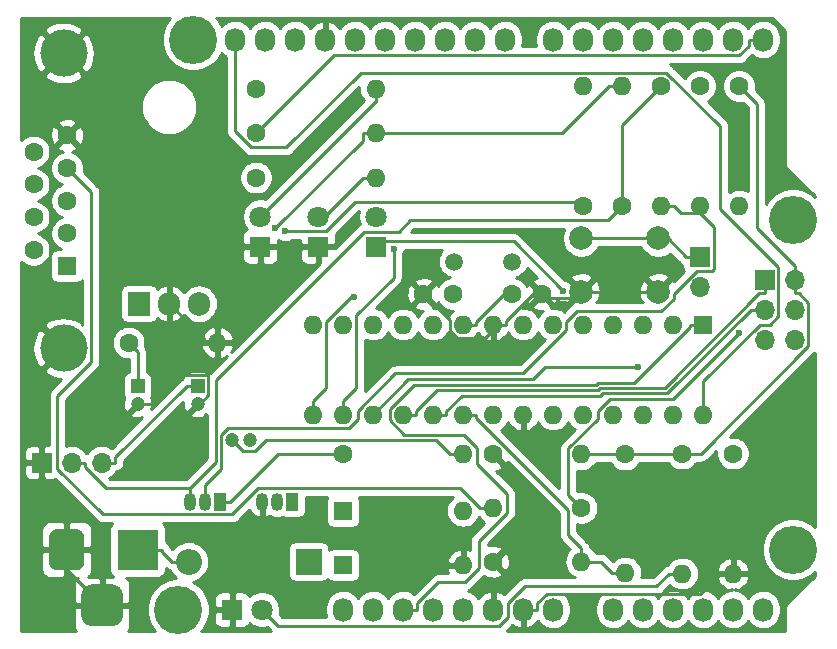
<source format=gbr>
G04 #@! TF.GenerationSoftware,KiCad,Pcbnew,(5.1.4)-1*
G04 #@! TF.CreationDate,2019-10-03T22:04:04+08:00*
G04 #@! TF.ProjectId,arduino-sss,61726475-696e-46f2-9d73-73732e6b6963,rev?*
G04 #@! TF.SameCoordinates,Original*
G04 #@! TF.FileFunction,Copper,L1,Top*
G04 #@! TF.FilePolarity,Positive*
%FSLAX46Y46*%
G04 Gerber Fmt 4.6, Leading zero omitted, Abs format (unit mm)*
G04 Created by KiCad (PCBNEW (5.1.4)-1) date 2019-10-03 22:04:04*
%MOMM*%
%LPD*%
G04 APERTURE LIST*
%ADD10C,4.000000*%
%ADD11C,1.600000*%
%ADD12R,1.600000X1.600000*%
%ADD13C,1.200000*%
%ADD14O,1.600000X1.600000*%
%ADD15O,1.727200X2.032000*%
%ADD16C,4.064000*%
%ADD17R,1.200000X1.200000*%
%ADD18O,2.200000X2.200000*%
%ADD19R,2.200000X2.200000*%
%ADD20C,1.800000*%
%ADD21R,1.800000X1.800000*%
%ADD22R,1.700000X1.700000*%
%ADD23O,1.700000X1.700000*%
%ADD24R,3.500000X3.500000*%
%ADD25C,0.100000*%
%ADD26C,3.000000*%
%ADD27C,3.500000*%
%ADD28R,1.050000X1.500000*%
%ADD29O,1.050000X1.500000*%
%ADD30C,2.000000*%
%ADD31R,1.905000X2.000000*%
%ADD32O,1.905000X2.000000*%
%ADD33C,1.500000*%
%ADD34C,0.600000*%
%ADD35C,0.250000*%
%ADD36C,0.254000*%
G04 APERTURE END LIST*
D10*
X115270000Y-101702000D03*
X115270000Y-76702000D03*
D11*
X112730000Y-85047000D03*
X112730000Y-87817000D03*
X112730000Y-90587000D03*
X112730000Y-93357000D03*
X115570000Y-83662000D03*
X115570000Y-86432000D03*
X115570000Y-89202000D03*
X115570000Y-91972000D03*
D12*
X115570000Y-94742000D03*
D13*
X131040000Y-109474000D03*
X129540000Y-109474000D03*
D11*
X162814000Y-110697000D03*
D14*
X162814000Y-120697000D03*
D15*
X138938000Y-123825000D03*
X141478000Y-123825000D03*
X144018000Y-123825000D03*
X146558000Y-123825000D03*
X149098000Y-123825000D03*
X151638000Y-123825000D03*
X154178000Y-123825000D03*
X156718000Y-123825000D03*
X161798000Y-123825000D03*
X164338000Y-123825000D03*
X166878000Y-123825000D03*
X169418000Y-123825000D03*
X171958000Y-123825000D03*
X174498000Y-123825000D03*
X129794000Y-75565000D03*
X132334000Y-75565000D03*
X134874000Y-75565000D03*
X137414000Y-75565000D03*
X139954000Y-75565000D03*
X142494000Y-75565000D03*
X145034000Y-75565000D03*
X147574000Y-75565000D03*
X150114000Y-75565000D03*
X152654000Y-75565000D03*
X156718000Y-75565000D03*
X159258000Y-75565000D03*
X161798000Y-75565000D03*
X164338000Y-75565000D03*
X166878000Y-75565000D03*
X169418000Y-75565000D03*
X171958000Y-75565000D03*
X174498000Y-75565000D03*
D16*
X124968000Y-123825000D03*
X177038000Y-118745000D03*
X126238000Y-75565000D03*
X177038000Y-90805000D03*
D17*
X121539000Y-104902000D03*
D13*
X121539000Y-106402000D03*
D14*
X128277000Y-101219000D03*
D11*
X120777000Y-101219000D03*
D13*
X126619000Y-106402000D03*
D17*
X126619000Y-104902000D03*
D11*
X159118000Y-115214000D03*
D14*
X151618000Y-115214000D03*
D11*
X153248000Y-97115000D03*
X155748000Y-97115000D03*
X145748000Y-97115000D03*
X148248000Y-97115000D03*
D14*
X159118000Y-110667000D03*
D11*
X151618000Y-110667000D03*
X151618000Y-119761000D03*
D14*
X159118000Y-119761000D03*
D18*
X125857000Y-119761000D03*
D19*
X136017000Y-119761000D03*
D14*
X149098000Y-120061000D03*
D12*
X138938000Y-120061000D03*
X138938000Y-115464000D03*
D14*
X149098000Y-115464000D03*
D20*
X136832000Y-90551000D03*
D21*
X136832000Y-93091000D03*
D20*
X131931000Y-90551000D03*
D21*
X131931000Y-93091000D03*
X129540000Y-123825000D03*
D20*
X132080000Y-123825000D03*
D21*
X141732000Y-93091000D03*
D20*
X141732000Y-90551000D03*
D22*
X113411000Y-111379000D03*
D23*
X115951000Y-111379000D03*
X118491000Y-111379000D03*
D24*
X121539000Y-118745000D03*
D25*
G36*
X116362513Y-116998611D02*
G01*
X116435318Y-117009411D01*
X116506714Y-117027295D01*
X116576013Y-117052090D01*
X116642548Y-117083559D01*
X116705678Y-117121398D01*
X116764795Y-117165242D01*
X116819330Y-117214670D01*
X116868758Y-117269205D01*
X116912602Y-117328322D01*
X116950441Y-117391452D01*
X116981910Y-117457987D01*
X117006705Y-117527286D01*
X117024589Y-117598682D01*
X117035389Y-117671487D01*
X117039000Y-117745000D01*
X117039000Y-119745000D01*
X117035389Y-119818513D01*
X117024589Y-119891318D01*
X117006705Y-119962714D01*
X116981910Y-120032013D01*
X116950441Y-120098548D01*
X116912602Y-120161678D01*
X116868758Y-120220795D01*
X116819330Y-120275330D01*
X116764795Y-120324758D01*
X116705678Y-120368602D01*
X116642548Y-120406441D01*
X116576013Y-120437910D01*
X116506714Y-120462705D01*
X116435318Y-120480589D01*
X116362513Y-120491389D01*
X116289000Y-120495000D01*
X114789000Y-120495000D01*
X114715487Y-120491389D01*
X114642682Y-120480589D01*
X114571286Y-120462705D01*
X114501987Y-120437910D01*
X114435452Y-120406441D01*
X114372322Y-120368602D01*
X114313205Y-120324758D01*
X114258670Y-120275330D01*
X114209242Y-120220795D01*
X114165398Y-120161678D01*
X114127559Y-120098548D01*
X114096090Y-120032013D01*
X114071295Y-119962714D01*
X114053411Y-119891318D01*
X114042611Y-119818513D01*
X114039000Y-119745000D01*
X114039000Y-117745000D01*
X114042611Y-117671487D01*
X114053411Y-117598682D01*
X114071295Y-117527286D01*
X114096090Y-117457987D01*
X114127559Y-117391452D01*
X114165398Y-117328322D01*
X114209242Y-117269205D01*
X114258670Y-117214670D01*
X114313205Y-117165242D01*
X114372322Y-117121398D01*
X114435452Y-117083559D01*
X114501987Y-117052090D01*
X114571286Y-117027295D01*
X114642682Y-117009411D01*
X114715487Y-116998611D01*
X114789000Y-116995000D01*
X116289000Y-116995000D01*
X116362513Y-116998611D01*
X116362513Y-116998611D01*
G37*
D26*
X115539000Y-118745000D03*
D25*
G36*
X119499765Y-121699213D02*
G01*
X119584704Y-121711813D01*
X119667999Y-121732677D01*
X119748848Y-121761605D01*
X119826472Y-121798319D01*
X119900124Y-121842464D01*
X119969094Y-121893616D01*
X120032718Y-121951282D01*
X120090384Y-122014906D01*
X120141536Y-122083876D01*
X120185681Y-122157528D01*
X120222395Y-122235152D01*
X120251323Y-122316001D01*
X120272187Y-122399296D01*
X120284787Y-122484235D01*
X120289000Y-122570000D01*
X120289000Y-124320000D01*
X120284787Y-124405765D01*
X120272187Y-124490704D01*
X120251323Y-124573999D01*
X120222395Y-124654848D01*
X120185681Y-124732472D01*
X120141536Y-124806124D01*
X120090384Y-124875094D01*
X120032718Y-124938718D01*
X119969094Y-124996384D01*
X119900124Y-125047536D01*
X119826472Y-125091681D01*
X119748848Y-125128395D01*
X119667999Y-125157323D01*
X119584704Y-125178187D01*
X119499765Y-125190787D01*
X119414000Y-125195000D01*
X117664000Y-125195000D01*
X117578235Y-125190787D01*
X117493296Y-125178187D01*
X117410001Y-125157323D01*
X117329152Y-125128395D01*
X117251528Y-125091681D01*
X117177876Y-125047536D01*
X117108906Y-124996384D01*
X117045282Y-124938718D01*
X116987616Y-124875094D01*
X116936464Y-124806124D01*
X116892319Y-124732472D01*
X116855605Y-124654848D01*
X116826677Y-124573999D01*
X116805813Y-124490704D01*
X116793213Y-124405765D01*
X116789000Y-124320000D01*
X116789000Y-122570000D01*
X116793213Y-122484235D01*
X116805813Y-122399296D01*
X116826677Y-122316001D01*
X116855605Y-122235152D01*
X116892319Y-122157528D01*
X116936464Y-122083876D01*
X116987616Y-122014906D01*
X117045282Y-121951282D01*
X117108906Y-121893616D01*
X117177876Y-121842464D01*
X117251528Y-121798319D01*
X117329152Y-121761605D01*
X117410001Y-121732677D01*
X117493296Y-121711813D01*
X117578235Y-121699213D01*
X117664000Y-121695000D01*
X119414000Y-121695000D01*
X119499765Y-121699213D01*
X119499765Y-121699213D01*
G37*
D27*
X118539000Y-123445000D03*
D22*
X169164000Y-93980000D03*
D23*
X169164000Y-96520000D03*
D22*
X174625000Y-95885000D03*
D23*
X177165000Y-95885000D03*
X174625000Y-98425000D03*
X177165000Y-98425000D03*
X174625000Y-100965000D03*
X177165000Y-100965000D03*
D28*
X134620000Y-114681000D03*
D29*
X132080000Y-114681000D03*
X133350000Y-114681000D03*
X127254000Y-114681000D03*
X125984000Y-114681000D03*
D28*
X128524000Y-114681000D03*
D11*
X159248000Y-89662000D03*
D14*
X159248000Y-79502000D03*
D11*
X138938000Y-110617000D03*
D14*
X149098000Y-110617000D03*
D11*
X162552000Y-89662000D03*
D14*
X162552000Y-79502000D03*
X165857000Y-89662000D03*
D11*
X165857000Y-79502000D03*
D14*
X141732000Y-83489500D03*
D11*
X131572000Y-83489500D03*
D14*
X169162000Y-89662000D03*
D11*
X169162000Y-79502000D03*
X131572000Y-87249000D03*
D14*
X141732000Y-87249000D03*
X141732000Y-79730000D03*
D11*
X131572000Y-79730000D03*
X167661000Y-110617000D03*
D14*
X167661000Y-120777000D03*
D11*
X172466000Y-79502000D03*
D14*
X172466000Y-89662000D03*
X171958000Y-120777000D03*
D11*
X171958000Y-110617000D03*
D30*
X165608000Y-92401000D03*
X165608000Y-96901000D03*
X159108000Y-92401000D03*
X159108000Y-96901000D03*
D31*
X121666000Y-97917000D03*
D32*
X124206000Y-97917000D03*
X126746000Y-97917000D03*
D12*
X169418000Y-99695000D03*
D14*
X136398000Y-107315000D03*
X166878000Y-99695000D03*
X138938000Y-107315000D03*
X164338000Y-99695000D03*
X141478000Y-107315000D03*
X161798000Y-99695000D03*
X144018000Y-107315000D03*
X159258000Y-99695000D03*
X146558000Y-107315000D03*
X156718000Y-99695000D03*
X149098000Y-107315000D03*
X154178000Y-99695000D03*
X151638000Y-107315000D03*
X151638000Y-99695000D03*
X154178000Y-107315000D03*
X149098000Y-99695000D03*
X156718000Y-107315000D03*
X146558000Y-99695000D03*
X159258000Y-107315000D03*
X144018000Y-99695000D03*
X161798000Y-107315000D03*
X141478000Y-99695000D03*
X164338000Y-107315000D03*
X138938000Y-99695000D03*
X166878000Y-107315000D03*
X136398000Y-99695000D03*
X169418000Y-107315000D03*
D33*
X153248000Y-94365000D03*
X148348000Y-94365000D03*
D34*
X139824200Y-97330800D03*
X143212800Y-93302100D03*
X163941300Y-103316800D03*
X119888000Y-83883500D03*
X122428000Y-83883500D03*
X124968000Y-83883500D03*
X127508000Y-83883500D03*
X119888000Y-86423500D03*
X122428000Y-86423500D03*
X124968000Y-86423500D03*
X127508000Y-86423500D03*
X119888000Y-88963500D03*
X122428000Y-88963500D03*
X124968000Y-88963500D03*
X127508000Y-88963500D03*
X119888000Y-91503500D03*
X122428000Y-91503500D03*
X124968000Y-91503500D03*
X127508000Y-91503500D03*
X121094500Y-85090000D03*
X123634500Y-85090000D03*
X126174500Y-85090000D03*
X128714500Y-85090000D03*
X121094500Y-87630000D03*
X123634500Y-87630000D03*
X126174500Y-87630000D03*
X128714500Y-87630000D03*
X121094500Y-90170000D03*
X123634500Y-90170000D03*
X126174500Y-90170000D03*
X128714500Y-90170000D03*
X121094500Y-92710000D03*
X123634500Y-92710000D03*
X126174500Y-92710000D03*
X128714500Y-92710000D03*
X172451000Y-100420800D03*
X134064000Y-91786700D03*
X157595600Y-96855000D03*
X133210500Y-91552800D03*
D35*
X145206900Y-123825000D02*
X145206900Y-123304900D01*
X145206900Y-123304900D02*
X147014300Y-121497500D01*
X147014300Y-121497500D02*
X149287400Y-121497500D01*
X149287400Y-121497500D02*
X150438700Y-120346200D01*
X150438700Y-120346200D02*
X150438700Y-117989000D01*
X150438700Y-117989000D02*
X152792400Y-115635300D01*
X152792400Y-115635300D02*
X152792400Y-114052600D01*
X152792400Y-114052600D02*
X150273400Y-111533600D01*
X150273400Y-111533600D02*
X150273400Y-110137500D01*
X150273400Y-110137500D02*
X149167700Y-109031800D01*
X149167700Y-109031800D02*
X144116400Y-109031800D01*
X144116400Y-109031800D02*
X142879400Y-107794800D01*
X142879400Y-107794800D02*
X142879400Y-106831500D01*
X142879400Y-106831500D02*
X144935000Y-104775900D01*
X144935000Y-104775900D02*
X160328900Y-104775900D01*
X160328900Y-104775900D02*
X160491200Y-104613600D01*
X160491200Y-104613600D02*
X163578600Y-104613600D01*
X163578600Y-104613600D02*
X168292700Y-99899500D01*
X168292700Y-99899500D02*
X168292700Y-99695000D01*
X144018000Y-123825000D02*
X145206900Y-123825000D01*
X169418000Y-99695000D02*
X168292700Y-99695000D01*
X169164000Y-93980000D02*
X167988700Y-93980000D01*
X165608000Y-92401000D02*
X166409700Y-92401000D01*
X166409700Y-92401000D02*
X167988700Y-93980000D01*
X159108000Y-92401000D02*
X165608000Y-92401000D01*
X167661000Y-110617000D02*
X162894000Y-110617000D01*
X162894000Y-110617000D02*
X162814000Y-110697000D01*
X177165000Y-97060300D02*
X177532400Y-97060300D01*
X177532400Y-97060300D02*
X178340300Y-97868200D01*
X178340300Y-97868200D02*
X178340300Y-101513300D01*
X178340300Y-101513300D02*
X169236600Y-110617000D01*
X169236600Y-110617000D02*
X167661000Y-110617000D01*
X159118000Y-110667000D02*
X160243300Y-110667000D01*
X160243300Y-110667000D02*
X160273300Y-110697000D01*
X160273300Y-110697000D02*
X162814000Y-110697000D01*
X118491000Y-111379000D02*
X119666300Y-111379000D01*
X126619000Y-104902000D02*
X125693700Y-104902000D01*
X119666300Y-111379000D02*
X119666300Y-110929400D01*
X119666300Y-110929400D02*
X125693700Y-104902000D01*
X177165000Y-95885000D02*
X177165000Y-97060300D01*
X177165000Y-95885000D02*
X177165000Y-94709700D01*
X172466000Y-79502000D02*
X173948400Y-80984400D01*
X173948400Y-80984400D02*
X173948400Y-91493100D01*
X173948400Y-91493100D02*
X177165000Y-94709700D01*
X120777000Y-101219000D02*
X121539000Y-101981000D01*
X121539000Y-101981000D02*
X121539000Y-104902000D01*
X129794000Y-75565000D02*
X129794000Y-83335600D01*
X129794000Y-83335600D02*
X131148200Y-84689800D01*
X131148200Y-84689800D02*
X134128300Y-84689800D01*
X134128300Y-84689800D02*
X140454800Y-78363300D01*
X140454800Y-78363300D02*
X166311800Y-78363300D01*
X166311800Y-78363300D02*
X170843600Y-82895100D01*
X170843600Y-82895100D02*
X170843600Y-89897100D01*
X170843600Y-89897100D02*
X175800400Y-94853900D01*
X175800400Y-94853900D02*
X175800400Y-98950600D01*
X175800400Y-98950600D02*
X175056000Y-99695000D01*
X175056000Y-99695000D02*
X174210600Y-99695000D01*
X174210600Y-99695000D02*
X169418000Y-104487600D01*
X169418000Y-104487600D02*
X169418000Y-106189700D01*
X169418000Y-107315000D02*
X169418000Y-106189700D01*
X136398000Y-106189700D02*
X137523300Y-105064400D01*
X137523300Y-105064400D02*
X137523300Y-99459800D01*
X137523300Y-99459800D02*
X139652300Y-97330800D01*
X139652300Y-97330800D02*
X139824200Y-97330800D01*
X136398000Y-107315000D02*
X136398000Y-106189700D01*
X174498000Y-75565000D02*
X173309100Y-75565000D01*
X173309100Y-75565000D02*
X173309100Y-76085100D01*
X173309100Y-76085100D02*
X172487800Y-76906400D01*
X172487800Y-76906400D02*
X138155100Y-76906400D01*
X138155100Y-76906400D02*
X131572000Y-83489500D01*
X147683300Y-107315000D02*
X147683300Y-107033600D01*
X147683300Y-107033600D02*
X148977500Y-105739400D01*
X148977500Y-105739400D02*
X160711200Y-105739400D01*
X160711200Y-105739400D02*
X160936400Y-105514200D01*
X160936400Y-105514200D02*
X166360500Y-105514200D01*
X166360500Y-105514200D02*
X173449700Y-98425000D01*
X174625000Y-98425000D02*
X173449700Y-98425000D01*
X146558000Y-107315000D02*
X147683300Y-107315000D01*
X138938000Y-107315000D02*
X138938000Y-106189700D01*
X138938000Y-106189700D02*
X140063300Y-105064400D01*
X140063300Y-105064400D02*
X140063300Y-98883700D01*
X140063300Y-98883700D02*
X143212800Y-95734200D01*
X143212800Y-95734200D02*
X143212800Y-93302100D01*
X145143300Y-107315000D02*
X145143300Y-107033700D01*
X145143300Y-107033700D02*
X146919400Y-105257600D01*
X146919400Y-105257600D02*
X160484100Y-105257600D01*
X160484100Y-105257600D02*
X160677800Y-105063900D01*
X160677800Y-105063900D02*
X166167800Y-105063900D01*
X166167800Y-105063900D02*
X174171400Y-97060300D01*
X174171400Y-97060300D02*
X174625000Y-97060300D01*
X174625000Y-95885000D02*
X174625000Y-97060300D01*
X144018000Y-107315000D02*
X145143300Y-107315000D01*
X141478000Y-107315000D02*
X144467500Y-104325500D01*
X144467500Y-104325500D02*
X155025800Y-104325500D01*
X155025800Y-104325500D02*
X156034500Y-103316800D01*
X156034500Y-103316800D02*
X163941300Y-103316800D01*
X155748000Y-97115000D02*
X156113300Y-97480300D01*
X156113300Y-97480300D02*
X158528700Y-97480300D01*
X158528700Y-97480300D02*
X159108000Y-96901000D01*
X134231700Y-117908000D02*
X132080000Y-115756300D01*
X147972700Y-120061000D02*
X145819700Y-117908000D01*
X145819700Y-117908000D02*
X134231700Y-117908000D01*
X134231700Y-117908000D02*
X129540000Y-122599700D01*
X129540000Y-123825000D02*
X129540000Y-122599700D01*
X132080000Y-114681000D02*
X132080000Y-115756300D01*
X149098000Y-120061000D02*
X147972700Y-120061000D01*
X159108000Y-96901000D02*
X165608000Y-96901000D01*
X152096200Y-99695000D02*
X150947700Y-100843500D01*
X150947700Y-100843500D02*
X148581800Y-100843500D01*
X148581800Y-100843500D02*
X147972600Y-100234300D01*
X147972600Y-100234300D02*
X147972600Y-99339600D01*
X147972600Y-99339600D02*
X145748000Y-97115000D01*
X152200700Y-99695000D02*
X152763300Y-99695000D01*
X151638000Y-99695000D02*
X152096200Y-99695000D01*
X152200700Y-99695000D02*
X152096200Y-99695000D01*
X152763300Y-99695000D02*
X152763300Y-99413600D01*
X152763300Y-99413600D02*
X155061900Y-97115000D01*
X155061900Y-97115000D02*
X155748000Y-97115000D01*
X136832000Y-93091000D02*
X135606700Y-93091000D01*
X131931000Y-93091000D02*
X133156300Y-93091000D01*
X133156300Y-93091000D02*
X135606700Y-93091000D01*
X128277000Y-101219000D02*
X127151700Y-101219000D01*
X124206000Y-97917000D02*
X127151700Y-100862700D01*
X127151700Y-100862700D02*
X127151700Y-101219000D01*
X127544300Y-103973700D02*
X127544300Y-103077000D01*
X127544300Y-103077000D02*
X128277000Y-102344300D01*
X126619000Y-106402000D02*
X126838000Y-106402000D01*
X126838000Y-106402000D02*
X127544300Y-105695700D01*
X127544300Y-105695700D02*
X127544300Y-103973700D01*
X127544300Y-103973700D02*
X125310900Y-103973700D01*
X125310900Y-103973700D02*
X122882600Y-106402000D01*
X122882600Y-106402000D02*
X121539000Y-106402000D01*
X128277000Y-101219000D02*
X128277000Y-102344300D01*
X113411000Y-111379000D02*
X113411000Y-112554300D01*
X113411000Y-112554300D02*
X115539000Y-114682300D01*
X115539000Y-114682300D02*
X115539000Y-118745000D01*
X171958000Y-120777000D02*
X170832700Y-120777000D01*
X154178000Y-123825000D02*
X155366900Y-123825000D01*
X155366900Y-123825000D02*
X155366900Y-123304900D01*
X155366900Y-123304900D02*
X156196600Y-122475200D01*
X156196600Y-122475200D02*
X169134500Y-122475200D01*
X169134500Y-122475200D02*
X170832700Y-120777000D01*
X115539000Y-118745000D02*
X115539000Y-120445000D01*
X115539000Y-120445000D02*
X118539000Y-123445000D01*
X172451000Y-100420800D02*
X166907300Y-105964500D01*
X166907300Y-105964500D02*
X161551000Y-105964500D01*
X161551000Y-105964500D02*
X160528000Y-106987500D01*
X160528000Y-106987500D02*
X160528000Y-107651400D01*
X160528000Y-107651400D02*
X157992500Y-110186900D01*
X157992500Y-110186900D02*
X157992500Y-114088500D01*
X157992500Y-114088500D02*
X159118000Y-115214000D01*
X151618000Y-115214000D02*
X150492700Y-115214000D01*
X150492700Y-115214000D02*
X148836500Y-113557800D01*
X148836500Y-113557800D02*
X131761700Y-113557800D01*
X131761700Y-113557800D02*
X129562800Y-115756700D01*
X129562800Y-115756700D02*
X118607700Y-115756700D01*
X118607700Y-115756700D02*
X114760000Y-111909000D01*
X114760000Y-111909000D02*
X114760000Y-105730500D01*
X114760000Y-105730500D02*
X117632300Y-102858200D01*
X117632300Y-102858200D02*
X117632300Y-88494300D01*
X117632300Y-88494300D02*
X115570000Y-86432000D01*
X150223300Y-99695000D02*
X150223300Y-99494600D01*
X150223300Y-99494600D02*
X152602900Y-97115000D01*
X152602900Y-97115000D02*
X153248000Y-97115000D01*
X149098000Y-99695000D02*
X150223300Y-99695000D01*
X159118000Y-119761000D02*
X159118000Y-118635700D01*
X149098000Y-107315000D02*
X150223300Y-107315000D01*
X150223300Y-107315000D02*
X150223300Y-107605500D01*
X150223300Y-107605500D02*
X157992700Y-115374900D01*
X157992700Y-115374900D02*
X157992700Y-117510400D01*
X157992700Y-117510400D02*
X159118000Y-118635700D01*
X162814000Y-120697000D02*
X161688700Y-120697000D01*
X159118000Y-119761000D02*
X160752700Y-119761000D01*
X160752700Y-119761000D02*
X161688700Y-120697000D01*
X121539000Y-118745000D02*
X123614300Y-118745000D01*
X125857000Y-119761000D02*
X124431700Y-119761000D01*
X123614300Y-118745000D02*
X123614300Y-118943600D01*
X123614300Y-118943600D02*
X124431700Y-119761000D01*
X134064000Y-91786700D02*
X137509400Y-91786700D01*
X137509400Y-91786700D02*
X139975800Y-89320300D01*
X139975800Y-89320300D02*
X158906300Y-89320300D01*
X158906300Y-89320300D02*
X159248000Y-89662000D01*
X141732000Y-87249000D02*
X140606700Y-87249000D01*
X140606700Y-87249000D02*
X137304700Y-90551000D01*
X137304700Y-90551000D02*
X136832000Y-90551000D01*
X141732000Y-79730000D02*
X141732000Y-80855300D01*
X141732000Y-80855300D02*
X141626700Y-80855300D01*
X141626700Y-80855300D02*
X131931000Y-90551000D01*
X166535700Y-120777000D02*
X165476300Y-121836400D01*
X165476300Y-121836400D02*
X154327900Y-121836400D01*
X154327900Y-121836400D02*
X152908000Y-123256300D01*
X152908000Y-123256300D02*
X152908000Y-124450200D01*
X152908000Y-124450200D02*
X152172800Y-125185400D01*
X152172800Y-125185400D02*
X133440400Y-125185400D01*
X133440400Y-125185400D02*
X132080000Y-123825000D01*
X167661000Y-120777000D02*
X166535700Y-120777000D01*
X157595600Y-96855000D02*
X153385300Y-92644700D01*
X153385300Y-92644700D02*
X142178300Y-92644700D01*
X142178300Y-92644700D02*
X141732000Y-93091000D01*
X165857000Y-79502000D02*
X162552000Y-82807000D01*
X162552000Y-82807000D02*
X162552000Y-89662000D01*
X125984000Y-113505000D02*
X118885000Y-113505000D01*
X118885000Y-113505000D02*
X117126300Y-111746300D01*
X117126300Y-111746300D02*
X117126300Y-111379000D01*
X162552000Y-89662000D02*
X161345100Y-90868900D01*
X161345100Y-90868900D02*
X144632500Y-90868900D01*
X144632500Y-90868900D02*
X143648400Y-91853000D01*
X143648400Y-91853000D02*
X140709700Y-91853000D01*
X140709700Y-91853000D02*
X128142300Y-104420400D01*
X128142300Y-104420400D02*
X128142300Y-111346700D01*
X128142300Y-111346700D02*
X125984000Y-113505000D01*
X115951000Y-111379000D02*
X117126300Y-111379000D01*
X125984000Y-113505000D02*
X125984000Y-114681000D01*
X129374300Y-114681000D02*
X133438300Y-110617000D01*
X133438300Y-110617000D02*
X138938000Y-110617000D01*
X128524000Y-114681000D02*
X129374300Y-114681000D01*
X140606700Y-83489500D02*
X140606700Y-84156600D01*
X140606700Y-84156600D02*
X133210500Y-91552800D01*
X141732000Y-83489500D02*
X140606700Y-83489500D01*
X161426700Y-79502000D02*
X157439200Y-83489500D01*
X157439200Y-83489500D02*
X141732000Y-83489500D01*
X162552000Y-79502000D02*
X161426700Y-79502000D01*
X127254000Y-114681000D02*
X127254000Y-113289200D01*
X127254000Y-113289200D02*
X128614700Y-111928500D01*
X128614700Y-111928500D02*
X128614700Y-109038700D01*
X128614700Y-109038700D02*
X129156700Y-108496700D01*
X129156700Y-108496700D02*
X139425300Y-108496700D01*
X139425300Y-108496700D02*
X140208000Y-107714000D01*
X140208000Y-107714000D02*
X140208000Y-106987400D01*
X140208000Y-106987400D02*
X143366400Y-103829000D01*
X143366400Y-103829000D02*
X154207100Y-103829000D01*
X154207100Y-103829000D02*
X157843400Y-100192700D01*
X157843400Y-100192700D02*
X157843400Y-99470100D01*
X157843400Y-99470100D02*
X158743900Y-98569600D01*
X158743900Y-98569600D02*
X165884600Y-98569600D01*
X165884600Y-98569600D02*
X166948800Y-97505400D01*
X166948800Y-97505400D02*
X166948800Y-97072900D01*
X166948800Y-97072900D02*
X168866300Y-95155400D01*
X168866300Y-95155400D02*
X170195100Y-95155400D01*
X170195100Y-95155400D02*
X170339400Y-95011100D01*
X170339400Y-95011100D02*
X170339400Y-91402000D01*
X170339400Y-91402000D02*
X169162000Y-90224600D01*
X166982300Y-89662000D02*
X167544900Y-90224600D01*
X167544900Y-90224600D02*
X169162000Y-90224600D01*
X165857000Y-89662000D02*
X166982300Y-89662000D01*
X169162000Y-89662000D02*
X169162000Y-90224600D01*
X149098000Y-110617000D02*
X147972700Y-110617000D01*
X147972700Y-110617000D02*
X146847300Y-109491600D01*
X146847300Y-109491600D02*
X132428800Y-109491600D01*
X132428800Y-109491600D02*
X131515800Y-110404600D01*
X131515800Y-110404600D02*
X130470600Y-110404600D01*
X130470600Y-110404600D02*
X129540000Y-109474000D01*
D36*
G36*
X124166406Y-73864887D02*
G01*
X123874536Y-74301702D01*
X123673492Y-74787065D01*
X123571000Y-75302323D01*
X123571000Y-75827677D01*
X123673492Y-76342935D01*
X123874536Y-76828298D01*
X124166406Y-77265113D01*
X124537887Y-77636594D01*
X124974702Y-77928464D01*
X125460065Y-78129508D01*
X125975323Y-78232000D01*
X126500677Y-78232000D01*
X127015935Y-78129508D01*
X127501298Y-77928464D01*
X127938113Y-77636594D01*
X128309594Y-77265113D01*
X128601464Y-76828298D01*
X128657001Y-76694219D01*
X128729203Y-76782197D01*
X128957395Y-76969469D01*
X129034000Y-77010415D01*
X129034001Y-83298268D01*
X129030324Y-83335600D01*
X129034001Y-83372933D01*
X129044998Y-83484586D01*
X129056234Y-83521627D01*
X129088454Y-83627846D01*
X129159026Y-83759876D01*
X129226100Y-83841605D01*
X129254000Y-83875601D01*
X129282998Y-83899399D01*
X130584401Y-85200803D01*
X130608199Y-85229801D01*
X130637197Y-85253599D01*
X130723923Y-85324774D01*
X130838096Y-85385801D01*
X130855953Y-85395346D01*
X130999214Y-85438803D01*
X131110867Y-85449800D01*
X131110877Y-85449800D01*
X131148199Y-85453476D01*
X131185522Y-85449800D01*
X134090978Y-85449800D01*
X134128300Y-85453476D01*
X134165622Y-85449800D01*
X134165633Y-85449800D01*
X134277286Y-85438803D01*
X134420547Y-85395346D01*
X134552576Y-85324774D01*
X134668301Y-85229801D01*
X134692104Y-85200797D01*
X140303949Y-79588953D01*
X140290057Y-79730000D01*
X140317764Y-80011309D01*
X140399818Y-80281808D01*
X140533068Y-80531101D01*
X140687689Y-80719508D01*
X132339930Y-89067269D01*
X132082184Y-89016000D01*
X131779816Y-89016000D01*
X131483257Y-89074989D01*
X131203905Y-89190701D01*
X130952495Y-89358688D01*
X130738688Y-89572495D01*
X130570701Y-89823905D01*
X130454989Y-90103257D01*
X130396000Y-90399816D01*
X130396000Y-90702184D01*
X130454989Y-90998743D01*
X130570701Y-91278095D01*
X130738688Y-91529505D01*
X130805127Y-91595944D01*
X130786820Y-91601498D01*
X130676506Y-91660463D01*
X130579815Y-91739815D01*
X130500463Y-91836506D01*
X130441498Y-91946820D01*
X130405188Y-92066518D01*
X130392928Y-92191000D01*
X130396000Y-92805250D01*
X130554750Y-92964000D01*
X131804000Y-92964000D01*
X131804000Y-92944000D01*
X132058000Y-92944000D01*
X132058000Y-92964000D01*
X133307250Y-92964000D01*
X133466000Y-92805250D01*
X133467464Y-92512454D01*
X133467972Y-92512962D01*
X133621111Y-92615286D01*
X133791271Y-92685768D01*
X133971911Y-92721700D01*
X134156089Y-92721700D01*
X134336729Y-92685768D01*
X134506889Y-92615286D01*
X134609535Y-92546700D01*
X135295707Y-92546700D01*
X135297000Y-92805250D01*
X135455750Y-92964000D01*
X136705000Y-92964000D01*
X136705000Y-92944000D01*
X136959000Y-92944000D01*
X136959000Y-92964000D01*
X138208250Y-92964000D01*
X138367000Y-92805250D01*
X138370072Y-92191000D01*
X138357812Y-92066518D01*
X138345377Y-92025524D01*
X140253095Y-90117807D01*
X140197000Y-90399816D01*
X140197000Y-90702184D01*
X140255989Y-90998743D01*
X140335690Y-91191158D01*
X140285424Y-91218026D01*
X140169699Y-91312999D01*
X140145901Y-91341997D01*
X138239074Y-93248824D01*
X138208250Y-93218000D01*
X136959000Y-93218000D01*
X136959000Y-94467250D01*
X136989824Y-94498074D01*
X129440882Y-102047016D01*
X129508037Y-101956420D01*
X129628246Y-101702087D01*
X129668904Y-101568039D01*
X129546915Y-101346000D01*
X128404000Y-101346000D01*
X128404000Y-102489624D01*
X128626040Y-102610909D01*
X128890881Y-102516070D01*
X129093114Y-102394784D01*
X127652004Y-103835895D01*
X127573494Y-103771463D01*
X127463180Y-103712498D01*
X127343482Y-103676188D01*
X127219000Y-103663928D01*
X126019000Y-103663928D01*
X125894518Y-103676188D01*
X125774820Y-103712498D01*
X125664506Y-103771463D01*
X125567815Y-103850815D01*
X125488463Y-103947506D01*
X125429498Y-104057820D01*
X125393188Y-104177518D01*
X125390760Y-104202170D01*
X125269424Y-104267026D01*
X125153699Y-104361999D01*
X125129901Y-104390997D01*
X122709739Y-106811160D01*
X122713237Y-106803484D01*
X122769000Y-106566687D01*
X122777495Y-106323562D01*
X122738395Y-106083451D01*
X122658549Y-105869883D01*
X122669537Y-105856494D01*
X122728502Y-105746180D01*
X122764812Y-105626482D01*
X122777072Y-105502000D01*
X122777072Y-104302000D01*
X122764812Y-104177518D01*
X122728502Y-104057820D01*
X122669537Y-103947506D01*
X122590185Y-103850815D01*
X122493494Y-103771463D01*
X122383180Y-103712498D01*
X122299000Y-103686962D01*
X122299000Y-102018325D01*
X122302676Y-101981000D01*
X122299000Y-101943675D01*
X122299000Y-101943667D01*
X122288003Y-101832014D01*
X122244546Y-101688753D01*
X122180023Y-101568039D01*
X126885096Y-101568039D01*
X126925754Y-101702087D01*
X127045963Y-101956420D01*
X127213481Y-102182414D01*
X127421869Y-102371385D01*
X127663119Y-102516070D01*
X127927960Y-102610909D01*
X128150000Y-102489624D01*
X128150000Y-101346000D01*
X127007085Y-101346000D01*
X126885096Y-101568039D01*
X122180023Y-101568039D01*
X122173974Y-101556724D01*
X122173138Y-101555705D01*
X122212000Y-101360335D01*
X122212000Y-101077665D01*
X122170685Y-100869961D01*
X126885096Y-100869961D01*
X127007085Y-101092000D01*
X128150000Y-101092000D01*
X128150000Y-99948376D01*
X128404000Y-99948376D01*
X128404000Y-101092000D01*
X129546915Y-101092000D01*
X129668904Y-100869961D01*
X129628246Y-100735913D01*
X129508037Y-100481580D01*
X129340519Y-100255586D01*
X129132131Y-100066615D01*
X128890881Y-99921930D01*
X128626040Y-99827091D01*
X128404000Y-99948376D01*
X128150000Y-99948376D01*
X127927960Y-99827091D01*
X127663119Y-99921930D01*
X127421869Y-100066615D01*
X127213481Y-100255586D01*
X127045963Y-100481580D01*
X126925754Y-100735913D01*
X126885096Y-100869961D01*
X122170685Y-100869961D01*
X122156853Y-100800426D01*
X122048680Y-100539273D01*
X121891637Y-100304241D01*
X121691759Y-100104363D01*
X121456727Y-99947320D01*
X121195574Y-99839147D01*
X120918335Y-99784000D01*
X120635665Y-99784000D01*
X120358426Y-99839147D01*
X120097273Y-99947320D01*
X119862241Y-100104363D01*
X119662363Y-100304241D01*
X119505320Y-100539273D01*
X119397147Y-100800426D01*
X119342000Y-101077665D01*
X119342000Y-101360335D01*
X119397147Y-101637574D01*
X119505320Y-101898727D01*
X119662363Y-102133759D01*
X119862241Y-102333637D01*
X120097273Y-102490680D01*
X120358426Y-102598853D01*
X120635665Y-102654000D01*
X120779000Y-102654000D01*
X120779001Y-103686962D01*
X120694820Y-103712498D01*
X120584506Y-103771463D01*
X120487815Y-103850815D01*
X120408463Y-103947506D01*
X120349498Y-104057820D01*
X120313188Y-104177518D01*
X120300928Y-104302000D01*
X120300928Y-105502000D01*
X120313188Y-105626482D01*
X120349498Y-105746180D01*
X120408463Y-105856494D01*
X120422568Y-105873681D01*
X120364763Y-106000516D01*
X120309000Y-106237313D01*
X120300505Y-106480438D01*
X120339605Y-106720549D01*
X120424798Y-106948418D01*
X120465652Y-107024852D01*
X120689236Y-107072159D01*
X121359395Y-106402000D01*
X121345253Y-106387858D01*
X121524858Y-106208253D01*
X121539000Y-106222395D01*
X121553143Y-106208253D01*
X121732748Y-106387858D01*
X121718605Y-106402000D01*
X121732748Y-106416143D01*
X121553143Y-106595748D01*
X121539000Y-106581605D01*
X120868841Y-107251764D01*
X120916148Y-107475348D01*
X121137516Y-107576237D01*
X121374313Y-107632000D01*
X121617438Y-107640495D01*
X121857549Y-107601395D01*
X121956497Y-107564401D01*
X119354392Y-110166507D01*
X119320014Y-110138294D01*
X119062034Y-110000401D01*
X118782111Y-109915487D01*
X118563950Y-109894000D01*
X118418050Y-109894000D01*
X118199889Y-109915487D01*
X117919966Y-110000401D01*
X117661986Y-110138294D01*
X117435866Y-110323866D01*
X117250294Y-110549986D01*
X117221000Y-110604791D01*
X117191706Y-110549986D01*
X117006134Y-110323866D01*
X116780014Y-110138294D01*
X116522034Y-110000401D01*
X116242111Y-109915487D01*
X116023950Y-109894000D01*
X115878050Y-109894000D01*
X115659889Y-109915487D01*
X115520000Y-109957922D01*
X115520000Y-106045301D01*
X118143304Y-103421998D01*
X118172301Y-103398201D01*
X118267274Y-103282476D01*
X118337846Y-103150447D01*
X118381303Y-103007186D01*
X118392300Y-102895533D01*
X118392300Y-102895532D01*
X118395977Y-102858200D01*
X118392300Y-102820867D01*
X118392300Y-96917000D01*
X120075428Y-96917000D01*
X120075428Y-98917000D01*
X120087688Y-99041482D01*
X120123998Y-99161180D01*
X120182963Y-99271494D01*
X120262315Y-99368185D01*
X120359006Y-99447537D01*
X120469320Y-99506502D01*
X120589018Y-99542812D01*
X120713500Y-99555072D01*
X122618500Y-99555072D01*
X122742982Y-99542812D01*
X122862680Y-99506502D01*
X122972994Y-99447537D01*
X123069685Y-99368185D01*
X123149037Y-99271494D01*
X123198059Y-99179781D01*
X123339077Y-99292969D01*
X123614906Y-99436571D01*
X123833020Y-99507563D01*
X124079000Y-99387594D01*
X124079000Y-98044000D01*
X124059000Y-98044000D01*
X124059000Y-97790000D01*
X124079000Y-97790000D01*
X124079000Y-96446406D01*
X124333000Y-96446406D01*
X124333000Y-97790000D01*
X124353000Y-97790000D01*
X124353000Y-98044000D01*
X124333000Y-98044000D01*
X124333000Y-99387594D01*
X124578980Y-99507563D01*
X124797094Y-99436571D01*
X125072923Y-99292969D01*
X125315437Y-99098315D01*
X125470837Y-98913101D01*
X125618037Y-99092463D01*
X125859766Y-99290845D01*
X126135552Y-99438255D01*
X126434797Y-99529030D01*
X126746000Y-99559681D01*
X127057204Y-99529030D01*
X127356449Y-99438255D01*
X127632235Y-99290845D01*
X127873963Y-99092463D01*
X128072345Y-98850734D01*
X128219755Y-98574948D01*
X128310530Y-98275703D01*
X128333500Y-98042485D01*
X128333500Y-97791514D01*
X128310530Y-97558296D01*
X128219755Y-97259051D01*
X128072345Y-96983265D01*
X127873963Y-96741537D01*
X127632234Y-96543155D01*
X127356448Y-96395745D01*
X127057203Y-96304970D01*
X126746000Y-96274319D01*
X126434796Y-96304970D01*
X126135551Y-96395745D01*
X125859765Y-96543155D01*
X125618037Y-96741537D01*
X125470838Y-96920900D01*
X125315437Y-96735685D01*
X125072923Y-96541031D01*
X124797094Y-96397429D01*
X124578980Y-96326437D01*
X124333000Y-96446406D01*
X124079000Y-96446406D01*
X123833020Y-96326437D01*
X123614906Y-96397429D01*
X123339077Y-96541031D01*
X123198059Y-96654219D01*
X123149037Y-96562506D01*
X123069685Y-96465815D01*
X122972994Y-96386463D01*
X122862680Y-96327498D01*
X122742982Y-96291188D01*
X122618500Y-96278928D01*
X120713500Y-96278928D01*
X120589018Y-96291188D01*
X120469320Y-96327498D01*
X120359006Y-96386463D01*
X120262315Y-96465815D01*
X120182963Y-96562506D01*
X120123998Y-96672820D01*
X120087688Y-96792518D01*
X120075428Y-96917000D01*
X118392300Y-96917000D01*
X118392300Y-93991000D01*
X130392928Y-93991000D01*
X130405188Y-94115482D01*
X130441498Y-94235180D01*
X130500463Y-94345494D01*
X130579815Y-94442185D01*
X130676506Y-94521537D01*
X130786820Y-94580502D01*
X130906518Y-94616812D01*
X131031000Y-94629072D01*
X131645250Y-94626000D01*
X131804000Y-94467250D01*
X131804000Y-93218000D01*
X132058000Y-93218000D01*
X132058000Y-94467250D01*
X132216750Y-94626000D01*
X132831000Y-94629072D01*
X132955482Y-94616812D01*
X133075180Y-94580502D01*
X133185494Y-94521537D01*
X133282185Y-94442185D01*
X133361537Y-94345494D01*
X133420502Y-94235180D01*
X133456812Y-94115482D01*
X133469072Y-93991000D01*
X135293928Y-93991000D01*
X135306188Y-94115482D01*
X135342498Y-94235180D01*
X135401463Y-94345494D01*
X135480815Y-94442185D01*
X135577506Y-94521537D01*
X135687820Y-94580502D01*
X135807518Y-94616812D01*
X135932000Y-94629072D01*
X136546250Y-94626000D01*
X136705000Y-94467250D01*
X136705000Y-93218000D01*
X135455750Y-93218000D01*
X135297000Y-93376750D01*
X135293928Y-93991000D01*
X133469072Y-93991000D01*
X133466000Y-93376750D01*
X133307250Y-93218000D01*
X132058000Y-93218000D01*
X131804000Y-93218000D01*
X130554750Y-93218000D01*
X130396000Y-93376750D01*
X130392928Y-93991000D01*
X118392300Y-93991000D01*
X118392300Y-88531625D01*
X118395976Y-88494300D01*
X118392300Y-88456975D01*
X118392300Y-88456967D01*
X118381303Y-88345314D01*
X118337846Y-88202053D01*
X118267274Y-88070024D01*
X118172301Y-87954299D01*
X118143303Y-87930501D01*
X117320467Y-87107665D01*
X130137000Y-87107665D01*
X130137000Y-87390335D01*
X130192147Y-87667574D01*
X130300320Y-87928727D01*
X130457363Y-88163759D01*
X130657241Y-88363637D01*
X130892273Y-88520680D01*
X131153426Y-88628853D01*
X131430665Y-88684000D01*
X131713335Y-88684000D01*
X131990574Y-88628853D01*
X132251727Y-88520680D01*
X132486759Y-88363637D01*
X132686637Y-88163759D01*
X132843680Y-87928727D01*
X132951853Y-87667574D01*
X133007000Y-87390335D01*
X133007000Y-87107665D01*
X132951853Y-86830426D01*
X132843680Y-86569273D01*
X132686637Y-86334241D01*
X132486759Y-86134363D01*
X132251727Y-85977320D01*
X131990574Y-85869147D01*
X131713335Y-85814000D01*
X131430665Y-85814000D01*
X131153426Y-85869147D01*
X130892273Y-85977320D01*
X130657241Y-86134363D01*
X130457363Y-86334241D01*
X130300320Y-86569273D01*
X130192147Y-86830426D01*
X130137000Y-87107665D01*
X117320467Y-87107665D01*
X116968688Y-86755886D01*
X117005000Y-86573335D01*
X117005000Y-86290665D01*
X116949853Y-86013426D01*
X116841680Y-85752273D01*
X116684637Y-85517241D01*
X116484759Y-85317363D01*
X116249727Y-85160320D01*
X115988574Y-85052147D01*
X115960118Y-85046487D01*
X116186292Y-84965603D01*
X116311514Y-84898671D01*
X116383097Y-84654702D01*
X115570000Y-83841605D01*
X114756903Y-84654702D01*
X114828486Y-84898671D01*
X115083996Y-85019571D01*
X115186289Y-85045212D01*
X115151426Y-85052147D01*
X114890273Y-85160320D01*
X114655241Y-85317363D01*
X114455363Y-85517241D01*
X114298320Y-85752273D01*
X114190147Y-86013426D01*
X114135000Y-86290665D01*
X114135000Y-86573335D01*
X114190147Y-86850574D01*
X114298320Y-87111727D01*
X114455363Y-87346759D01*
X114655241Y-87546637D01*
X114890273Y-87703680D01*
X115151426Y-87811853D01*
X115177301Y-87817000D01*
X115151426Y-87822147D01*
X114890273Y-87930320D01*
X114655241Y-88087363D01*
X114455363Y-88287241D01*
X114298320Y-88522273D01*
X114190147Y-88783426D01*
X114135000Y-89060665D01*
X114135000Y-89343335D01*
X114190147Y-89620574D01*
X114298320Y-89881727D01*
X114455363Y-90116759D01*
X114655241Y-90316637D01*
X114890273Y-90473680D01*
X115151426Y-90581853D01*
X115177301Y-90587000D01*
X115151426Y-90592147D01*
X114890273Y-90700320D01*
X114655241Y-90857363D01*
X114455363Y-91057241D01*
X114298320Y-91292273D01*
X114190147Y-91553426D01*
X114135000Y-91830665D01*
X114135000Y-92113335D01*
X114190147Y-92390574D01*
X114298320Y-92651727D01*
X114455363Y-92886759D01*
X114655241Y-93086637D01*
X114890273Y-93243680D01*
X115035725Y-93303928D01*
X114770000Y-93303928D01*
X114645518Y-93316188D01*
X114525820Y-93352498D01*
X114415506Y-93411463D01*
X114318815Y-93490815D01*
X114239463Y-93587506D01*
X114180498Y-93697820D01*
X114144188Y-93817518D01*
X114131928Y-93942000D01*
X114131928Y-95542000D01*
X114144188Y-95666482D01*
X114180498Y-95786180D01*
X114239463Y-95896494D01*
X114318815Y-95993185D01*
X114415506Y-96072537D01*
X114525820Y-96131502D01*
X114645518Y-96167812D01*
X114770000Y-96180072D01*
X116370000Y-96180072D01*
X116494482Y-96167812D01*
X116614180Y-96131502D01*
X116724494Y-96072537D01*
X116821185Y-95993185D01*
X116872300Y-95930900D01*
X116872300Y-99743188D01*
X116721772Y-99487742D01*
X116261895Y-99247062D01*
X115763902Y-99100725D01*
X115246929Y-99054352D01*
X114730841Y-99109727D01*
X114235474Y-99264721D01*
X113818228Y-99487742D01*
X113602106Y-99854501D01*
X115270000Y-101522395D01*
X115284143Y-101508253D01*
X115463748Y-101687858D01*
X115449605Y-101702000D01*
X115463748Y-101716143D01*
X115284143Y-101895748D01*
X115270000Y-101881605D01*
X113602106Y-103549499D01*
X113818228Y-103916258D01*
X114278105Y-104156938D01*
X114776098Y-104303275D01*
X115084738Y-104330960D01*
X114248998Y-105166701D01*
X114220000Y-105190499D01*
X114196202Y-105219497D01*
X114196201Y-105219498D01*
X114125026Y-105306224D01*
X114054454Y-105438254D01*
X114035118Y-105502000D01*
X114010998Y-105581514D01*
X114010121Y-105590415D01*
X113996324Y-105730500D01*
X114000001Y-105767832D01*
X114000000Y-109892349D01*
X113696750Y-109894000D01*
X113538000Y-110052750D01*
X113538000Y-111252000D01*
X113558000Y-111252000D01*
X113558000Y-111506000D01*
X113538000Y-111506000D01*
X113538000Y-112705250D01*
X113696750Y-112864000D01*
X114261000Y-112867072D01*
X114385482Y-112854812D01*
X114505180Y-112818502D01*
X114563518Y-112787319D01*
X118043901Y-116267703D01*
X118067699Y-116296701D01*
X118096697Y-116320499D01*
X118183424Y-116391674D01*
X118315453Y-116462246D01*
X118458714Y-116505703D01*
X118607700Y-116520377D01*
X118645033Y-116516700D01*
X119370855Y-116516700D01*
X119337815Y-116543815D01*
X119258463Y-116640506D01*
X119199498Y-116750820D01*
X119163188Y-116870518D01*
X119150928Y-116995000D01*
X119150928Y-120495000D01*
X119163188Y-120619482D01*
X119199498Y-120739180D01*
X119258463Y-120849494D01*
X119337815Y-120946185D01*
X119434506Y-121025537D01*
X119496345Y-121058591D01*
X118824750Y-121060000D01*
X118666000Y-121218750D01*
X118666000Y-123318000D01*
X120765250Y-123318000D01*
X120924000Y-123159250D01*
X120927072Y-121695000D01*
X120914812Y-121570518D01*
X120878502Y-121450820D01*
X120819537Y-121340506D01*
X120740185Y-121243815D01*
X120643494Y-121164463D01*
X120584767Y-121133072D01*
X123289000Y-121133072D01*
X123413482Y-121120812D01*
X123533180Y-121084502D01*
X123643494Y-121025537D01*
X123740185Y-120946185D01*
X123819537Y-120849494D01*
X123878502Y-120739180D01*
X123914812Y-120619482D01*
X123927072Y-120495000D01*
X123927072Y-120330031D01*
X124007424Y-120395974D01*
X124139453Y-120466546D01*
X124282714Y-120510003D01*
X124290464Y-120510766D01*
X124407421Y-120729578D01*
X124624234Y-120993766D01*
X124824354Y-121158000D01*
X124705323Y-121158000D01*
X124190065Y-121260492D01*
X123704702Y-121461536D01*
X123267887Y-121753406D01*
X122896406Y-122124887D01*
X122604536Y-122561702D01*
X122403492Y-123047065D01*
X122301000Y-123562323D01*
X122301000Y-124087677D01*
X122403492Y-124602935D01*
X122604536Y-125088298D01*
X122896406Y-125525113D01*
X123026293Y-125655000D01*
X120729444Y-125655000D01*
X120740185Y-125646185D01*
X120819537Y-125549494D01*
X120878502Y-125439180D01*
X120914812Y-125319482D01*
X120927072Y-125195000D01*
X120924000Y-123730750D01*
X120765250Y-123572000D01*
X118666000Y-123572000D01*
X118666000Y-123592000D01*
X118412000Y-123592000D01*
X118412000Y-123572000D01*
X116312750Y-123572000D01*
X116154000Y-123730750D01*
X116150928Y-125195000D01*
X116163188Y-125319482D01*
X116199498Y-125439180D01*
X116258463Y-125549494D01*
X116337815Y-125646185D01*
X116348556Y-125655000D01*
X111708000Y-125655000D01*
X111708000Y-120495000D01*
X113400928Y-120495000D01*
X113413188Y-120619482D01*
X113449498Y-120739180D01*
X113508463Y-120849494D01*
X113587815Y-120946185D01*
X113684506Y-121025537D01*
X113794820Y-121084502D01*
X113914518Y-121120812D01*
X114039000Y-121133072D01*
X115253250Y-121130000D01*
X115412000Y-120971250D01*
X115412000Y-118872000D01*
X115666000Y-118872000D01*
X115666000Y-120971250D01*
X115824750Y-121130000D01*
X116495805Y-121131698D01*
X116434506Y-121164463D01*
X116337815Y-121243815D01*
X116258463Y-121340506D01*
X116199498Y-121450820D01*
X116163188Y-121570518D01*
X116150928Y-121695000D01*
X116154000Y-123159250D01*
X116312750Y-123318000D01*
X118412000Y-123318000D01*
X118412000Y-121218750D01*
X118253250Y-121060000D01*
X117332633Y-121058069D01*
X117393494Y-121025537D01*
X117490185Y-120946185D01*
X117569537Y-120849494D01*
X117628502Y-120739180D01*
X117664812Y-120619482D01*
X117677072Y-120495000D01*
X117674000Y-119030750D01*
X117515250Y-118872000D01*
X115666000Y-118872000D01*
X115412000Y-118872000D01*
X113562750Y-118872000D01*
X113404000Y-119030750D01*
X113400928Y-120495000D01*
X111708000Y-120495000D01*
X111708000Y-116995000D01*
X113400928Y-116995000D01*
X113404000Y-118459250D01*
X113562750Y-118618000D01*
X115412000Y-118618000D01*
X115412000Y-116518750D01*
X115666000Y-116518750D01*
X115666000Y-118618000D01*
X117515250Y-118618000D01*
X117674000Y-118459250D01*
X117677072Y-116995000D01*
X117664812Y-116870518D01*
X117628502Y-116750820D01*
X117569537Y-116640506D01*
X117490185Y-116543815D01*
X117393494Y-116464463D01*
X117283180Y-116405498D01*
X117163482Y-116369188D01*
X117039000Y-116356928D01*
X115824750Y-116360000D01*
X115666000Y-116518750D01*
X115412000Y-116518750D01*
X115253250Y-116360000D01*
X114039000Y-116356928D01*
X113914518Y-116369188D01*
X113794820Y-116405498D01*
X113684506Y-116464463D01*
X113587815Y-116543815D01*
X113508463Y-116640506D01*
X113449498Y-116750820D01*
X113413188Y-116870518D01*
X113400928Y-116995000D01*
X111708000Y-116995000D01*
X111708000Y-112229000D01*
X111922928Y-112229000D01*
X111935188Y-112353482D01*
X111971498Y-112473180D01*
X112030463Y-112583494D01*
X112109815Y-112680185D01*
X112206506Y-112759537D01*
X112316820Y-112818502D01*
X112436518Y-112854812D01*
X112561000Y-112867072D01*
X113125250Y-112864000D01*
X113284000Y-112705250D01*
X113284000Y-111506000D01*
X112084750Y-111506000D01*
X111926000Y-111664750D01*
X111922928Y-112229000D01*
X111708000Y-112229000D01*
X111708000Y-110529000D01*
X111922928Y-110529000D01*
X111926000Y-111093250D01*
X112084750Y-111252000D01*
X113284000Y-111252000D01*
X113284000Y-110052750D01*
X113125250Y-109894000D01*
X112561000Y-109890928D01*
X112436518Y-109903188D01*
X112316820Y-109939498D01*
X112206506Y-109998463D01*
X112109815Y-110077815D01*
X112030463Y-110174506D01*
X111971498Y-110284820D01*
X111935188Y-110404518D01*
X111922928Y-110529000D01*
X111708000Y-110529000D01*
X111708000Y-101725071D01*
X112622352Y-101725071D01*
X112677727Y-102241159D01*
X112832721Y-102736526D01*
X113055742Y-103153772D01*
X113422501Y-103369894D01*
X115090395Y-101702000D01*
X113422501Y-100034106D01*
X113055742Y-100250228D01*
X112815062Y-100710105D01*
X112668725Y-101208098D01*
X112622352Y-101725071D01*
X111708000Y-101725071D01*
X111708000Y-94364396D01*
X111815241Y-94471637D01*
X112050273Y-94628680D01*
X112311426Y-94736853D01*
X112588665Y-94792000D01*
X112871335Y-94792000D01*
X113148574Y-94736853D01*
X113409727Y-94628680D01*
X113644759Y-94471637D01*
X113844637Y-94271759D01*
X114001680Y-94036727D01*
X114109853Y-93775574D01*
X114165000Y-93498335D01*
X114165000Y-93215665D01*
X114109853Y-92938426D01*
X114001680Y-92677273D01*
X113844637Y-92442241D01*
X113644759Y-92242363D01*
X113409727Y-92085320D01*
X113148574Y-91977147D01*
X113122699Y-91972000D01*
X113148574Y-91966853D01*
X113409727Y-91858680D01*
X113644759Y-91701637D01*
X113844637Y-91501759D01*
X114001680Y-91266727D01*
X114109853Y-91005574D01*
X114165000Y-90728335D01*
X114165000Y-90445665D01*
X114109853Y-90168426D01*
X114001680Y-89907273D01*
X113844637Y-89672241D01*
X113644759Y-89472363D01*
X113409727Y-89315320D01*
X113148574Y-89207147D01*
X113122699Y-89202000D01*
X113148574Y-89196853D01*
X113409727Y-89088680D01*
X113644759Y-88931637D01*
X113844637Y-88731759D01*
X114001680Y-88496727D01*
X114109853Y-88235574D01*
X114165000Y-87958335D01*
X114165000Y-87675665D01*
X114109853Y-87398426D01*
X114001680Y-87137273D01*
X113844637Y-86902241D01*
X113644759Y-86702363D01*
X113409727Y-86545320D01*
X113148574Y-86437147D01*
X113122699Y-86432000D01*
X113148574Y-86426853D01*
X113409727Y-86318680D01*
X113644759Y-86161637D01*
X113844637Y-85961759D01*
X114001680Y-85726727D01*
X114109853Y-85465574D01*
X114165000Y-85188335D01*
X114165000Y-84905665D01*
X114109853Y-84628426D01*
X114001680Y-84367273D01*
X113844637Y-84132241D01*
X113644759Y-83932363D01*
X113409727Y-83775320D01*
X113306380Y-83732512D01*
X114129783Y-83732512D01*
X114171213Y-84012130D01*
X114266397Y-84278292D01*
X114333329Y-84403514D01*
X114577298Y-84475097D01*
X115390395Y-83662000D01*
X115749605Y-83662000D01*
X116562702Y-84475097D01*
X116806671Y-84403514D01*
X116927571Y-84148004D01*
X116996300Y-83873816D01*
X117010217Y-83591488D01*
X116968787Y-83311870D01*
X116873603Y-83045708D01*
X116806671Y-82920486D01*
X116562702Y-82848903D01*
X115749605Y-83662000D01*
X115390395Y-83662000D01*
X114577298Y-82848903D01*
X114333329Y-82920486D01*
X114212429Y-83175996D01*
X114143700Y-83450184D01*
X114129783Y-83732512D01*
X113306380Y-83732512D01*
X113148574Y-83667147D01*
X112871335Y-83612000D01*
X112588665Y-83612000D01*
X112311426Y-83667147D01*
X112050273Y-83775320D01*
X111815241Y-83932363D01*
X111708000Y-84039604D01*
X111708000Y-82669298D01*
X114756903Y-82669298D01*
X115570000Y-83482395D01*
X116383097Y-82669298D01*
X116311514Y-82425329D01*
X116056004Y-82304429D01*
X115781816Y-82235700D01*
X115499488Y-82221783D01*
X115219870Y-82263213D01*
X114953708Y-82358397D01*
X114828486Y-82425329D01*
X114756903Y-82669298D01*
X111708000Y-82669298D01*
X111708000Y-81257000D01*
X121809461Y-81257000D01*
X121855510Y-81724542D01*
X121991887Y-82174116D01*
X122213351Y-82588446D01*
X122511391Y-82951609D01*
X122874554Y-83249649D01*
X123288884Y-83471113D01*
X123738458Y-83607490D01*
X124088843Y-83642000D01*
X124323157Y-83642000D01*
X124673542Y-83607490D01*
X125123116Y-83471113D01*
X125537446Y-83249649D01*
X125900609Y-82951609D01*
X126198649Y-82588446D01*
X126420113Y-82174116D01*
X126556490Y-81724542D01*
X126602539Y-81257000D01*
X126556490Y-80789458D01*
X126420113Y-80339884D01*
X126198649Y-79925554D01*
X125900609Y-79562391D01*
X125537446Y-79264351D01*
X125123116Y-79042887D01*
X124673542Y-78906510D01*
X124323157Y-78872000D01*
X124088843Y-78872000D01*
X123738458Y-78906510D01*
X123288884Y-79042887D01*
X122874554Y-79264351D01*
X122511391Y-79562391D01*
X122213351Y-79925554D01*
X121991887Y-80339884D01*
X121855510Y-80789458D01*
X121809461Y-81257000D01*
X111708000Y-81257000D01*
X111708000Y-78549499D01*
X113602106Y-78549499D01*
X113818228Y-78916258D01*
X114278105Y-79156938D01*
X114776098Y-79303275D01*
X115293071Y-79349648D01*
X115809159Y-79294273D01*
X116304526Y-79139279D01*
X116721772Y-78916258D01*
X116937894Y-78549499D01*
X115270000Y-76881605D01*
X113602106Y-78549499D01*
X111708000Y-78549499D01*
X111708000Y-76725071D01*
X112622352Y-76725071D01*
X112677727Y-77241159D01*
X112832721Y-77736526D01*
X113055742Y-78153772D01*
X113422501Y-78369894D01*
X115090395Y-76702000D01*
X115449605Y-76702000D01*
X117117499Y-78369894D01*
X117484258Y-78153772D01*
X117724938Y-77693895D01*
X117871275Y-77195902D01*
X117917648Y-76678929D01*
X117862273Y-76162841D01*
X117707279Y-75667474D01*
X117484258Y-75250228D01*
X117117499Y-75034106D01*
X115449605Y-76702000D01*
X115090395Y-76702000D01*
X113422501Y-75034106D01*
X113055742Y-75250228D01*
X112815062Y-75710105D01*
X112668725Y-76208098D01*
X112622352Y-76725071D01*
X111708000Y-76725071D01*
X111708000Y-74854501D01*
X113602106Y-74854501D01*
X115270000Y-76522395D01*
X116937894Y-74854501D01*
X116721772Y-74487742D01*
X116261895Y-74247062D01*
X115763902Y-74100725D01*
X115246929Y-74054352D01*
X114730841Y-74109727D01*
X114235474Y-74264721D01*
X113818228Y-74487742D01*
X113602106Y-74854501D01*
X111708000Y-74854501D01*
X111708000Y-73735000D01*
X124296293Y-73735000D01*
X124166406Y-73864887D01*
X124166406Y-73864887D01*
G37*
X124166406Y-73864887D02*
X123874536Y-74301702D01*
X123673492Y-74787065D01*
X123571000Y-75302323D01*
X123571000Y-75827677D01*
X123673492Y-76342935D01*
X123874536Y-76828298D01*
X124166406Y-77265113D01*
X124537887Y-77636594D01*
X124974702Y-77928464D01*
X125460065Y-78129508D01*
X125975323Y-78232000D01*
X126500677Y-78232000D01*
X127015935Y-78129508D01*
X127501298Y-77928464D01*
X127938113Y-77636594D01*
X128309594Y-77265113D01*
X128601464Y-76828298D01*
X128657001Y-76694219D01*
X128729203Y-76782197D01*
X128957395Y-76969469D01*
X129034000Y-77010415D01*
X129034001Y-83298268D01*
X129030324Y-83335600D01*
X129034001Y-83372933D01*
X129044998Y-83484586D01*
X129056234Y-83521627D01*
X129088454Y-83627846D01*
X129159026Y-83759876D01*
X129226100Y-83841605D01*
X129254000Y-83875601D01*
X129282998Y-83899399D01*
X130584401Y-85200803D01*
X130608199Y-85229801D01*
X130637197Y-85253599D01*
X130723923Y-85324774D01*
X130838096Y-85385801D01*
X130855953Y-85395346D01*
X130999214Y-85438803D01*
X131110867Y-85449800D01*
X131110877Y-85449800D01*
X131148199Y-85453476D01*
X131185522Y-85449800D01*
X134090978Y-85449800D01*
X134128300Y-85453476D01*
X134165622Y-85449800D01*
X134165633Y-85449800D01*
X134277286Y-85438803D01*
X134420547Y-85395346D01*
X134552576Y-85324774D01*
X134668301Y-85229801D01*
X134692104Y-85200797D01*
X140303949Y-79588953D01*
X140290057Y-79730000D01*
X140317764Y-80011309D01*
X140399818Y-80281808D01*
X140533068Y-80531101D01*
X140687689Y-80719508D01*
X132339930Y-89067269D01*
X132082184Y-89016000D01*
X131779816Y-89016000D01*
X131483257Y-89074989D01*
X131203905Y-89190701D01*
X130952495Y-89358688D01*
X130738688Y-89572495D01*
X130570701Y-89823905D01*
X130454989Y-90103257D01*
X130396000Y-90399816D01*
X130396000Y-90702184D01*
X130454989Y-90998743D01*
X130570701Y-91278095D01*
X130738688Y-91529505D01*
X130805127Y-91595944D01*
X130786820Y-91601498D01*
X130676506Y-91660463D01*
X130579815Y-91739815D01*
X130500463Y-91836506D01*
X130441498Y-91946820D01*
X130405188Y-92066518D01*
X130392928Y-92191000D01*
X130396000Y-92805250D01*
X130554750Y-92964000D01*
X131804000Y-92964000D01*
X131804000Y-92944000D01*
X132058000Y-92944000D01*
X132058000Y-92964000D01*
X133307250Y-92964000D01*
X133466000Y-92805250D01*
X133467464Y-92512454D01*
X133467972Y-92512962D01*
X133621111Y-92615286D01*
X133791271Y-92685768D01*
X133971911Y-92721700D01*
X134156089Y-92721700D01*
X134336729Y-92685768D01*
X134506889Y-92615286D01*
X134609535Y-92546700D01*
X135295707Y-92546700D01*
X135297000Y-92805250D01*
X135455750Y-92964000D01*
X136705000Y-92964000D01*
X136705000Y-92944000D01*
X136959000Y-92944000D01*
X136959000Y-92964000D01*
X138208250Y-92964000D01*
X138367000Y-92805250D01*
X138370072Y-92191000D01*
X138357812Y-92066518D01*
X138345377Y-92025524D01*
X140253095Y-90117807D01*
X140197000Y-90399816D01*
X140197000Y-90702184D01*
X140255989Y-90998743D01*
X140335690Y-91191158D01*
X140285424Y-91218026D01*
X140169699Y-91312999D01*
X140145901Y-91341997D01*
X138239074Y-93248824D01*
X138208250Y-93218000D01*
X136959000Y-93218000D01*
X136959000Y-94467250D01*
X136989824Y-94498074D01*
X129440882Y-102047016D01*
X129508037Y-101956420D01*
X129628246Y-101702087D01*
X129668904Y-101568039D01*
X129546915Y-101346000D01*
X128404000Y-101346000D01*
X128404000Y-102489624D01*
X128626040Y-102610909D01*
X128890881Y-102516070D01*
X129093114Y-102394784D01*
X127652004Y-103835895D01*
X127573494Y-103771463D01*
X127463180Y-103712498D01*
X127343482Y-103676188D01*
X127219000Y-103663928D01*
X126019000Y-103663928D01*
X125894518Y-103676188D01*
X125774820Y-103712498D01*
X125664506Y-103771463D01*
X125567815Y-103850815D01*
X125488463Y-103947506D01*
X125429498Y-104057820D01*
X125393188Y-104177518D01*
X125390760Y-104202170D01*
X125269424Y-104267026D01*
X125153699Y-104361999D01*
X125129901Y-104390997D01*
X122709739Y-106811160D01*
X122713237Y-106803484D01*
X122769000Y-106566687D01*
X122777495Y-106323562D01*
X122738395Y-106083451D01*
X122658549Y-105869883D01*
X122669537Y-105856494D01*
X122728502Y-105746180D01*
X122764812Y-105626482D01*
X122777072Y-105502000D01*
X122777072Y-104302000D01*
X122764812Y-104177518D01*
X122728502Y-104057820D01*
X122669537Y-103947506D01*
X122590185Y-103850815D01*
X122493494Y-103771463D01*
X122383180Y-103712498D01*
X122299000Y-103686962D01*
X122299000Y-102018325D01*
X122302676Y-101981000D01*
X122299000Y-101943675D01*
X122299000Y-101943667D01*
X122288003Y-101832014D01*
X122244546Y-101688753D01*
X122180023Y-101568039D01*
X126885096Y-101568039D01*
X126925754Y-101702087D01*
X127045963Y-101956420D01*
X127213481Y-102182414D01*
X127421869Y-102371385D01*
X127663119Y-102516070D01*
X127927960Y-102610909D01*
X128150000Y-102489624D01*
X128150000Y-101346000D01*
X127007085Y-101346000D01*
X126885096Y-101568039D01*
X122180023Y-101568039D01*
X122173974Y-101556724D01*
X122173138Y-101555705D01*
X122212000Y-101360335D01*
X122212000Y-101077665D01*
X122170685Y-100869961D01*
X126885096Y-100869961D01*
X127007085Y-101092000D01*
X128150000Y-101092000D01*
X128150000Y-99948376D01*
X128404000Y-99948376D01*
X128404000Y-101092000D01*
X129546915Y-101092000D01*
X129668904Y-100869961D01*
X129628246Y-100735913D01*
X129508037Y-100481580D01*
X129340519Y-100255586D01*
X129132131Y-100066615D01*
X128890881Y-99921930D01*
X128626040Y-99827091D01*
X128404000Y-99948376D01*
X128150000Y-99948376D01*
X127927960Y-99827091D01*
X127663119Y-99921930D01*
X127421869Y-100066615D01*
X127213481Y-100255586D01*
X127045963Y-100481580D01*
X126925754Y-100735913D01*
X126885096Y-100869961D01*
X122170685Y-100869961D01*
X122156853Y-100800426D01*
X122048680Y-100539273D01*
X121891637Y-100304241D01*
X121691759Y-100104363D01*
X121456727Y-99947320D01*
X121195574Y-99839147D01*
X120918335Y-99784000D01*
X120635665Y-99784000D01*
X120358426Y-99839147D01*
X120097273Y-99947320D01*
X119862241Y-100104363D01*
X119662363Y-100304241D01*
X119505320Y-100539273D01*
X119397147Y-100800426D01*
X119342000Y-101077665D01*
X119342000Y-101360335D01*
X119397147Y-101637574D01*
X119505320Y-101898727D01*
X119662363Y-102133759D01*
X119862241Y-102333637D01*
X120097273Y-102490680D01*
X120358426Y-102598853D01*
X120635665Y-102654000D01*
X120779000Y-102654000D01*
X120779001Y-103686962D01*
X120694820Y-103712498D01*
X120584506Y-103771463D01*
X120487815Y-103850815D01*
X120408463Y-103947506D01*
X120349498Y-104057820D01*
X120313188Y-104177518D01*
X120300928Y-104302000D01*
X120300928Y-105502000D01*
X120313188Y-105626482D01*
X120349498Y-105746180D01*
X120408463Y-105856494D01*
X120422568Y-105873681D01*
X120364763Y-106000516D01*
X120309000Y-106237313D01*
X120300505Y-106480438D01*
X120339605Y-106720549D01*
X120424798Y-106948418D01*
X120465652Y-107024852D01*
X120689236Y-107072159D01*
X121359395Y-106402000D01*
X121345253Y-106387858D01*
X121524858Y-106208253D01*
X121539000Y-106222395D01*
X121553143Y-106208253D01*
X121732748Y-106387858D01*
X121718605Y-106402000D01*
X121732748Y-106416143D01*
X121553143Y-106595748D01*
X121539000Y-106581605D01*
X120868841Y-107251764D01*
X120916148Y-107475348D01*
X121137516Y-107576237D01*
X121374313Y-107632000D01*
X121617438Y-107640495D01*
X121857549Y-107601395D01*
X121956497Y-107564401D01*
X119354392Y-110166507D01*
X119320014Y-110138294D01*
X119062034Y-110000401D01*
X118782111Y-109915487D01*
X118563950Y-109894000D01*
X118418050Y-109894000D01*
X118199889Y-109915487D01*
X117919966Y-110000401D01*
X117661986Y-110138294D01*
X117435866Y-110323866D01*
X117250294Y-110549986D01*
X117221000Y-110604791D01*
X117191706Y-110549986D01*
X117006134Y-110323866D01*
X116780014Y-110138294D01*
X116522034Y-110000401D01*
X116242111Y-109915487D01*
X116023950Y-109894000D01*
X115878050Y-109894000D01*
X115659889Y-109915487D01*
X115520000Y-109957922D01*
X115520000Y-106045301D01*
X118143304Y-103421998D01*
X118172301Y-103398201D01*
X118267274Y-103282476D01*
X118337846Y-103150447D01*
X118381303Y-103007186D01*
X118392300Y-102895533D01*
X118392300Y-102895532D01*
X118395977Y-102858200D01*
X118392300Y-102820867D01*
X118392300Y-96917000D01*
X120075428Y-96917000D01*
X120075428Y-98917000D01*
X120087688Y-99041482D01*
X120123998Y-99161180D01*
X120182963Y-99271494D01*
X120262315Y-99368185D01*
X120359006Y-99447537D01*
X120469320Y-99506502D01*
X120589018Y-99542812D01*
X120713500Y-99555072D01*
X122618500Y-99555072D01*
X122742982Y-99542812D01*
X122862680Y-99506502D01*
X122972994Y-99447537D01*
X123069685Y-99368185D01*
X123149037Y-99271494D01*
X123198059Y-99179781D01*
X123339077Y-99292969D01*
X123614906Y-99436571D01*
X123833020Y-99507563D01*
X124079000Y-99387594D01*
X124079000Y-98044000D01*
X124059000Y-98044000D01*
X124059000Y-97790000D01*
X124079000Y-97790000D01*
X124079000Y-96446406D01*
X124333000Y-96446406D01*
X124333000Y-97790000D01*
X124353000Y-97790000D01*
X124353000Y-98044000D01*
X124333000Y-98044000D01*
X124333000Y-99387594D01*
X124578980Y-99507563D01*
X124797094Y-99436571D01*
X125072923Y-99292969D01*
X125315437Y-99098315D01*
X125470837Y-98913101D01*
X125618037Y-99092463D01*
X125859766Y-99290845D01*
X126135552Y-99438255D01*
X126434797Y-99529030D01*
X126746000Y-99559681D01*
X127057204Y-99529030D01*
X127356449Y-99438255D01*
X127632235Y-99290845D01*
X127873963Y-99092463D01*
X128072345Y-98850734D01*
X128219755Y-98574948D01*
X128310530Y-98275703D01*
X128333500Y-98042485D01*
X128333500Y-97791514D01*
X128310530Y-97558296D01*
X128219755Y-97259051D01*
X128072345Y-96983265D01*
X127873963Y-96741537D01*
X127632234Y-96543155D01*
X127356448Y-96395745D01*
X127057203Y-96304970D01*
X126746000Y-96274319D01*
X126434796Y-96304970D01*
X126135551Y-96395745D01*
X125859765Y-96543155D01*
X125618037Y-96741537D01*
X125470838Y-96920900D01*
X125315437Y-96735685D01*
X125072923Y-96541031D01*
X124797094Y-96397429D01*
X124578980Y-96326437D01*
X124333000Y-96446406D01*
X124079000Y-96446406D01*
X123833020Y-96326437D01*
X123614906Y-96397429D01*
X123339077Y-96541031D01*
X123198059Y-96654219D01*
X123149037Y-96562506D01*
X123069685Y-96465815D01*
X122972994Y-96386463D01*
X122862680Y-96327498D01*
X122742982Y-96291188D01*
X122618500Y-96278928D01*
X120713500Y-96278928D01*
X120589018Y-96291188D01*
X120469320Y-96327498D01*
X120359006Y-96386463D01*
X120262315Y-96465815D01*
X120182963Y-96562506D01*
X120123998Y-96672820D01*
X120087688Y-96792518D01*
X120075428Y-96917000D01*
X118392300Y-96917000D01*
X118392300Y-93991000D01*
X130392928Y-93991000D01*
X130405188Y-94115482D01*
X130441498Y-94235180D01*
X130500463Y-94345494D01*
X130579815Y-94442185D01*
X130676506Y-94521537D01*
X130786820Y-94580502D01*
X130906518Y-94616812D01*
X131031000Y-94629072D01*
X131645250Y-94626000D01*
X131804000Y-94467250D01*
X131804000Y-93218000D01*
X132058000Y-93218000D01*
X132058000Y-94467250D01*
X132216750Y-94626000D01*
X132831000Y-94629072D01*
X132955482Y-94616812D01*
X133075180Y-94580502D01*
X133185494Y-94521537D01*
X133282185Y-94442185D01*
X133361537Y-94345494D01*
X133420502Y-94235180D01*
X133456812Y-94115482D01*
X133469072Y-93991000D01*
X135293928Y-93991000D01*
X135306188Y-94115482D01*
X135342498Y-94235180D01*
X135401463Y-94345494D01*
X135480815Y-94442185D01*
X135577506Y-94521537D01*
X135687820Y-94580502D01*
X135807518Y-94616812D01*
X135932000Y-94629072D01*
X136546250Y-94626000D01*
X136705000Y-94467250D01*
X136705000Y-93218000D01*
X135455750Y-93218000D01*
X135297000Y-93376750D01*
X135293928Y-93991000D01*
X133469072Y-93991000D01*
X133466000Y-93376750D01*
X133307250Y-93218000D01*
X132058000Y-93218000D01*
X131804000Y-93218000D01*
X130554750Y-93218000D01*
X130396000Y-93376750D01*
X130392928Y-93991000D01*
X118392300Y-93991000D01*
X118392300Y-88531625D01*
X118395976Y-88494300D01*
X118392300Y-88456975D01*
X118392300Y-88456967D01*
X118381303Y-88345314D01*
X118337846Y-88202053D01*
X118267274Y-88070024D01*
X118172301Y-87954299D01*
X118143303Y-87930501D01*
X117320467Y-87107665D01*
X130137000Y-87107665D01*
X130137000Y-87390335D01*
X130192147Y-87667574D01*
X130300320Y-87928727D01*
X130457363Y-88163759D01*
X130657241Y-88363637D01*
X130892273Y-88520680D01*
X131153426Y-88628853D01*
X131430665Y-88684000D01*
X131713335Y-88684000D01*
X131990574Y-88628853D01*
X132251727Y-88520680D01*
X132486759Y-88363637D01*
X132686637Y-88163759D01*
X132843680Y-87928727D01*
X132951853Y-87667574D01*
X133007000Y-87390335D01*
X133007000Y-87107665D01*
X132951853Y-86830426D01*
X132843680Y-86569273D01*
X132686637Y-86334241D01*
X132486759Y-86134363D01*
X132251727Y-85977320D01*
X131990574Y-85869147D01*
X131713335Y-85814000D01*
X131430665Y-85814000D01*
X131153426Y-85869147D01*
X130892273Y-85977320D01*
X130657241Y-86134363D01*
X130457363Y-86334241D01*
X130300320Y-86569273D01*
X130192147Y-86830426D01*
X130137000Y-87107665D01*
X117320467Y-87107665D01*
X116968688Y-86755886D01*
X117005000Y-86573335D01*
X117005000Y-86290665D01*
X116949853Y-86013426D01*
X116841680Y-85752273D01*
X116684637Y-85517241D01*
X116484759Y-85317363D01*
X116249727Y-85160320D01*
X115988574Y-85052147D01*
X115960118Y-85046487D01*
X116186292Y-84965603D01*
X116311514Y-84898671D01*
X116383097Y-84654702D01*
X115570000Y-83841605D01*
X114756903Y-84654702D01*
X114828486Y-84898671D01*
X115083996Y-85019571D01*
X115186289Y-85045212D01*
X115151426Y-85052147D01*
X114890273Y-85160320D01*
X114655241Y-85317363D01*
X114455363Y-85517241D01*
X114298320Y-85752273D01*
X114190147Y-86013426D01*
X114135000Y-86290665D01*
X114135000Y-86573335D01*
X114190147Y-86850574D01*
X114298320Y-87111727D01*
X114455363Y-87346759D01*
X114655241Y-87546637D01*
X114890273Y-87703680D01*
X115151426Y-87811853D01*
X115177301Y-87817000D01*
X115151426Y-87822147D01*
X114890273Y-87930320D01*
X114655241Y-88087363D01*
X114455363Y-88287241D01*
X114298320Y-88522273D01*
X114190147Y-88783426D01*
X114135000Y-89060665D01*
X114135000Y-89343335D01*
X114190147Y-89620574D01*
X114298320Y-89881727D01*
X114455363Y-90116759D01*
X114655241Y-90316637D01*
X114890273Y-90473680D01*
X115151426Y-90581853D01*
X115177301Y-90587000D01*
X115151426Y-90592147D01*
X114890273Y-90700320D01*
X114655241Y-90857363D01*
X114455363Y-91057241D01*
X114298320Y-91292273D01*
X114190147Y-91553426D01*
X114135000Y-91830665D01*
X114135000Y-92113335D01*
X114190147Y-92390574D01*
X114298320Y-92651727D01*
X114455363Y-92886759D01*
X114655241Y-93086637D01*
X114890273Y-93243680D01*
X115035725Y-93303928D01*
X114770000Y-93303928D01*
X114645518Y-93316188D01*
X114525820Y-93352498D01*
X114415506Y-93411463D01*
X114318815Y-93490815D01*
X114239463Y-93587506D01*
X114180498Y-93697820D01*
X114144188Y-93817518D01*
X114131928Y-93942000D01*
X114131928Y-95542000D01*
X114144188Y-95666482D01*
X114180498Y-95786180D01*
X114239463Y-95896494D01*
X114318815Y-95993185D01*
X114415506Y-96072537D01*
X114525820Y-96131502D01*
X114645518Y-96167812D01*
X114770000Y-96180072D01*
X116370000Y-96180072D01*
X116494482Y-96167812D01*
X116614180Y-96131502D01*
X116724494Y-96072537D01*
X116821185Y-95993185D01*
X116872300Y-95930900D01*
X116872300Y-99743188D01*
X116721772Y-99487742D01*
X116261895Y-99247062D01*
X115763902Y-99100725D01*
X115246929Y-99054352D01*
X114730841Y-99109727D01*
X114235474Y-99264721D01*
X113818228Y-99487742D01*
X113602106Y-99854501D01*
X115270000Y-101522395D01*
X115284143Y-101508253D01*
X115463748Y-101687858D01*
X115449605Y-101702000D01*
X115463748Y-101716143D01*
X115284143Y-101895748D01*
X115270000Y-101881605D01*
X113602106Y-103549499D01*
X113818228Y-103916258D01*
X114278105Y-104156938D01*
X114776098Y-104303275D01*
X115084738Y-104330960D01*
X114248998Y-105166701D01*
X114220000Y-105190499D01*
X114196202Y-105219497D01*
X114196201Y-105219498D01*
X114125026Y-105306224D01*
X114054454Y-105438254D01*
X114035118Y-105502000D01*
X114010998Y-105581514D01*
X114010121Y-105590415D01*
X113996324Y-105730500D01*
X114000001Y-105767832D01*
X114000000Y-109892349D01*
X113696750Y-109894000D01*
X113538000Y-110052750D01*
X113538000Y-111252000D01*
X113558000Y-111252000D01*
X113558000Y-111506000D01*
X113538000Y-111506000D01*
X113538000Y-112705250D01*
X113696750Y-112864000D01*
X114261000Y-112867072D01*
X114385482Y-112854812D01*
X114505180Y-112818502D01*
X114563518Y-112787319D01*
X118043901Y-116267703D01*
X118067699Y-116296701D01*
X118096697Y-116320499D01*
X118183424Y-116391674D01*
X118315453Y-116462246D01*
X118458714Y-116505703D01*
X118607700Y-116520377D01*
X118645033Y-116516700D01*
X119370855Y-116516700D01*
X119337815Y-116543815D01*
X119258463Y-116640506D01*
X119199498Y-116750820D01*
X119163188Y-116870518D01*
X119150928Y-116995000D01*
X119150928Y-120495000D01*
X119163188Y-120619482D01*
X119199498Y-120739180D01*
X119258463Y-120849494D01*
X119337815Y-120946185D01*
X119434506Y-121025537D01*
X119496345Y-121058591D01*
X118824750Y-121060000D01*
X118666000Y-121218750D01*
X118666000Y-123318000D01*
X120765250Y-123318000D01*
X120924000Y-123159250D01*
X120927072Y-121695000D01*
X120914812Y-121570518D01*
X120878502Y-121450820D01*
X120819537Y-121340506D01*
X120740185Y-121243815D01*
X120643494Y-121164463D01*
X120584767Y-121133072D01*
X123289000Y-121133072D01*
X123413482Y-121120812D01*
X123533180Y-121084502D01*
X123643494Y-121025537D01*
X123740185Y-120946185D01*
X123819537Y-120849494D01*
X123878502Y-120739180D01*
X123914812Y-120619482D01*
X123927072Y-120495000D01*
X123927072Y-120330031D01*
X124007424Y-120395974D01*
X124139453Y-120466546D01*
X124282714Y-120510003D01*
X124290464Y-120510766D01*
X124407421Y-120729578D01*
X124624234Y-120993766D01*
X124824354Y-121158000D01*
X124705323Y-121158000D01*
X124190065Y-121260492D01*
X123704702Y-121461536D01*
X123267887Y-121753406D01*
X122896406Y-122124887D01*
X122604536Y-122561702D01*
X122403492Y-123047065D01*
X122301000Y-123562323D01*
X122301000Y-124087677D01*
X122403492Y-124602935D01*
X122604536Y-125088298D01*
X122896406Y-125525113D01*
X123026293Y-125655000D01*
X120729444Y-125655000D01*
X120740185Y-125646185D01*
X120819537Y-125549494D01*
X120878502Y-125439180D01*
X120914812Y-125319482D01*
X120927072Y-125195000D01*
X120924000Y-123730750D01*
X120765250Y-123572000D01*
X118666000Y-123572000D01*
X118666000Y-123592000D01*
X118412000Y-123592000D01*
X118412000Y-123572000D01*
X116312750Y-123572000D01*
X116154000Y-123730750D01*
X116150928Y-125195000D01*
X116163188Y-125319482D01*
X116199498Y-125439180D01*
X116258463Y-125549494D01*
X116337815Y-125646185D01*
X116348556Y-125655000D01*
X111708000Y-125655000D01*
X111708000Y-120495000D01*
X113400928Y-120495000D01*
X113413188Y-120619482D01*
X113449498Y-120739180D01*
X113508463Y-120849494D01*
X113587815Y-120946185D01*
X113684506Y-121025537D01*
X113794820Y-121084502D01*
X113914518Y-121120812D01*
X114039000Y-121133072D01*
X115253250Y-121130000D01*
X115412000Y-120971250D01*
X115412000Y-118872000D01*
X115666000Y-118872000D01*
X115666000Y-120971250D01*
X115824750Y-121130000D01*
X116495805Y-121131698D01*
X116434506Y-121164463D01*
X116337815Y-121243815D01*
X116258463Y-121340506D01*
X116199498Y-121450820D01*
X116163188Y-121570518D01*
X116150928Y-121695000D01*
X116154000Y-123159250D01*
X116312750Y-123318000D01*
X118412000Y-123318000D01*
X118412000Y-121218750D01*
X118253250Y-121060000D01*
X117332633Y-121058069D01*
X117393494Y-121025537D01*
X117490185Y-120946185D01*
X117569537Y-120849494D01*
X117628502Y-120739180D01*
X117664812Y-120619482D01*
X117677072Y-120495000D01*
X117674000Y-119030750D01*
X117515250Y-118872000D01*
X115666000Y-118872000D01*
X115412000Y-118872000D01*
X113562750Y-118872000D01*
X113404000Y-119030750D01*
X113400928Y-120495000D01*
X111708000Y-120495000D01*
X111708000Y-116995000D01*
X113400928Y-116995000D01*
X113404000Y-118459250D01*
X113562750Y-118618000D01*
X115412000Y-118618000D01*
X115412000Y-116518750D01*
X115666000Y-116518750D01*
X115666000Y-118618000D01*
X117515250Y-118618000D01*
X117674000Y-118459250D01*
X117677072Y-116995000D01*
X117664812Y-116870518D01*
X117628502Y-116750820D01*
X117569537Y-116640506D01*
X117490185Y-116543815D01*
X117393494Y-116464463D01*
X117283180Y-116405498D01*
X117163482Y-116369188D01*
X117039000Y-116356928D01*
X115824750Y-116360000D01*
X115666000Y-116518750D01*
X115412000Y-116518750D01*
X115253250Y-116360000D01*
X114039000Y-116356928D01*
X113914518Y-116369188D01*
X113794820Y-116405498D01*
X113684506Y-116464463D01*
X113587815Y-116543815D01*
X113508463Y-116640506D01*
X113449498Y-116750820D01*
X113413188Y-116870518D01*
X113400928Y-116995000D01*
X111708000Y-116995000D01*
X111708000Y-112229000D01*
X111922928Y-112229000D01*
X111935188Y-112353482D01*
X111971498Y-112473180D01*
X112030463Y-112583494D01*
X112109815Y-112680185D01*
X112206506Y-112759537D01*
X112316820Y-112818502D01*
X112436518Y-112854812D01*
X112561000Y-112867072D01*
X113125250Y-112864000D01*
X113284000Y-112705250D01*
X113284000Y-111506000D01*
X112084750Y-111506000D01*
X111926000Y-111664750D01*
X111922928Y-112229000D01*
X111708000Y-112229000D01*
X111708000Y-110529000D01*
X111922928Y-110529000D01*
X111926000Y-111093250D01*
X112084750Y-111252000D01*
X113284000Y-111252000D01*
X113284000Y-110052750D01*
X113125250Y-109894000D01*
X112561000Y-109890928D01*
X112436518Y-109903188D01*
X112316820Y-109939498D01*
X112206506Y-109998463D01*
X112109815Y-110077815D01*
X112030463Y-110174506D01*
X111971498Y-110284820D01*
X111935188Y-110404518D01*
X111922928Y-110529000D01*
X111708000Y-110529000D01*
X111708000Y-101725071D01*
X112622352Y-101725071D01*
X112677727Y-102241159D01*
X112832721Y-102736526D01*
X113055742Y-103153772D01*
X113422501Y-103369894D01*
X115090395Y-101702000D01*
X113422501Y-100034106D01*
X113055742Y-100250228D01*
X112815062Y-100710105D01*
X112668725Y-101208098D01*
X112622352Y-101725071D01*
X111708000Y-101725071D01*
X111708000Y-94364396D01*
X111815241Y-94471637D01*
X112050273Y-94628680D01*
X112311426Y-94736853D01*
X112588665Y-94792000D01*
X112871335Y-94792000D01*
X113148574Y-94736853D01*
X113409727Y-94628680D01*
X113644759Y-94471637D01*
X113844637Y-94271759D01*
X114001680Y-94036727D01*
X114109853Y-93775574D01*
X114165000Y-93498335D01*
X114165000Y-93215665D01*
X114109853Y-92938426D01*
X114001680Y-92677273D01*
X113844637Y-92442241D01*
X113644759Y-92242363D01*
X113409727Y-92085320D01*
X113148574Y-91977147D01*
X113122699Y-91972000D01*
X113148574Y-91966853D01*
X113409727Y-91858680D01*
X113644759Y-91701637D01*
X113844637Y-91501759D01*
X114001680Y-91266727D01*
X114109853Y-91005574D01*
X114165000Y-90728335D01*
X114165000Y-90445665D01*
X114109853Y-90168426D01*
X114001680Y-89907273D01*
X113844637Y-89672241D01*
X113644759Y-89472363D01*
X113409727Y-89315320D01*
X113148574Y-89207147D01*
X113122699Y-89202000D01*
X113148574Y-89196853D01*
X113409727Y-89088680D01*
X113644759Y-88931637D01*
X113844637Y-88731759D01*
X114001680Y-88496727D01*
X114109853Y-88235574D01*
X114165000Y-87958335D01*
X114165000Y-87675665D01*
X114109853Y-87398426D01*
X114001680Y-87137273D01*
X113844637Y-86902241D01*
X113644759Y-86702363D01*
X113409727Y-86545320D01*
X113148574Y-86437147D01*
X113122699Y-86432000D01*
X113148574Y-86426853D01*
X113409727Y-86318680D01*
X113644759Y-86161637D01*
X113844637Y-85961759D01*
X114001680Y-85726727D01*
X114109853Y-85465574D01*
X114165000Y-85188335D01*
X114165000Y-84905665D01*
X114109853Y-84628426D01*
X114001680Y-84367273D01*
X113844637Y-84132241D01*
X113644759Y-83932363D01*
X113409727Y-83775320D01*
X113306380Y-83732512D01*
X114129783Y-83732512D01*
X114171213Y-84012130D01*
X114266397Y-84278292D01*
X114333329Y-84403514D01*
X114577298Y-84475097D01*
X115390395Y-83662000D01*
X115749605Y-83662000D01*
X116562702Y-84475097D01*
X116806671Y-84403514D01*
X116927571Y-84148004D01*
X116996300Y-83873816D01*
X117010217Y-83591488D01*
X116968787Y-83311870D01*
X116873603Y-83045708D01*
X116806671Y-82920486D01*
X116562702Y-82848903D01*
X115749605Y-83662000D01*
X115390395Y-83662000D01*
X114577298Y-82848903D01*
X114333329Y-82920486D01*
X114212429Y-83175996D01*
X114143700Y-83450184D01*
X114129783Y-83732512D01*
X113306380Y-83732512D01*
X113148574Y-83667147D01*
X112871335Y-83612000D01*
X112588665Y-83612000D01*
X112311426Y-83667147D01*
X112050273Y-83775320D01*
X111815241Y-83932363D01*
X111708000Y-84039604D01*
X111708000Y-82669298D01*
X114756903Y-82669298D01*
X115570000Y-83482395D01*
X116383097Y-82669298D01*
X116311514Y-82425329D01*
X116056004Y-82304429D01*
X115781816Y-82235700D01*
X115499488Y-82221783D01*
X115219870Y-82263213D01*
X114953708Y-82358397D01*
X114828486Y-82425329D01*
X114756903Y-82669298D01*
X111708000Y-82669298D01*
X111708000Y-81257000D01*
X121809461Y-81257000D01*
X121855510Y-81724542D01*
X121991887Y-82174116D01*
X122213351Y-82588446D01*
X122511391Y-82951609D01*
X122874554Y-83249649D01*
X123288884Y-83471113D01*
X123738458Y-83607490D01*
X124088843Y-83642000D01*
X124323157Y-83642000D01*
X124673542Y-83607490D01*
X125123116Y-83471113D01*
X125537446Y-83249649D01*
X125900609Y-82951609D01*
X126198649Y-82588446D01*
X126420113Y-82174116D01*
X126556490Y-81724542D01*
X126602539Y-81257000D01*
X126556490Y-80789458D01*
X126420113Y-80339884D01*
X126198649Y-79925554D01*
X125900609Y-79562391D01*
X125537446Y-79264351D01*
X125123116Y-79042887D01*
X124673542Y-78906510D01*
X124323157Y-78872000D01*
X124088843Y-78872000D01*
X123738458Y-78906510D01*
X123288884Y-79042887D01*
X122874554Y-79264351D01*
X122511391Y-79562391D01*
X122213351Y-79925554D01*
X121991887Y-80339884D01*
X121855510Y-80789458D01*
X121809461Y-81257000D01*
X111708000Y-81257000D01*
X111708000Y-78549499D01*
X113602106Y-78549499D01*
X113818228Y-78916258D01*
X114278105Y-79156938D01*
X114776098Y-79303275D01*
X115293071Y-79349648D01*
X115809159Y-79294273D01*
X116304526Y-79139279D01*
X116721772Y-78916258D01*
X116937894Y-78549499D01*
X115270000Y-76881605D01*
X113602106Y-78549499D01*
X111708000Y-78549499D01*
X111708000Y-76725071D01*
X112622352Y-76725071D01*
X112677727Y-77241159D01*
X112832721Y-77736526D01*
X113055742Y-78153772D01*
X113422501Y-78369894D01*
X115090395Y-76702000D01*
X115449605Y-76702000D01*
X117117499Y-78369894D01*
X117484258Y-78153772D01*
X117724938Y-77693895D01*
X117871275Y-77195902D01*
X117917648Y-76678929D01*
X117862273Y-76162841D01*
X117707279Y-75667474D01*
X117484258Y-75250228D01*
X117117499Y-75034106D01*
X115449605Y-76702000D01*
X115090395Y-76702000D01*
X113422501Y-75034106D01*
X113055742Y-75250228D01*
X112815062Y-75710105D01*
X112668725Y-76208098D01*
X112622352Y-76725071D01*
X111708000Y-76725071D01*
X111708000Y-74854501D01*
X113602106Y-74854501D01*
X115270000Y-76522395D01*
X116937894Y-74854501D01*
X116721772Y-74487742D01*
X116261895Y-74247062D01*
X115763902Y-74100725D01*
X115246929Y-74054352D01*
X114730841Y-74109727D01*
X114235474Y-74264721D01*
X113818228Y-74487742D01*
X113602106Y-74854501D01*
X111708000Y-74854501D01*
X111708000Y-73735000D01*
X124296293Y-73735000D01*
X124166406Y-73864887D01*
G36*
X178868000Y-116803293D02*
G01*
X178738113Y-116673406D01*
X178301298Y-116381536D01*
X177815935Y-116180492D01*
X177300677Y-116078000D01*
X176775323Y-116078000D01*
X176260065Y-116180492D01*
X175774702Y-116381536D01*
X175337887Y-116673406D01*
X174966406Y-117044887D01*
X174674536Y-117481702D01*
X174473492Y-117967065D01*
X174371000Y-118482323D01*
X174371000Y-119007677D01*
X174473492Y-119522935D01*
X174674536Y-120008298D01*
X174966406Y-120445113D01*
X175337887Y-120816594D01*
X175774702Y-121108464D01*
X176260065Y-121309508D01*
X176775323Y-121412000D01*
X177300677Y-121412000D01*
X177815935Y-121309508D01*
X178301298Y-121108464D01*
X178738113Y-120816594D01*
X178868000Y-120686707D01*
X178868000Y-120990908D01*
X176560617Y-123298292D01*
X176533526Y-123320525D01*
X176511293Y-123347616D01*
X176444801Y-123428637D01*
X176378872Y-123551981D01*
X176338274Y-123685816D01*
X176324565Y-123825000D01*
X176328001Y-123859885D01*
X176328000Y-125655000D01*
X152778001Y-125655000D01*
X153266224Y-125166777D01*
X153275965Y-125175733D01*
X153527081Y-125328686D01*
X153803211Y-125429709D01*
X153818974Y-125432358D01*
X154051000Y-125311217D01*
X154051000Y-123952000D01*
X154031000Y-123952000D01*
X154031000Y-123698000D01*
X154051000Y-123698000D01*
X154051000Y-123678000D01*
X154305000Y-123678000D01*
X154305000Y-123698000D01*
X154325000Y-123698000D01*
X154325000Y-123952000D01*
X154305000Y-123952000D01*
X154305000Y-125311217D01*
X154537026Y-125432358D01*
X154552789Y-125429709D01*
X154828919Y-125328686D01*
X155080035Y-125175733D01*
X155296486Y-124976729D01*
X155444576Y-124774053D01*
X155465931Y-124814006D01*
X155653203Y-125042197D01*
X155881395Y-125229469D01*
X156141737Y-125368625D01*
X156424224Y-125454316D01*
X156718000Y-125483251D01*
X157011777Y-125454316D01*
X157294264Y-125368625D01*
X157554606Y-125229469D01*
X157782797Y-125042197D01*
X157970069Y-124814006D01*
X158109225Y-124553663D01*
X158194916Y-124271176D01*
X158216600Y-124051018D01*
X158216600Y-123598981D01*
X158194916Y-123378823D01*
X158109225Y-123096336D01*
X157970069Y-122835994D01*
X157782797Y-122607803D01*
X157768902Y-122596400D01*
X160747098Y-122596400D01*
X160733203Y-122607803D01*
X160545931Y-122835995D01*
X160406775Y-123096337D01*
X160321084Y-123378824D01*
X160299400Y-123598982D01*
X160299400Y-124051019D01*
X160321084Y-124271177D01*
X160406775Y-124553664D01*
X160545931Y-124814006D01*
X160733203Y-125042197D01*
X160961395Y-125229469D01*
X161221737Y-125368625D01*
X161504224Y-125454316D01*
X161798000Y-125483251D01*
X162091777Y-125454316D01*
X162374264Y-125368625D01*
X162634606Y-125229469D01*
X162862797Y-125042197D01*
X163050069Y-124814006D01*
X163068000Y-124780459D01*
X163085931Y-124814006D01*
X163273203Y-125042197D01*
X163501395Y-125229469D01*
X163761737Y-125368625D01*
X164044224Y-125454316D01*
X164338000Y-125483251D01*
X164631777Y-125454316D01*
X164914264Y-125368625D01*
X165174606Y-125229469D01*
X165402797Y-125042197D01*
X165590069Y-124814006D01*
X165608000Y-124780459D01*
X165625931Y-124814006D01*
X165813203Y-125042197D01*
X166041395Y-125229469D01*
X166301737Y-125368625D01*
X166584224Y-125454316D01*
X166878000Y-125483251D01*
X167171777Y-125454316D01*
X167454264Y-125368625D01*
X167714606Y-125229469D01*
X167942797Y-125042197D01*
X168130069Y-124814006D01*
X168148000Y-124780459D01*
X168165931Y-124814006D01*
X168353203Y-125042197D01*
X168581395Y-125229469D01*
X168841737Y-125368625D01*
X169124224Y-125454316D01*
X169418000Y-125483251D01*
X169711777Y-125454316D01*
X169994264Y-125368625D01*
X170254606Y-125229469D01*
X170482797Y-125042197D01*
X170670069Y-124814006D01*
X170688000Y-124780459D01*
X170705931Y-124814006D01*
X170893203Y-125042197D01*
X171121395Y-125229469D01*
X171381737Y-125368625D01*
X171664224Y-125454316D01*
X171958000Y-125483251D01*
X172251777Y-125454316D01*
X172534264Y-125368625D01*
X172794606Y-125229469D01*
X173022797Y-125042197D01*
X173210069Y-124814006D01*
X173228000Y-124780459D01*
X173245931Y-124814006D01*
X173433203Y-125042197D01*
X173661395Y-125229469D01*
X173921737Y-125368625D01*
X174204224Y-125454316D01*
X174498000Y-125483251D01*
X174791777Y-125454316D01*
X175074264Y-125368625D01*
X175334606Y-125229469D01*
X175562797Y-125042197D01*
X175750069Y-124814006D01*
X175889225Y-124553663D01*
X175974916Y-124271176D01*
X175996600Y-124051018D01*
X175996600Y-123598981D01*
X175974916Y-123378823D01*
X175889225Y-123096336D01*
X175750069Y-122835994D01*
X175562797Y-122607803D01*
X175334605Y-122420531D01*
X175074263Y-122281375D01*
X174791776Y-122195684D01*
X174498000Y-122166749D01*
X174204223Y-122195684D01*
X173921736Y-122281375D01*
X173661394Y-122420531D01*
X173433203Y-122607803D01*
X173245931Y-122835995D01*
X173228000Y-122869541D01*
X173210069Y-122835994D01*
X173022797Y-122607803D01*
X172794605Y-122420531D01*
X172534263Y-122281375D01*
X172251776Y-122195684D01*
X172085002Y-122179258D01*
X172085002Y-122046916D01*
X172307039Y-122168904D01*
X172441087Y-122128246D01*
X172695420Y-122008037D01*
X172921414Y-121840519D01*
X173110385Y-121632131D01*
X173255070Y-121390881D01*
X173349909Y-121126040D01*
X173228624Y-120904000D01*
X172085000Y-120904000D01*
X172085000Y-120924000D01*
X171831000Y-120924000D01*
X171831000Y-120904000D01*
X170687376Y-120904000D01*
X170566091Y-121126040D01*
X170660930Y-121390881D01*
X170805615Y-121632131D01*
X170994586Y-121840519D01*
X171220580Y-122008037D01*
X171474913Y-122128246D01*
X171608961Y-122168904D01*
X171830998Y-122046916D01*
X171830998Y-122179258D01*
X171664223Y-122195684D01*
X171381736Y-122281375D01*
X171121394Y-122420531D01*
X170893203Y-122607803D01*
X170705931Y-122835995D01*
X170688000Y-122869541D01*
X170670069Y-122835994D01*
X170482797Y-122607803D01*
X170254605Y-122420531D01*
X169994263Y-122281375D01*
X169711776Y-122195684D01*
X169418000Y-122166749D01*
X169124223Y-122195684D01*
X168841736Y-122281375D01*
X168581394Y-122420531D01*
X168353203Y-122607803D01*
X168165931Y-122835995D01*
X168148000Y-122869541D01*
X168130069Y-122835994D01*
X167942797Y-122607803D01*
X167714605Y-122420531D01*
X167454263Y-122281375D01*
X167171776Y-122195684D01*
X166878000Y-122166749D01*
X166584223Y-122195684D01*
X166301736Y-122281375D01*
X166041394Y-122420531D01*
X165813203Y-122607803D01*
X165625931Y-122835995D01*
X165608000Y-122869541D01*
X165590069Y-122835994D01*
X165402797Y-122607803D01*
X165388902Y-122596400D01*
X165438978Y-122596400D01*
X165476300Y-122600076D01*
X165513622Y-122596400D01*
X165513633Y-122596400D01*
X165625286Y-122585403D01*
X165768547Y-122541946D01*
X165900576Y-122471374D01*
X166016301Y-122376401D01*
X166040104Y-122347398D01*
X166618630Y-121768872D01*
X166641392Y-121796608D01*
X166859899Y-121975932D01*
X167109192Y-122109182D01*
X167379691Y-122191236D01*
X167590508Y-122212000D01*
X167731492Y-122212000D01*
X167942309Y-122191236D01*
X168212808Y-122109182D01*
X168462101Y-121975932D01*
X168680608Y-121796608D01*
X168859932Y-121578101D01*
X168993182Y-121328808D01*
X169075236Y-121058309D01*
X169102943Y-120777000D01*
X169075236Y-120495691D01*
X169054691Y-120427960D01*
X170566091Y-120427960D01*
X170687376Y-120650000D01*
X171831000Y-120650000D01*
X171831000Y-119507085D01*
X172085000Y-119507085D01*
X172085000Y-120650000D01*
X173228624Y-120650000D01*
X173349909Y-120427960D01*
X173255070Y-120163119D01*
X173110385Y-119921869D01*
X172921414Y-119713481D01*
X172695420Y-119545963D01*
X172441087Y-119425754D01*
X172307039Y-119385096D01*
X172085000Y-119507085D01*
X171831000Y-119507085D01*
X171608961Y-119385096D01*
X171474913Y-119425754D01*
X171220580Y-119545963D01*
X170994586Y-119713481D01*
X170805615Y-119921869D01*
X170660930Y-120163119D01*
X170566091Y-120427960D01*
X169054691Y-120427960D01*
X168993182Y-120225192D01*
X168859932Y-119975899D01*
X168680608Y-119757392D01*
X168462101Y-119578068D01*
X168212808Y-119444818D01*
X167942309Y-119362764D01*
X167731492Y-119342000D01*
X167590508Y-119342000D01*
X167379691Y-119362764D01*
X167109192Y-119444818D01*
X166859899Y-119578068D01*
X166641392Y-119757392D01*
X166462068Y-119975899D01*
X166436861Y-120023058D01*
X166386714Y-120027997D01*
X166243453Y-120071454D01*
X166111424Y-120142026D01*
X165995699Y-120236999D01*
X165971901Y-120265997D01*
X165161499Y-121076400D01*
X164198481Y-121076400D01*
X164228236Y-120978309D01*
X164255943Y-120697000D01*
X164228236Y-120415691D01*
X164146182Y-120145192D01*
X164012932Y-119895899D01*
X163833608Y-119677392D01*
X163615101Y-119498068D01*
X163365808Y-119364818D01*
X163095309Y-119282764D01*
X162884492Y-119262000D01*
X162743508Y-119262000D01*
X162532691Y-119282764D01*
X162262192Y-119364818D01*
X162012899Y-119498068D01*
X161794392Y-119677392D01*
X161771630Y-119705128D01*
X161316504Y-119250002D01*
X161292701Y-119220999D01*
X161176976Y-119126026D01*
X161044947Y-119055454D01*
X160901686Y-119011997D01*
X160790033Y-119001000D01*
X160790022Y-119001000D01*
X160752700Y-118997324D01*
X160715378Y-119001000D01*
X160338901Y-119001000D01*
X160316932Y-118959899D01*
X160137608Y-118741392D01*
X159919101Y-118562068D01*
X159871942Y-118536861D01*
X159867003Y-118486714D01*
X159823546Y-118343453D01*
X159752974Y-118211424D01*
X159681799Y-118124697D01*
X159658001Y-118095699D01*
X159629003Y-118071901D01*
X158752700Y-117195599D01*
X158752700Y-116604450D01*
X158976665Y-116649000D01*
X159259335Y-116649000D01*
X159536574Y-116593853D01*
X159797727Y-116485680D01*
X160032759Y-116328637D01*
X160232637Y-116128759D01*
X160389680Y-115893727D01*
X160497853Y-115632574D01*
X160553000Y-115355335D01*
X160553000Y-115072665D01*
X160497853Y-114795426D01*
X160389680Y-114534273D01*
X160232637Y-114299241D01*
X160032759Y-114099363D01*
X159797727Y-113942320D01*
X159536574Y-113834147D01*
X159259335Y-113779000D01*
X158976665Y-113779000D01*
X158794113Y-113815312D01*
X158752500Y-113773699D01*
X158752500Y-112055697D01*
X158836691Y-112081236D01*
X159047508Y-112102000D01*
X159188492Y-112102000D01*
X159399309Y-112081236D01*
X159669808Y-111999182D01*
X159919101Y-111865932D01*
X160137608Y-111686608D01*
X160316932Y-111468101D01*
X160322866Y-111457000D01*
X161595957Y-111457000D01*
X161699363Y-111611759D01*
X161899241Y-111811637D01*
X162134273Y-111968680D01*
X162395426Y-112076853D01*
X162672665Y-112132000D01*
X162955335Y-112132000D01*
X163232574Y-112076853D01*
X163493727Y-111968680D01*
X163728759Y-111811637D01*
X163928637Y-111611759D01*
X164085498Y-111377000D01*
X166442957Y-111377000D01*
X166546363Y-111531759D01*
X166746241Y-111731637D01*
X166981273Y-111888680D01*
X167242426Y-111996853D01*
X167519665Y-112052000D01*
X167802335Y-112052000D01*
X168079574Y-111996853D01*
X168340727Y-111888680D01*
X168575759Y-111731637D01*
X168775637Y-111531759D01*
X168879043Y-111377000D01*
X169199278Y-111377000D01*
X169236600Y-111380676D01*
X169273922Y-111377000D01*
X169273933Y-111377000D01*
X169385586Y-111366003D01*
X169528847Y-111322546D01*
X169660876Y-111251974D01*
X169776601Y-111157001D01*
X169800404Y-111127997D01*
X170540447Y-110387954D01*
X170523000Y-110475665D01*
X170523000Y-110758335D01*
X170578147Y-111035574D01*
X170686320Y-111296727D01*
X170843363Y-111531759D01*
X171043241Y-111731637D01*
X171278273Y-111888680D01*
X171539426Y-111996853D01*
X171816665Y-112052000D01*
X172099335Y-112052000D01*
X172376574Y-111996853D01*
X172637727Y-111888680D01*
X172872759Y-111731637D01*
X173072637Y-111531759D01*
X173229680Y-111296727D01*
X173337853Y-111035574D01*
X173393000Y-110758335D01*
X173393000Y-110475665D01*
X173337853Y-110198426D01*
X173229680Y-109937273D01*
X173072637Y-109702241D01*
X172872759Y-109502363D01*
X172637727Y-109345320D01*
X172376574Y-109237147D01*
X172099335Y-109182000D01*
X171816665Y-109182000D01*
X171728954Y-109199447D01*
X178851303Y-102077099D01*
X178868001Y-102063396D01*
X178868000Y-116803293D01*
X178868000Y-116803293D01*
G37*
X178868000Y-116803293D02*
X178738113Y-116673406D01*
X178301298Y-116381536D01*
X177815935Y-116180492D01*
X177300677Y-116078000D01*
X176775323Y-116078000D01*
X176260065Y-116180492D01*
X175774702Y-116381536D01*
X175337887Y-116673406D01*
X174966406Y-117044887D01*
X174674536Y-117481702D01*
X174473492Y-117967065D01*
X174371000Y-118482323D01*
X174371000Y-119007677D01*
X174473492Y-119522935D01*
X174674536Y-120008298D01*
X174966406Y-120445113D01*
X175337887Y-120816594D01*
X175774702Y-121108464D01*
X176260065Y-121309508D01*
X176775323Y-121412000D01*
X177300677Y-121412000D01*
X177815935Y-121309508D01*
X178301298Y-121108464D01*
X178738113Y-120816594D01*
X178868000Y-120686707D01*
X178868000Y-120990908D01*
X176560617Y-123298292D01*
X176533526Y-123320525D01*
X176511293Y-123347616D01*
X176444801Y-123428637D01*
X176378872Y-123551981D01*
X176338274Y-123685816D01*
X176324565Y-123825000D01*
X176328001Y-123859885D01*
X176328000Y-125655000D01*
X152778001Y-125655000D01*
X153266224Y-125166777D01*
X153275965Y-125175733D01*
X153527081Y-125328686D01*
X153803211Y-125429709D01*
X153818974Y-125432358D01*
X154051000Y-125311217D01*
X154051000Y-123952000D01*
X154031000Y-123952000D01*
X154031000Y-123698000D01*
X154051000Y-123698000D01*
X154051000Y-123678000D01*
X154305000Y-123678000D01*
X154305000Y-123698000D01*
X154325000Y-123698000D01*
X154325000Y-123952000D01*
X154305000Y-123952000D01*
X154305000Y-125311217D01*
X154537026Y-125432358D01*
X154552789Y-125429709D01*
X154828919Y-125328686D01*
X155080035Y-125175733D01*
X155296486Y-124976729D01*
X155444576Y-124774053D01*
X155465931Y-124814006D01*
X155653203Y-125042197D01*
X155881395Y-125229469D01*
X156141737Y-125368625D01*
X156424224Y-125454316D01*
X156718000Y-125483251D01*
X157011777Y-125454316D01*
X157294264Y-125368625D01*
X157554606Y-125229469D01*
X157782797Y-125042197D01*
X157970069Y-124814006D01*
X158109225Y-124553663D01*
X158194916Y-124271176D01*
X158216600Y-124051018D01*
X158216600Y-123598981D01*
X158194916Y-123378823D01*
X158109225Y-123096336D01*
X157970069Y-122835994D01*
X157782797Y-122607803D01*
X157768902Y-122596400D01*
X160747098Y-122596400D01*
X160733203Y-122607803D01*
X160545931Y-122835995D01*
X160406775Y-123096337D01*
X160321084Y-123378824D01*
X160299400Y-123598982D01*
X160299400Y-124051019D01*
X160321084Y-124271177D01*
X160406775Y-124553664D01*
X160545931Y-124814006D01*
X160733203Y-125042197D01*
X160961395Y-125229469D01*
X161221737Y-125368625D01*
X161504224Y-125454316D01*
X161798000Y-125483251D01*
X162091777Y-125454316D01*
X162374264Y-125368625D01*
X162634606Y-125229469D01*
X162862797Y-125042197D01*
X163050069Y-124814006D01*
X163068000Y-124780459D01*
X163085931Y-124814006D01*
X163273203Y-125042197D01*
X163501395Y-125229469D01*
X163761737Y-125368625D01*
X164044224Y-125454316D01*
X164338000Y-125483251D01*
X164631777Y-125454316D01*
X164914264Y-125368625D01*
X165174606Y-125229469D01*
X165402797Y-125042197D01*
X165590069Y-124814006D01*
X165608000Y-124780459D01*
X165625931Y-124814006D01*
X165813203Y-125042197D01*
X166041395Y-125229469D01*
X166301737Y-125368625D01*
X166584224Y-125454316D01*
X166878000Y-125483251D01*
X167171777Y-125454316D01*
X167454264Y-125368625D01*
X167714606Y-125229469D01*
X167942797Y-125042197D01*
X168130069Y-124814006D01*
X168148000Y-124780459D01*
X168165931Y-124814006D01*
X168353203Y-125042197D01*
X168581395Y-125229469D01*
X168841737Y-125368625D01*
X169124224Y-125454316D01*
X169418000Y-125483251D01*
X169711777Y-125454316D01*
X169994264Y-125368625D01*
X170254606Y-125229469D01*
X170482797Y-125042197D01*
X170670069Y-124814006D01*
X170688000Y-124780459D01*
X170705931Y-124814006D01*
X170893203Y-125042197D01*
X171121395Y-125229469D01*
X171381737Y-125368625D01*
X171664224Y-125454316D01*
X171958000Y-125483251D01*
X172251777Y-125454316D01*
X172534264Y-125368625D01*
X172794606Y-125229469D01*
X173022797Y-125042197D01*
X173210069Y-124814006D01*
X173228000Y-124780459D01*
X173245931Y-124814006D01*
X173433203Y-125042197D01*
X173661395Y-125229469D01*
X173921737Y-125368625D01*
X174204224Y-125454316D01*
X174498000Y-125483251D01*
X174791777Y-125454316D01*
X175074264Y-125368625D01*
X175334606Y-125229469D01*
X175562797Y-125042197D01*
X175750069Y-124814006D01*
X175889225Y-124553663D01*
X175974916Y-124271176D01*
X175996600Y-124051018D01*
X175996600Y-123598981D01*
X175974916Y-123378823D01*
X175889225Y-123096336D01*
X175750069Y-122835994D01*
X175562797Y-122607803D01*
X175334605Y-122420531D01*
X175074263Y-122281375D01*
X174791776Y-122195684D01*
X174498000Y-122166749D01*
X174204223Y-122195684D01*
X173921736Y-122281375D01*
X173661394Y-122420531D01*
X173433203Y-122607803D01*
X173245931Y-122835995D01*
X173228000Y-122869541D01*
X173210069Y-122835994D01*
X173022797Y-122607803D01*
X172794605Y-122420531D01*
X172534263Y-122281375D01*
X172251776Y-122195684D01*
X172085002Y-122179258D01*
X172085002Y-122046916D01*
X172307039Y-122168904D01*
X172441087Y-122128246D01*
X172695420Y-122008037D01*
X172921414Y-121840519D01*
X173110385Y-121632131D01*
X173255070Y-121390881D01*
X173349909Y-121126040D01*
X173228624Y-120904000D01*
X172085000Y-120904000D01*
X172085000Y-120924000D01*
X171831000Y-120924000D01*
X171831000Y-120904000D01*
X170687376Y-120904000D01*
X170566091Y-121126040D01*
X170660930Y-121390881D01*
X170805615Y-121632131D01*
X170994586Y-121840519D01*
X171220580Y-122008037D01*
X171474913Y-122128246D01*
X171608961Y-122168904D01*
X171830998Y-122046916D01*
X171830998Y-122179258D01*
X171664223Y-122195684D01*
X171381736Y-122281375D01*
X171121394Y-122420531D01*
X170893203Y-122607803D01*
X170705931Y-122835995D01*
X170688000Y-122869541D01*
X170670069Y-122835994D01*
X170482797Y-122607803D01*
X170254605Y-122420531D01*
X169994263Y-122281375D01*
X169711776Y-122195684D01*
X169418000Y-122166749D01*
X169124223Y-122195684D01*
X168841736Y-122281375D01*
X168581394Y-122420531D01*
X168353203Y-122607803D01*
X168165931Y-122835995D01*
X168148000Y-122869541D01*
X168130069Y-122835994D01*
X167942797Y-122607803D01*
X167714605Y-122420531D01*
X167454263Y-122281375D01*
X167171776Y-122195684D01*
X166878000Y-122166749D01*
X166584223Y-122195684D01*
X166301736Y-122281375D01*
X166041394Y-122420531D01*
X165813203Y-122607803D01*
X165625931Y-122835995D01*
X165608000Y-122869541D01*
X165590069Y-122835994D01*
X165402797Y-122607803D01*
X165388902Y-122596400D01*
X165438978Y-122596400D01*
X165476300Y-122600076D01*
X165513622Y-122596400D01*
X165513633Y-122596400D01*
X165625286Y-122585403D01*
X165768547Y-122541946D01*
X165900576Y-122471374D01*
X166016301Y-122376401D01*
X166040104Y-122347398D01*
X166618630Y-121768872D01*
X166641392Y-121796608D01*
X166859899Y-121975932D01*
X167109192Y-122109182D01*
X167379691Y-122191236D01*
X167590508Y-122212000D01*
X167731492Y-122212000D01*
X167942309Y-122191236D01*
X168212808Y-122109182D01*
X168462101Y-121975932D01*
X168680608Y-121796608D01*
X168859932Y-121578101D01*
X168993182Y-121328808D01*
X169075236Y-121058309D01*
X169102943Y-120777000D01*
X169075236Y-120495691D01*
X169054691Y-120427960D01*
X170566091Y-120427960D01*
X170687376Y-120650000D01*
X171831000Y-120650000D01*
X171831000Y-119507085D01*
X172085000Y-119507085D01*
X172085000Y-120650000D01*
X173228624Y-120650000D01*
X173349909Y-120427960D01*
X173255070Y-120163119D01*
X173110385Y-119921869D01*
X172921414Y-119713481D01*
X172695420Y-119545963D01*
X172441087Y-119425754D01*
X172307039Y-119385096D01*
X172085000Y-119507085D01*
X171831000Y-119507085D01*
X171608961Y-119385096D01*
X171474913Y-119425754D01*
X171220580Y-119545963D01*
X170994586Y-119713481D01*
X170805615Y-119921869D01*
X170660930Y-120163119D01*
X170566091Y-120427960D01*
X169054691Y-120427960D01*
X168993182Y-120225192D01*
X168859932Y-119975899D01*
X168680608Y-119757392D01*
X168462101Y-119578068D01*
X168212808Y-119444818D01*
X167942309Y-119362764D01*
X167731492Y-119342000D01*
X167590508Y-119342000D01*
X167379691Y-119362764D01*
X167109192Y-119444818D01*
X166859899Y-119578068D01*
X166641392Y-119757392D01*
X166462068Y-119975899D01*
X166436861Y-120023058D01*
X166386714Y-120027997D01*
X166243453Y-120071454D01*
X166111424Y-120142026D01*
X165995699Y-120236999D01*
X165971901Y-120265997D01*
X165161499Y-121076400D01*
X164198481Y-121076400D01*
X164228236Y-120978309D01*
X164255943Y-120697000D01*
X164228236Y-120415691D01*
X164146182Y-120145192D01*
X164012932Y-119895899D01*
X163833608Y-119677392D01*
X163615101Y-119498068D01*
X163365808Y-119364818D01*
X163095309Y-119282764D01*
X162884492Y-119262000D01*
X162743508Y-119262000D01*
X162532691Y-119282764D01*
X162262192Y-119364818D01*
X162012899Y-119498068D01*
X161794392Y-119677392D01*
X161771630Y-119705128D01*
X161316504Y-119250002D01*
X161292701Y-119220999D01*
X161176976Y-119126026D01*
X161044947Y-119055454D01*
X160901686Y-119011997D01*
X160790033Y-119001000D01*
X160790022Y-119001000D01*
X160752700Y-118997324D01*
X160715378Y-119001000D01*
X160338901Y-119001000D01*
X160316932Y-118959899D01*
X160137608Y-118741392D01*
X159919101Y-118562068D01*
X159871942Y-118536861D01*
X159867003Y-118486714D01*
X159823546Y-118343453D01*
X159752974Y-118211424D01*
X159681799Y-118124697D01*
X159658001Y-118095699D01*
X159629003Y-118071901D01*
X158752700Y-117195599D01*
X158752700Y-116604450D01*
X158976665Y-116649000D01*
X159259335Y-116649000D01*
X159536574Y-116593853D01*
X159797727Y-116485680D01*
X160032759Y-116328637D01*
X160232637Y-116128759D01*
X160389680Y-115893727D01*
X160497853Y-115632574D01*
X160553000Y-115355335D01*
X160553000Y-115072665D01*
X160497853Y-114795426D01*
X160389680Y-114534273D01*
X160232637Y-114299241D01*
X160032759Y-114099363D01*
X159797727Y-113942320D01*
X159536574Y-113834147D01*
X159259335Y-113779000D01*
X158976665Y-113779000D01*
X158794113Y-113815312D01*
X158752500Y-113773699D01*
X158752500Y-112055697D01*
X158836691Y-112081236D01*
X159047508Y-112102000D01*
X159188492Y-112102000D01*
X159399309Y-112081236D01*
X159669808Y-111999182D01*
X159919101Y-111865932D01*
X160137608Y-111686608D01*
X160316932Y-111468101D01*
X160322866Y-111457000D01*
X161595957Y-111457000D01*
X161699363Y-111611759D01*
X161899241Y-111811637D01*
X162134273Y-111968680D01*
X162395426Y-112076853D01*
X162672665Y-112132000D01*
X162955335Y-112132000D01*
X163232574Y-112076853D01*
X163493727Y-111968680D01*
X163728759Y-111811637D01*
X163928637Y-111611759D01*
X164085498Y-111377000D01*
X166442957Y-111377000D01*
X166546363Y-111531759D01*
X166746241Y-111731637D01*
X166981273Y-111888680D01*
X167242426Y-111996853D01*
X167519665Y-112052000D01*
X167802335Y-112052000D01*
X168079574Y-111996853D01*
X168340727Y-111888680D01*
X168575759Y-111731637D01*
X168775637Y-111531759D01*
X168879043Y-111377000D01*
X169199278Y-111377000D01*
X169236600Y-111380676D01*
X169273922Y-111377000D01*
X169273933Y-111377000D01*
X169385586Y-111366003D01*
X169528847Y-111322546D01*
X169660876Y-111251974D01*
X169776601Y-111157001D01*
X169800404Y-111127997D01*
X170540447Y-110387954D01*
X170523000Y-110475665D01*
X170523000Y-110758335D01*
X170578147Y-111035574D01*
X170686320Y-111296727D01*
X170843363Y-111531759D01*
X171043241Y-111731637D01*
X171278273Y-111888680D01*
X171539426Y-111996853D01*
X171816665Y-112052000D01*
X172099335Y-112052000D01*
X172376574Y-111996853D01*
X172637727Y-111888680D01*
X172872759Y-111731637D01*
X173072637Y-111531759D01*
X173229680Y-111296727D01*
X173337853Y-111035574D01*
X173393000Y-110758335D01*
X173393000Y-110475665D01*
X173337853Y-110198426D01*
X173229680Y-109937273D01*
X173072637Y-109702241D01*
X172872759Y-109502363D01*
X172637727Y-109345320D01*
X172376574Y-109237147D01*
X172099335Y-109182000D01*
X171816665Y-109182000D01*
X171728954Y-109199447D01*
X178851303Y-102077099D01*
X178868001Y-102063396D01*
X178868000Y-116803293D01*
G36*
X137548498Y-114419820D02*
G01*
X137512188Y-114539518D01*
X137499928Y-114664000D01*
X137499928Y-116264000D01*
X137512188Y-116388482D01*
X137548498Y-116508180D01*
X137607463Y-116618494D01*
X137686815Y-116715185D01*
X137783506Y-116794537D01*
X137893820Y-116853502D01*
X138013518Y-116889812D01*
X138138000Y-116902072D01*
X139738000Y-116902072D01*
X139862482Y-116889812D01*
X139982180Y-116853502D01*
X140092494Y-116794537D01*
X140189185Y-116715185D01*
X140268537Y-116618494D01*
X140327502Y-116508180D01*
X140363812Y-116388482D01*
X140376072Y-116264000D01*
X140376072Y-114664000D01*
X140363812Y-114539518D01*
X140327502Y-114419820D01*
X140272970Y-114317800D01*
X148232645Y-114317800D01*
X148078392Y-114444392D01*
X147899068Y-114662899D01*
X147765818Y-114912192D01*
X147683764Y-115182691D01*
X147656057Y-115464000D01*
X147683764Y-115745309D01*
X147765818Y-116015808D01*
X147899068Y-116265101D01*
X148078392Y-116483608D01*
X148296899Y-116662932D01*
X148546192Y-116796182D01*
X148816691Y-116878236D01*
X149027508Y-116899000D01*
X149168492Y-116899000D01*
X149379309Y-116878236D01*
X149649808Y-116796182D01*
X149899101Y-116662932D01*
X150117608Y-116483608D01*
X150296932Y-116265101D01*
X150426027Y-116023581D01*
X150598392Y-116233608D01*
X150816899Y-116412932D01*
X150897099Y-116455800D01*
X149927698Y-117425201D01*
X149898700Y-117448999D01*
X149874902Y-117477997D01*
X149874901Y-117477998D01*
X149803726Y-117564724D01*
X149733154Y-117696754D01*
X149702880Y-117796558D01*
X149689698Y-117840014D01*
X149678701Y-117951667D01*
X149675024Y-117989000D01*
X149678701Y-118026332D01*
X149678701Y-118752048D01*
X149447040Y-118669091D01*
X149225000Y-118790376D01*
X149225000Y-119934000D01*
X149245000Y-119934000D01*
X149245000Y-120188000D01*
X149225000Y-120188000D01*
X149225000Y-120208000D01*
X148971000Y-120208000D01*
X148971000Y-120188000D01*
X147828085Y-120188000D01*
X147706096Y-120410039D01*
X147746754Y-120544087D01*
X147838170Y-120737500D01*
X147051633Y-120737500D01*
X147014300Y-120733823D01*
X146976967Y-120737500D01*
X146865314Y-120748497D01*
X146722053Y-120791954D01*
X146590024Y-120862526D01*
X146474299Y-120957499D01*
X146450501Y-120986497D01*
X144943508Y-122493491D01*
X144854605Y-122420531D01*
X144594263Y-122281375D01*
X144311776Y-122195684D01*
X144018000Y-122166749D01*
X143724223Y-122195684D01*
X143441736Y-122281375D01*
X143181394Y-122420531D01*
X142953203Y-122607803D01*
X142765931Y-122835995D01*
X142748000Y-122869541D01*
X142730069Y-122835994D01*
X142542797Y-122607803D01*
X142314605Y-122420531D01*
X142054263Y-122281375D01*
X141771776Y-122195684D01*
X141478000Y-122166749D01*
X141184223Y-122195684D01*
X140901736Y-122281375D01*
X140641394Y-122420531D01*
X140413203Y-122607803D01*
X140225931Y-122835995D01*
X140208000Y-122869541D01*
X140190069Y-122835994D01*
X140002797Y-122607803D01*
X139774605Y-122420531D01*
X139514263Y-122281375D01*
X139231776Y-122195684D01*
X138938000Y-122166749D01*
X138644223Y-122195684D01*
X138361736Y-122281375D01*
X138101394Y-122420531D01*
X137873203Y-122607803D01*
X137685931Y-122835995D01*
X137546775Y-123096337D01*
X137461084Y-123378824D01*
X137439400Y-123598982D01*
X137439400Y-124051019D01*
X137461084Y-124271177D01*
X137507867Y-124425400D01*
X133755202Y-124425400D01*
X133563731Y-124233930D01*
X133615000Y-123976184D01*
X133615000Y-123673816D01*
X133556011Y-123377257D01*
X133440299Y-123097905D01*
X133272312Y-122846495D01*
X133058505Y-122632688D01*
X132807095Y-122464701D01*
X132527743Y-122348989D01*
X132231184Y-122290000D01*
X131928816Y-122290000D01*
X131632257Y-122348989D01*
X131352905Y-122464701D01*
X131101495Y-122632688D01*
X131035056Y-122699127D01*
X131029502Y-122680820D01*
X130970537Y-122570506D01*
X130891185Y-122473815D01*
X130794494Y-122394463D01*
X130684180Y-122335498D01*
X130564482Y-122299188D01*
X130440000Y-122286928D01*
X129825750Y-122290000D01*
X129667000Y-122448750D01*
X129667000Y-123698000D01*
X129687000Y-123698000D01*
X129687000Y-123952000D01*
X129667000Y-123952000D01*
X129667000Y-125201250D01*
X129825750Y-125360000D01*
X130440000Y-125363072D01*
X130564482Y-125350812D01*
X130684180Y-125314502D01*
X130794494Y-125255537D01*
X130891185Y-125176185D01*
X130970537Y-125079494D01*
X131029502Y-124969180D01*
X131035056Y-124950873D01*
X131101495Y-125017312D01*
X131352905Y-125185299D01*
X131632257Y-125301011D01*
X131928816Y-125360000D01*
X132231184Y-125360000D01*
X132488930Y-125308731D01*
X132835198Y-125655000D01*
X126909707Y-125655000D01*
X127039594Y-125525113D01*
X127331464Y-125088298D01*
X127481947Y-124725000D01*
X128001928Y-124725000D01*
X128014188Y-124849482D01*
X128050498Y-124969180D01*
X128109463Y-125079494D01*
X128188815Y-125176185D01*
X128285506Y-125255537D01*
X128395820Y-125314502D01*
X128515518Y-125350812D01*
X128640000Y-125363072D01*
X129254250Y-125360000D01*
X129413000Y-125201250D01*
X129413000Y-123952000D01*
X128163750Y-123952000D01*
X128005000Y-124110750D01*
X128001928Y-124725000D01*
X127481947Y-124725000D01*
X127532508Y-124602935D01*
X127635000Y-124087677D01*
X127635000Y-123562323D01*
X127532508Y-123047065D01*
X127481948Y-122925000D01*
X128001928Y-122925000D01*
X128005000Y-123539250D01*
X128163750Y-123698000D01*
X129413000Y-123698000D01*
X129413000Y-122448750D01*
X129254250Y-122290000D01*
X128640000Y-122286928D01*
X128515518Y-122299188D01*
X128395820Y-122335498D01*
X128285506Y-122394463D01*
X128188815Y-122473815D01*
X128109463Y-122570506D01*
X128050498Y-122680820D01*
X128014188Y-122800518D01*
X128001928Y-122925000D01*
X127481948Y-122925000D01*
X127331464Y-122561702D01*
X127039594Y-122124887D01*
X126668113Y-121753406D01*
X126231298Y-121461536D01*
X126229892Y-121460954D01*
X126524168Y-121371686D01*
X126825578Y-121210579D01*
X127089766Y-120993766D01*
X127306579Y-120729578D01*
X127467686Y-120428168D01*
X127566895Y-120101119D01*
X127600394Y-119761000D01*
X127566895Y-119420881D01*
X127467686Y-119093832D01*
X127306579Y-118792422D01*
X127198724Y-118661000D01*
X134278928Y-118661000D01*
X134278928Y-120861000D01*
X134291188Y-120985482D01*
X134327498Y-121105180D01*
X134386463Y-121215494D01*
X134465815Y-121312185D01*
X134562506Y-121391537D01*
X134672820Y-121450502D01*
X134792518Y-121486812D01*
X134917000Y-121499072D01*
X137117000Y-121499072D01*
X137241482Y-121486812D01*
X137361180Y-121450502D01*
X137471494Y-121391537D01*
X137568185Y-121312185D01*
X137627500Y-121239909D01*
X137686815Y-121312185D01*
X137783506Y-121391537D01*
X137893820Y-121450502D01*
X138013518Y-121486812D01*
X138138000Y-121499072D01*
X139738000Y-121499072D01*
X139862482Y-121486812D01*
X139982180Y-121450502D01*
X140092494Y-121391537D01*
X140189185Y-121312185D01*
X140268537Y-121215494D01*
X140327502Y-121105180D01*
X140363812Y-120985482D01*
X140376072Y-120861000D01*
X140376072Y-119711961D01*
X147706096Y-119711961D01*
X147828085Y-119934000D01*
X148971000Y-119934000D01*
X148971000Y-118790376D01*
X148748960Y-118669091D01*
X148484119Y-118763930D01*
X148242869Y-118908615D01*
X148034481Y-119097586D01*
X147866963Y-119323580D01*
X147746754Y-119577913D01*
X147706096Y-119711961D01*
X140376072Y-119711961D01*
X140376072Y-119261000D01*
X140363812Y-119136518D01*
X140327502Y-119016820D01*
X140268537Y-118906506D01*
X140189185Y-118809815D01*
X140092494Y-118730463D01*
X139982180Y-118671498D01*
X139862482Y-118635188D01*
X139738000Y-118622928D01*
X138138000Y-118622928D01*
X138013518Y-118635188D01*
X137893820Y-118671498D01*
X137783506Y-118730463D01*
X137755072Y-118753798D01*
X137755072Y-118661000D01*
X137742812Y-118536518D01*
X137706502Y-118416820D01*
X137647537Y-118306506D01*
X137568185Y-118209815D01*
X137471494Y-118130463D01*
X137361180Y-118071498D01*
X137241482Y-118035188D01*
X137117000Y-118022928D01*
X134917000Y-118022928D01*
X134792518Y-118035188D01*
X134672820Y-118071498D01*
X134562506Y-118130463D01*
X134465815Y-118209815D01*
X134386463Y-118306506D01*
X134327498Y-118416820D01*
X134291188Y-118536518D01*
X134278928Y-118661000D01*
X127198724Y-118661000D01*
X127089766Y-118528234D01*
X126825578Y-118311421D01*
X126524168Y-118150314D01*
X126197119Y-118051105D01*
X125942225Y-118026000D01*
X125771775Y-118026000D01*
X125516881Y-118051105D01*
X125189832Y-118150314D01*
X124888422Y-118311421D01*
X124624234Y-118528234D01*
X124466245Y-118720744D01*
X124365683Y-118620182D01*
X124363303Y-118596014D01*
X124319846Y-118452753D01*
X124249274Y-118320724D01*
X124154301Y-118204999D01*
X124038576Y-118110026D01*
X123927072Y-118050425D01*
X123927072Y-116995000D01*
X123914812Y-116870518D01*
X123878502Y-116750820D01*
X123819537Y-116640506D01*
X123740185Y-116543815D01*
X123707145Y-116516700D01*
X129525478Y-116516700D01*
X129562800Y-116520376D01*
X129600122Y-116516700D01*
X129600133Y-116516700D01*
X129711786Y-116505703D01*
X129855047Y-116462246D01*
X129987076Y-116391674D01*
X130102801Y-116296701D01*
X130126604Y-116267697D01*
X131015092Y-115379209D01*
X131035172Y-115431334D01*
X131157736Y-115625076D01*
X131315742Y-115791184D01*
X131503118Y-115923275D01*
X131712663Y-116016272D01*
X131774190Y-116024964D01*
X131953000Y-115899163D01*
X131953000Y-114808000D01*
X131933000Y-114808000D01*
X131933000Y-114554000D01*
X131953000Y-114554000D01*
X131953000Y-114534000D01*
X132190000Y-114534000D01*
X132190000Y-114962978D01*
X132206785Y-115133399D01*
X132207000Y-115134108D01*
X132207000Y-115899163D01*
X132385810Y-116024964D01*
X132447337Y-116016272D01*
X132656882Y-115923275D01*
X132715331Y-115882071D01*
X132903940Y-115982885D01*
X133122600Y-116049215D01*
X133350000Y-116071612D01*
X133577399Y-116049215D01*
X133786098Y-115985907D01*
X133850820Y-116020502D01*
X133970518Y-116056812D01*
X134095000Y-116069072D01*
X135145000Y-116069072D01*
X135269482Y-116056812D01*
X135389180Y-116020502D01*
X135499494Y-115961537D01*
X135596185Y-115882185D01*
X135675537Y-115785494D01*
X135734502Y-115675180D01*
X135770812Y-115555482D01*
X135783072Y-115431000D01*
X135783072Y-114317800D01*
X137603030Y-114317800D01*
X137548498Y-114419820D01*
X137548498Y-114419820D01*
G37*
X137548498Y-114419820D02*
X137512188Y-114539518D01*
X137499928Y-114664000D01*
X137499928Y-116264000D01*
X137512188Y-116388482D01*
X137548498Y-116508180D01*
X137607463Y-116618494D01*
X137686815Y-116715185D01*
X137783506Y-116794537D01*
X137893820Y-116853502D01*
X138013518Y-116889812D01*
X138138000Y-116902072D01*
X139738000Y-116902072D01*
X139862482Y-116889812D01*
X139982180Y-116853502D01*
X140092494Y-116794537D01*
X140189185Y-116715185D01*
X140268537Y-116618494D01*
X140327502Y-116508180D01*
X140363812Y-116388482D01*
X140376072Y-116264000D01*
X140376072Y-114664000D01*
X140363812Y-114539518D01*
X140327502Y-114419820D01*
X140272970Y-114317800D01*
X148232645Y-114317800D01*
X148078392Y-114444392D01*
X147899068Y-114662899D01*
X147765818Y-114912192D01*
X147683764Y-115182691D01*
X147656057Y-115464000D01*
X147683764Y-115745309D01*
X147765818Y-116015808D01*
X147899068Y-116265101D01*
X148078392Y-116483608D01*
X148296899Y-116662932D01*
X148546192Y-116796182D01*
X148816691Y-116878236D01*
X149027508Y-116899000D01*
X149168492Y-116899000D01*
X149379309Y-116878236D01*
X149649808Y-116796182D01*
X149899101Y-116662932D01*
X150117608Y-116483608D01*
X150296932Y-116265101D01*
X150426027Y-116023581D01*
X150598392Y-116233608D01*
X150816899Y-116412932D01*
X150897099Y-116455800D01*
X149927698Y-117425201D01*
X149898700Y-117448999D01*
X149874902Y-117477997D01*
X149874901Y-117477998D01*
X149803726Y-117564724D01*
X149733154Y-117696754D01*
X149702880Y-117796558D01*
X149689698Y-117840014D01*
X149678701Y-117951667D01*
X149675024Y-117989000D01*
X149678701Y-118026332D01*
X149678701Y-118752048D01*
X149447040Y-118669091D01*
X149225000Y-118790376D01*
X149225000Y-119934000D01*
X149245000Y-119934000D01*
X149245000Y-120188000D01*
X149225000Y-120188000D01*
X149225000Y-120208000D01*
X148971000Y-120208000D01*
X148971000Y-120188000D01*
X147828085Y-120188000D01*
X147706096Y-120410039D01*
X147746754Y-120544087D01*
X147838170Y-120737500D01*
X147051633Y-120737500D01*
X147014300Y-120733823D01*
X146976967Y-120737500D01*
X146865314Y-120748497D01*
X146722053Y-120791954D01*
X146590024Y-120862526D01*
X146474299Y-120957499D01*
X146450501Y-120986497D01*
X144943508Y-122493491D01*
X144854605Y-122420531D01*
X144594263Y-122281375D01*
X144311776Y-122195684D01*
X144018000Y-122166749D01*
X143724223Y-122195684D01*
X143441736Y-122281375D01*
X143181394Y-122420531D01*
X142953203Y-122607803D01*
X142765931Y-122835995D01*
X142748000Y-122869541D01*
X142730069Y-122835994D01*
X142542797Y-122607803D01*
X142314605Y-122420531D01*
X142054263Y-122281375D01*
X141771776Y-122195684D01*
X141478000Y-122166749D01*
X141184223Y-122195684D01*
X140901736Y-122281375D01*
X140641394Y-122420531D01*
X140413203Y-122607803D01*
X140225931Y-122835995D01*
X140208000Y-122869541D01*
X140190069Y-122835994D01*
X140002797Y-122607803D01*
X139774605Y-122420531D01*
X139514263Y-122281375D01*
X139231776Y-122195684D01*
X138938000Y-122166749D01*
X138644223Y-122195684D01*
X138361736Y-122281375D01*
X138101394Y-122420531D01*
X137873203Y-122607803D01*
X137685931Y-122835995D01*
X137546775Y-123096337D01*
X137461084Y-123378824D01*
X137439400Y-123598982D01*
X137439400Y-124051019D01*
X137461084Y-124271177D01*
X137507867Y-124425400D01*
X133755202Y-124425400D01*
X133563731Y-124233930D01*
X133615000Y-123976184D01*
X133615000Y-123673816D01*
X133556011Y-123377257D01*
X133440299Y-123097905D01*
X133272312Y-122846495D01*
X133058505Y-122632688D01*
X132807095Y-122464701D01*
X132527743Y-122348989D01*
X132231184Y-122290000D01*
X131928816Y-122290000D01*
X131632257Y-122348989D01*
X131352905Y-122464701D01*
X131101495Y-122632688D01*
X131035056Y-122699127D01*
X131029502Y-122680820D01*
X130970537Y-122570506D01*
X130891185Y-122473815D01*
X130794494Y-122394463D01*
X130684180Y-122335498D01*
X130564482Y-122299188D01*
X130440000Y-122286928D01*
X129825750Y-122290000D01*
X129667000Y-122448750D01*
X129667000Y-123698000D01*
X129687000Y-123698000D01*
X129687000Y-123952000D01*
X129667000Y-123952000D01*
X129667000Y-125201250D01*
X129825750Y-125360000D01*
X130440000Y-125363072D01*
X130564482Y-125350812D01*
X130684180Y-125314502D01*
X130794494Y-125255537D01*
X130891185Y-125176185D01*
X130970537Y-125079494D01*
X131029502Y-124969180D01*
X131035056Y-124950873D01*
X131101495Y-125017312D01*
X131352905Y-125185299D01*
X131632257Y-125301011D01*
X131928816Y-125360000D01*
X132231184Y-125360000D01*
X132488930Y-125308731D01*
X132835198Y-125655000D01*
X126909707Y-125655000D01*
X127039594Y-125525113D01*
X127331464Y-125088298D01*
X127481947Y-124725000D01*
X128001928Y-124725000D01*
X128014188Y-124849482D01*
X128050498Y-124969180D01*
X128109463Y-125079494D01*
X128188815Y-125176185D01*
X128285506Y-125255537D01*
X128395820Y-125314502D01*
X128515518Y-125350812D01*
X128640000Y-125363072D01*
X129254250Y-125360000D01*
X129413000Y-125201250D01*
X129413000Y-123952000D01*
X128163750Y-123952000D01*
X128005000Y-124110750D01*
X128001928Y-124725000D01*
X127481947Y-124725000D01*
X127532508Y-124602935D01*
X127635000Y-124087677D01*
X127635000Y-123562323D01*
X127532508Y-123047065D01*
X127481948Y-122925000D01*
X128001928Y-122925000D01*
X128005000Y-123539250D01*
X128163750Y-123698000D01*
X129413000Y-123698000D01*
X129413000Y-122448750D01*
X129254250Y-122290000D01*
X128640000Y-122286928D01*
X128515518Y-122299188D01*
X128395820Y-122335498D01*
X128285506Y-122394463D01*
X128188815Y-122473815D01*
X128109463Y-122570506D01*
X128050498Y-122680820D01*
X128014188Y-122800518D01*
X128001928Y-122925000D01*
X127481948Y-122925000D01*
X127331464Y-122561702D01*
X127039594Y-122124887D01*
X126668113Y-121753406D01*
X126231298Y-121461536D01*
X126229892Y-121460954D01*
X126524168Y-121371686D01*
X126825578Y-121210579D01*
X127089766Y-120993766D01*
X127306579Y-120729578D01*
X127467686Y-120428168D01*
X127566895Y-120101119D01*
X127600394Y-119761000D01*
X127566895Y-119420881D01*
X127467686Y-119093832D01*
X127306579Y-118792422D01*
X127198724Y-118661000D01*
X134278928Y-118661000D01*
X134278928Y-120861000D01*
X134291188Y-120985482D01*
X134327498Y-121105180D01*
X134386463Y-121215494D01*
X134465815Y-121312185D01*
X134562506Y-121391537D01*
X134672820Y-121450502D01*
X134792518Y-121486812D01*
X134917000Y-121499072D01*
X137117000Y-121499072D01*
X137241482Y-121486812D01*
X137361180Y-121450502D01*
X137471494Y-121391537D01*
X137568185Y-121312185D01*
X137627500Y-121239909D01*
X137686815Y-121312185D01*
X137783506Y-121391537D01*
X137893820Y-121450502D01*
X138013518Y-121486812D01*
X138138000Y-121499072D01*
X139738000Y-121499072D01*
X139862482Y-121486812D01*
X139982180Y-121450502D01*
X140092494Y-121391537D01*
X140189185Y-121312185D01*
X140268537Y-121215494D01*
X140327502Y-121105180D01*
X140363812Y-120985482D01*
X140376072Y-120861000D01*
X140376072Y-119711961D01*
X147706096Y-119711961D01*
X147828085Y-119934000D01*
X148971000Y-119934000D01*
X148971000Y-118790376D01*
X148748960Y-118669091D01*
X148484119Y-118763930D01*
X148242869Y-118908615D01*
X148034481Y-119097586D01*
X147866963Y-119323580D01*
X147746754Y-119577913D01*
X147706096Y-119711961D01*
X140376072Y-119711961D01*
X140376072Y-119261000D01*
X140363812Y-119136518D01*
X140327502Y-119016820D01*
X140268537Y-118906506D01*
X140189185Y-118809815D01*
X140092494Y-118730463D01*
X139982180Y-118671498D01*
X139862482Y-118635188D01*
X139738000Y-118622928D01*
X138138000Y-118622928D01*
X138013518Y-118635188D01*
X137893820Y-118671498D01*
X137783506Y-118730463D01*
X137755072Y-118753798D01*
X137755072Y-118661000D01*
X137742812Y-118536518D01*
X137706502Y-118416820D01*
X137647537Y-118306506D01*
X137568185Y-118209815D01*
X137471494Y-118130463D01*
X137361180Y-118071498D01*
X137241482Y-118035188D01*
X137117000Y-118022928D01*
X134917000Y-118022928D01*
X134792518Y-118035188D01*
X134672820Y-118071498D01*
X134562506Y-118130463D01*
X134465815Y-118209815D01*
X134386463Y-118306506D01*
X134327498Y-118416820D01*
X134291188Y-118536518D01*
X134278928Y-118661000D01*
X127198724Y-118661000D01*
X127089766Y-118528234D01*
X126825578Y-118311421D01*
X126524168Y-118150314D01*
X126197119Y-118051105D01*
X125942225Y-118026000D01*
X125771775Y-118026000D01*
X125516881Y-118051105D01*
X125189832Y-118150314D01*
X124888422Y-118311421D01*
X124624234Y-118528234D01*
X124466245Y-118720744D01*
X124365683Y-118620182D01*
X124363303Y-118596014D01*
X124319846Y-118452753D01*
X124249274Y-118320724D01*
X124154301Y-118204999D01*
X124038576Y-118110026D01*
X123927072Y-118050425D01*
X123927072Y-116995000D01*
X123914812Y-116870518D01*
X123878502Y-116750820D01*
X123819537Y-116640506D01*
X123740185Y-116543815D01*
X123707145Y-116516700D01*
X129525478Y-116516700D01*
X129562800Y-116520376D01*
X129600122Y-116516700D01*
X129600133Y-116516700D01*
X129711786Y-116505703D01*
X129855047Y-116462246D01*
X129987076Y-116391674D01*
X130102801Y-116296701D01*
X130126604Y-116267697D01*
X131015092Y-115379209D01*
X131035172Y-115431334D01*
X131157736Y-115625076D01*
X131315742Y-115791184D01*
X131503118Y-115923275D01*
X131712663Y-116016272D01*
X131774190Y-116024964D01*
X131953000Y-115899163D01*
X131953000Y-114808000D01*
X131933000Y-114808000D01*
X131933000Y-114554000D01*
X131953000Y-114554000D01*
X131953000Y-114534000D01*
X132190000Y-114534000D01*
X132190000Y-114962978D01*
X132206785Y-115133399D01*
X132207000Y-115134108D01*
X132207000Y-115899163D01*
X132385810Y-116024964D01*
X132447337Y-116016272D01*
X132656882Y-115923275D01*
X132715331Y-115882071D01*
X132903940Y-115982885D01*
X133122600Y-116049215D01*
X133350000Y-116071612D01*
X133577399Y-116049215D01*
X133786098Y-115985907D01*
X133850820Y-116020502D01*
X133970518Y-116056812D01*
X134095000Y-116069072D01*
X135145000Y-116069072D01*
X135269482Y-116056812D01*
X135389180Y-116020502D01*
X135499494Y-115961537D01*
X135596185Y-115882185D01*
X135675537Y-115785494D01*
X135734502Y-115675180D01*
X135770812Y-115555482D01*
X135783072Y-115431000D01*
X135783072Y-114317800D01*
X137603030Y-114317800D01*
X137548498Y-114419820D01*
G36*
X151811748Y-110652858D02*
G01*
X151797605Y-110667000D01*
X152610702Y-111480097D01*
X152854671Y-111408514D01*
X152885776Y-111342777D01*
X157232700Y-115689702D01*
X157232701Y-117473068D01*
X157229024Y-117510400D01*
X157232701Y-117547733D01*
X157234375Y-117564724D01*
X157243698Y-117659385D01*
X157287154Y-117802646D01*
X157357726Y-117934676D01*
X157428901Y-118021402D01*
X157452700Y-118050401D01*
X157481698Y-118074199D01*
X158126128Y-118718630D01*
X158098392Y-118741392D01*
X157919068Y-118959899D01*
X157785818Y-119209192D01*
X157703764Y-119479691D01*
X157676057Y-119761000D01*
X157703764Y-120042309D01*
X157785818Y-120312808D01*
X157919068Y-120562101D01*
X158098392Y-120780608D01*
X158316899Y-120959932D01*
X158534795Y-121076400D01*
X154365223Y-121076400D01*
X154327900Y-121072724D01*
X154290577Y-121076400D01*
X154290567Y-121076400D01*
X154178914Y-121087397D01*
X154035653Y-121130854D01*
X153903624Y-121201426D01*
X153787899Y-121296399D01*
X153764101Y-121325397D01*
X152579212Y-122510286D01*
X152540035Y-122474267D01*
X152288919Y-122321314D01*
X152012789Y-122220291D01*
X151997026Y-122217642D01*
X151765000Y-122338783D01*
X151765000Y-123698000D01*
X151785000Y-123698000D01*
X151785000Y-123952000D01*
X151765000Y-123952000D01*
X151765000Y-123972000D01*
X151511000Y-123972000D01*
X151511000Y-123952000D01*
X151491000Y-123952000D01*
X151491000Y-123698000D01*
X151511000Y-123698000D01*
X151511000Y-122338783D01*
X151278974Y-122217642D01*
X151263211Y-122220291D01*
X150987081Y-122321314D01*
X150735965Y-122474267D01*
X150519514Y-122673271D01*
X150371424Y-122875947D01*
X150350069Y-122835994D01*
X150162797Y-122607803D01*
X149934605Y-122420531D01*
X149674263Y-122281375D01*
X149497846Y-122227860D01*
X149579647Y-122203046D01*
X149711676Y-122132474D01*
X149827401Y-122037501D01*
X149851204Y-122008497D01*
X150873207Y-120986495D01*
X150876486Y-120997671D01*
X151131996Y-121118571D01*
X151406184Y-121187300D01*
X151688512Y-121201217D01*
X151968130Y-121159787D01*
X152234292Y-121064603D01*
X152359514Y-120997671D01*
X152431097Y-120753702D01*
X151618000Y-119940605D01*
X151603858Y-119954748D01*
X151424253Y-119775143D01*
X151438395Y-119761000D01*
X151797605Y-119761000D01*
X152610702Y-120574097D01*
X152854671Y-120502514D01*
X152975571Y-120247004D01*
X153044300Y-119972816D01*
X153058217Y-119690488D01*
X153016787Y-119410870D01*
X152921603Y-119144708D01*
X152854671Y-119019486D01*
X152610702Y-118947903D01*
X151797605Y-119761000D01*
X151438395Y-119761000D01*
X151424253Y-119746858D01*
X151603858Y-119567253D01*
X151618000Y-119581395D01*
X152431097Y-118768298D01*
X152359514Y-118524329D01*
X152104004Y-118403429D01*
X151829816Y-118334700D01*
X151547488Y-118320783D01*
X151267870Y-118362213D01*
X151198700Y-118386949D01*
X151198700Y-118303801D01*
X153303409Y-116199094D01*
X153332401Y-116175301D01*
X153356195Y-116146308D01*
X153356199Y-116146304D01*
X153427373Y-116059577D01*
X153427374Y-116059576D01*
X153497946Y-115927547D01*
X153541403Y-115784286D01*
X153552400Y-115672633D01*
X153552400Y-115672624D01*
X153556076Y-115635301D01*
X153552400Y-115597978D01*
X153552400Y-114089923D01*
X153556076Y-114052600D01*
X153552400Y-114015277D01*
X153552400Y-114015267D01*
X153541403Y-113903614D01*
X153497946Y-113760353D01*
X153485423Y-113736924D01*
X153427374Y-113628323D01*
X153356199Y-113541597D01*
X153332401Y-113512599D01*
X153303403Y-113488801D01*
X151891711Y-112077110D01*
X151968130Y-112065787D01*
X152234292Y-111970603D01*
X152359514Y-111903671D01*
X152431097Y-111659702D01*
X151618000Y-110846605D01*
X151603858Y-110860748D01*
X151424253Y-110681143D01*
X151438395Y-110667000D01*
X151424253Y-110652858D01*
X151603858Y-110473253D01*
X151618000Y-110487395D01*
X151632143Y-110473253D01*
X151811748Y-110652858D01*
X151811748Y-110652858D01*
G37*
X151811748Y-110652858D02*
X151797605Y-110667000D01*
X152610702Y-111480097D01*
X152854671Y-111408514D01*
X152885776Y-111342777D01*
X157232700Y-115689702D01*
X157232701Y-117473068D01*
X157229024Y-117510400D01*
X157232701Y-117547733D01*
X157234375Y-117564724D01*
X157243698Y-117659385D01*
X157287154Y-117802646D01*
X157357726Y-117934676D01*
X157428901Y-118021402D01*
X157452700Y-118050401D01*
X157481698Y-118074199D01*
X158126128Y-118718630D01*
X158098392Y-118741392D01*
X157919068Y-118959899D01*
X157785818Y-119209192D01*
X157703764Y-119479691D01*
X157676057Y-119761000D01*
X157703764Y-120042309D01*
X157785818Y-120312808D01*
X157919068Y-120562101D01*
X158098392Y-120780608D01*
X158316899Y-120959932D01*
X158534795Y-121076400D01*
X154365223Y-121076400D01*
X154327900Y-121072724D01*
X154290577Y-121076400D01*
X154290567Y-121076400D01*
X154178914Y-121087397D01*
X154035653Y-121130854D01*
X153903624Y-121201426D01*
X153787899Y-121296399D01*
X153764101Y-121325397D01*
X152579212Y-122510286D01*
X152540035Y-122474267D01*
X152288919Y-122321314D01*
X152012789Y-122220291D01*
X151997026Y-122217642D01*
X151765000Y-122338783D01*
X151765000Y-123698000D01*
X151785000Y-123698000D01*
X151785000Y-123952000D01*
X151765000Y-123952000D01*
X151765000Y-123972000D01*
X151511000Y-123972000D01*
X151511000Y-123952000D01*
X151491000Y-123952000D01*
X151491000Y-123698000D01*
X151511000Y-123698000D01*
X151511000Y-122338783D01*
X151278974Y-122217642D01*
X151263211Y-122220291D01*
X150987081Y-122321314D01*
X150735965Y-122474267D01*
X150519514Y-122673271D01*
X150371424Y-122875947D01*
X150350069Y-122835994D01*
X150162797Y-122607803D01*
X149934605Y-122420531D01*
X149674263Y-122281375D01*
X149497846Y-122227860D01*
X149579647Y-122203046D01*
X149711676Y-122132474D01*
X149827401Y-122037501D01*
X149851204Y-122008497D01*
X150873207Y-120986495D01*
X150876486Y-120997671D01*
X151131996Y-121118571D01*
X151406184Y-121187300D01*
X151688512Y-121201217D01*
X151968130Y-121159787D01*
X152234292Y-121064603D01*
X152359514Y-120997671D01*
X152431097Y-120753702D01*
X151618000Y-119940605D01*
X151603858Y-119954748D01*
X151424253Y-119775143D01*
X151438395Y-119761000D01*
X151797605Y-119761000D01*
X152610702Y-120574097D01*
X152854671Y-120502514D01*
X152975571Y-120247004D01*
X153044300Y-119972816D01*
X153058217Y-119690488D01*
X153016787Y-119410870D01*
X152921603Y-119144708D01*
X152854671Y-119019486D01*
X152610702Y-118947903D01*
X151797605Y-119761000D01*
X151438395Y-119761000D01*
X151424253Y-119746858D01*
X151603858Y-119567253D01*
X151618000Y-119581395D01*
X152431097Y-118768298D01*
X152359514Y-118524329D01*
X152104004Y-118403429D01*
X151829816Y-118334700D01*
X151547488Y-118320783D01*
X151267870Y-118362213D01*
X151198700Y-118386949D01*
X151198700Y-118303801D01*
X153303409Y-116199094D01*
X153332401Y-116175301D01*
X153356195Y-116146308D01*
X153356199Y-116146304D01*
X153427373Y-116059577D01*
X153427374Y-116059576D01*
X153497946Y-115927547D01*
X153541403Y-115784286D01*
X153552400Y-115672633D01*
X153552400Y-115672624D01*
X153556076Y-115635301D01*
X153552400Y-115597978D01*
X153552400Y-114089923D01*
X153556076Y-114052600D01*
X153552400Y-114015277D01*
X153552400Y-114015267D01*
X153541403Y-113903614D01*
X153497946Y-113760353D01*
X153485423Y-113736924D01*
X153427374Y-113628323D01*
X153356199Y-113541597D01*
X153332401Y-113512599D01*
X153303403Y-113488801D01*
X151891711Y-112077110D01*
X151968130Y-112065787D01*
X152234292Y-111970603D01*
X152359514Y-111903671D01*
X152431097Y-111659702D01*
X151618000Y-110846605D01*
X151603858Y-110860748D01*
X151424253Y-110681143D01*
X151438395Y-110667000D01*
X151424253Y-110652858D01*
X151603858Y-110473253D01*
X151618000Y-110487395D01*
X151632143Y-110473253D01*
X151811748Y-110652858D01*
G36*
X154305000Y-107188000D02*
G01*
X154325000Y-107188000D01*
X154325000Y-107442000D01*
X154305000Y-107442000D01*
X154305000Y-108584915D01*
X154527039Y-108706904D01*
X154661087Y-108666246D01*
X154915420Y-108546037D01*
X155141414Y-108378519D01*
X155330385Y-108170131D01*
X155445421Y-107978318D01*
X155519068Y-108116101D01*
X155698392Y-108334608D01*
X155916899Y-108513932D01*
X156166192Y-108647182D01*
X156436691Y-108729236D01*
X156647508Y-108750000D01*
X156788492Y-108750000D01*
X156999309Y-108729236D01*
X157269808Y-108647182D01*
X157519101Y-108513932D01*
X157737608Y-108334608D01*
X157916932Y-108116101D01*
X157988000Y-107983142D01*
X158059068Y-108116101D01*
X158238392Y-108334608D01*
X158456899Y-108513932D01*
X158544071Y-108560527D01*
X157481503Y-109623096D01*
X157452499Y-109646899D01*
X157398069Y-109713223D01*
X157357526Y-109762624D01*
X157313360Y-109845253D01*
X157286954Y-109894654D01*
X157243497Y-110037915D01*
X157232500Y-110149568D01*
X157232500Y-110149578D01*
X157228824Y-110186900D01*
X157232500Y-110224223D01*
X157232501Y-113539899D01*
X152287543Y-108594942D01*
X152439101Y-108513932D01*
X152657608Y-108334608D01*
X152836932Y-108116101D01*
X152910579Y-107978318D01*
X153025615Y-108170131D01*
X153214586Y-108378519D01*
X153440580Y-108546037D01*
X153694913Y-108666246D01*
X153828961Y-108706904D01*
X154051000Y-108584915D01*
X154051000Y-107442000D01*
X154031000Y-107442000D01*
X154031000Y-107188000D01*
X154051000Y-107188000D01*
X154051000Y-107168000D01*
X154305000Y-107168000D01*
X154305000Y-107188000D01*
X154305000Y-107188000D01*
G37*
X154305000Y-107188000D02*
X154325000Y-107188000D01*
X154325000Y-107442000D01*
X154305000Y-107442000D01*
X154305000Y-108584915D01*
X154527039Y-108706904D01*
X154661087Y-108666246D01*
X154915420Y-108546037D01*
X155141414Y-108378519D01*
X155330385Y-108170131D01*
X155445421Y-107978318D01*
X155519068Y-108116101D01*
X155698392Y-108334608D01*
X155916899Y-108513932D01*
X156166192Y-108647182D01*
X156436691Y-108729236D01*
X156647508Y-108750000D01*
X156788492Y-108750000D01*
X156999309Y-108729236D01*
X157269808Y-108647182D01*
X157519101Y-108513932D01*
X157737608Y-108334608D01*
X157916932Y-108116101D01*
X157988000Y-107983142D01*
X158059068Y-108116101D01*
X158238392Y-108334608D01*
X158456899Y-108513932D01*
X158544071Y-108560527D01*
X157481503Y-109623096D01*
X157452499Y-109646899D01*
X157398069Y-109713223D01*
X157357526Y-109762624D01*
X157313360Y-109845253D01*
X157286954Y-109894654D01*
X157243497Y-110037915D01*
X157232500Y-110149568D01*
X157232500Y-110149578D01*
X157228824Y-110186900D01*
X157232500Y-110224223D01*
X157232501Y-113539899D01*
X152287543Y-108594942D01*
X152439101Y-108513932D01*
X152657608Y-108334608D01*
X152836932Y-108116101D01*
X152910579Y-107978318D01*
X153025615Y-108170131D01*
X153214586Y-108378519D01*
X153440580Y-108546037D01*
X153694913Y-108666246D01*
X153828961Y-108706904D01*
X154051000Y-108584915D01*
X154051000Y-107442000D01*
X154031000Y-107442000D01*
X154031000Y-107188000D01*
X154051000Y-107188000D01*
X154051000Y-107168000D01*
X154305000Y-107168000D01*
X154305000Y-107188000D01*
G36*
X126812748Y-106387858D02*
G01*
X126798605Y-106402000D01*
X126812748Y-106416143D01*
X126633143Y-106595748D01*
X126619000Y-106581605D01*
X125948841Y-107251764D01*
X125996148Y-107475348D01*
X126217516Y-107576237D01*
X126454313Y-107632000D01*
X126697438Y-107640495D01*
X126937549Y-107601395D01*
X127165418Y-107516202D01*
X127241852Y-107475348D01*
X127289158Y-107251766D01*
X127382300Y-107344908D01*
X127382301Y-111031897D01*
X125669199Y-112745000D01*
X119199803Y-112745000D01*
X119160025Y-112705222D01*
X119320014Y-112619706D01*
X119546134Y-112434134D01*
X119731706Y-112208014D01*
X119772205Y-112132246D01*
X119815286Y-112128003D01*
X119958547Y-112084546D01*
X120090576Y-112013974D01*
X120206301Y-111919001D01*
X120301274Y-111803276D01*
X120371846Y-111671247D01*
X120415303Y-111527986D01*
X120429977Y-111379000D01*
X120426300Y-111341667D01*
X120426300Y-111244201D01*
X125387400Y-106283102D01*
X125380505Y-106480438D01*
X125419605Y-106720549D01*
X125504798Y-106948418D01*
X125545652Y-107024852D01*
X125769236Y-107072159D01*
X126439395Y-106402000D01*
X126425253Y-106387858D01*
X126604858Y-106208253D01*
X126619000Y-106222395D01*
X126633143Y-106208253D01*
X126812748Y-106387858D01*
X126812748Y-106387858D01*
G37*
X126812748Y-106387858D02*
X126798605Y-106402000D01*
X126812748Y-106416143D01*
X126633143Y-106595748D01*
X126619000Y-106581605D01*
X125948841Y-107251764D01*
X125996148Y-107475348D01*
X126217516Y-107576237D01*
X126454313Y-107632000D01*
X126697438Y-107640495D01*
X126937549Y-107601395D01*
X127165418Y-107516202D01*
X127241852Y-107475348D01*
X127289158Y-107251766D01*
X127382300Y-107344908D01*
X127382301Y-111031897D01*
X125669199Y-112745000D01*
X119199803Y-112745000D01*
X119160025Y-112705222D01*
X119320014Y-112619706D01*
X119546134Y-112434134D01*
X119731706Y-112208014D01*
X119772205Y-112132246D01*
X119815286Y-112128003D01*
X119958547Y-112084546D01*
X120090576Y-112013974D01*
X120206301Y-111919001D01*
X120301274Y-111803276D01*
X120371846Y-111671247D01*
X120415303Y-111527986D01*
X120429977Y-111379000D01*
X120426300Y-111341667D01*
X120426300Y-111244201D01*
X125387400Y-106283102D01*
X125380505Y-106480438D01*
X125419605Y-106720549D01*
X125504798Y-106948418D01*
X125545652Y-107024852D01*
X125769236Y-107072159D01*
X126439395Y-106402000D01*
X126425253Y-106387858D01*
X126604858Y-106208253D01*
X126619000Y-106222395D01*
X126633143Y-106208253D01*
X126812748Y-106387858D01*
G36*
X131233748Y-109459858D02*
G01*
X131219605Y-109474000D01*
X131233748Y-109488143D01*
X131077290Y-109644600D01*
X131002710Y-109644600D01*
X130846253Y-109488143D01*
X130860395Y-109474000D01*
X130846253Y-109459858D01*
X131025858Y-109280253D01*
X131040000Y-109294395D01*
X131054143Y-109280253D01*
X131233748Y-109459858D01*
X131233748Y-109459858D01*
G37*
X131233748Y-109459858D02*
X131219605Y-109474000D01*
X131233748Y-109488143D01*
X131077290Y-109644600D01*
X131002710Y-109644600D01*
X130846253Y-109488143D01*
X130860395Y-109474000D01*
X130846253Y-109459858D01*
X131025858Y-109280253D01*
X131040000Y-109294395D01*
X131054143Y-109280253D01*
X131233748Y-109459858D01*
G36*
X151765000Y-99568000D02*
G01*
X151785000Y-99568000D01*
X151785000Y-99822000D01*
X151765000Y-99822000D01*
X151765000Y-100964915D01*
X151987039Y-101086904D01*
X152121087Y-101046246D01*
X152375420Y-100926037D01*
X152601414Y-100758519D01*
X152790385Y-100550131D01*
X152905421Y-100358318D01*
X152979068Y-100496101D01*
X153158392Y-100714608D01*
X153376899Y-100893932D01*
X153626192Y-101027182D01*
X153896691Y-101109236D01*
X154107508Y-101130000D01*
X154248492Y-101130000D01*
X154459309Y-101109236D01*
X154729808Y-101027182D01*
X154979101Y-100893932D01*
X155197608Y-100714608D01*
X155376932Y-100496101D01*
X155448000Y-100363142D01*
X155519068Y-100496101D01*
X155698392Y-100714608D01*
X155916899Y-100893932D01*
X156014955Y-100946344D01*
X153892299Y-103069000D01*
X143403722Y-103069000D01*
X143366399Y-103065324D01*
X143329076Y-103069000D01*
X143329067Y-103069000D01*
X143217414Y-103079997D01*
X143074153Y-103123454D01*
X142942123Y-103194026D01*
X142904734Y-103224711D01*
X142826399Y-103288999D01*
X142802601Y-103317997D01*
X140770977Y-105349622D01*
X140812303Y-105213386D01*
X140823300Y-105101733D01*
X140823300Y-105101732D01*
X140826977Y-105064400D01*
X140823300Y-105027067D01*
X140823300Y-100972185D01*
X140926192Y-101027182D01*
X141196691Y-101109236D01*
X141407508Y-101130000D01*
X141548492Y-101130000D01*
X141759309Y-101109236D01*
X142029808Y-101027182D01*
X142279101Y-100893932D01*
X142497608Y-100714608D01*
X142676932Y-100496101D01*
X142748000Y-100363142D01*
X142819068Y-100496101D01*
X142998392Y-100714608D01*
X143216899Y-100893932D01*
X143466192Y-101027182D01*
X143736691Y-101109236D01*
X143947508Y-101130000D01*
X144088492Y-101130000D01*
X144299309Y-101109236D01*
X144569808Y-101027182D01*
X144819101Y-100893932D01*
X145037608Y-100714608D01*
X145216932Y-100496101D01*
X145288000Y-100363142D01*
X145359068Y-100496101D01*
X145538392Y-100714608D01*
X145756899Y-100893932D01*
X146006192Y-101027182D01*
X146276691Y-101109236D01*
X146487508Y-101130000D01*
X146628492Y-101130000D01*
X146839309Y-101109236D01*
X147109808Y-101027182D01*
X147359101Y-100893932D01*
X147577608Y-100714608D01*
X147756932Y-100496101D01*
X147828000Y-100363142D01*
X147899068Y-100496101D01*
X148078392Y-100714608D01*
X148296899Y-100893932D01*
X148546192Y-101027182D01*
X148816691Y-101109236D01*
X149027508Y-101130000D01*
X149168492Y-101130000D01*
X149379309Y-101109236D01*
X149649808Y-101027182D01*
X149899101Y-100893932D01*
X150117608Y-100714608D01*
X150296932Y-100496101D01*
X150322139Y-100448942D01*
X150372286Y-100444003D01*
X150414320Y-100431252D01*
X150485615Y-100550131D01*
X150674586Y-100758519D01*
X150900580Y-100926037D01*
X151154913Y-101046246D01*
X151288961Y-101086904D01*
X151511000Y-100964915D01*
X151511000Y-99822000D01*
X151491000Y-99822000D01*
X151491000Y-99568000D01*
X151511000Y-99568000D01*
X151511000Y-99548000D01*
X151765000Y-99548000D01*
X151765000Y-99568000D01*
X151765000Y-99568000D01*
G37*
X151765000Y-99568000D02*
X151785000Y-99568000D01*
X151785000Y-99822000D01*
X151765000Y-99822000D01*
X151765000Y-100964915D01*
X151987039Y-101086904D01*
X152121087Y-101046246D01*
X152375420Y-100926037D01*
X152601414Y-100758519D01*
X152790385Y-100550131D01*
X152905421Y-100358318D01*
X152979068Y-100496101D01*
X153158392Y-100714608D01*
X153376899Y-100893932D01*
X153626192Y-101027182D01*
X153896691Y-101109236D01*
X154107508Y-101130000D01*
X154248492Y-101130000D01*
X154459309Y-101109236D01*
X154729808Y-101027182D01*
X154979101Y-100893932D01*
X155197608Y-100714608D01*
X155376932Y-100496101D01*
X155448000Y-100363142D01*
X155519068Y-100496101D01*
X155698392Y-100714608D01*
X155916899Y-100893932D01*
X156014955Y-100946344D01*
X153892299Y-103069000D01*
X143403722Y-103069000D01*
X143366399Y-103065324D01*
X143329076Y-103069000D01*
X143329067Y-103069000D01*
X143217414Y-103079997D01*
X143074153Y-103123454D01*
X142942123Y-103194026D01*
X142904734Y-103224711D01*
X142826399Y-103288999D01*
X142802601Y-103317997D01*
X140770977Y-105349622D01*
X140812303Y-105213386D01*
X140823300Y-105101733D01*
X140823300Y-105101732D01*
X140826977Y-105064400D01*
X140823300Y-105027067D01*
X140823300Y-100972185D01*
X140926192Y-101027182D01*
X141196691Y-101109236D01*
X141407508Y-101130000D01*
X141548492Y-101130000D01*
X141759309Y-101109236D01*
X142029808Y-101027182D01*
X142279101Y-100893932D01*
X142497608Y-100714608D01*
X142676932Y-100496101D01*
X142748000Y-100363142D01*
X142819068Y-100496101D01*
X142998392Y-100714608D01*
X143216899Y-100893932D01*
X143466192Y-101027182D01*
X143736691Y-101109236D01*
X143947508Y-101130000D01*
X144088492Y-101130000D01*
X144299309Y-101109236D01*
X144569808Y-101027182D01*
X144819101Y-100893932D01*
X145037608Y-100714608D01*
X145216932Y-100496101D01*
X145288000Y-100363142D01*
X145359068Y-100496101D01*
X145538392Y-100714608D01*
X145756899Y-100893932D01*
X146006192Y-101027182D01*
X146276691Y-101109236D01*
X146487508Y-101130000D01*
X146628492Y-101130000D01*
X146839309Y-101109236D01*
X147109808Y-101027182D01*
X147359101Y-100893932D01*
X147577608Y-100714608D01*
X147756932Y-100496101D01*
X147828000Y-100363142D01*
X147899068Y-100496101D01*
X148078392Y-100714608D01*
X148296899Y-100893932D01*
X148546192Y-101027182D01*
X148816691Y-101109236D01*
X149027508Y-101130000D01*
X149168492Y-101130000D01*
X149379309Y-101109236D01*
X149649808Y-101027182D01*
X149899101Y-100893932D01*
X150117608Y-100714608D01*
X150296932Y-100496101D01*
X150322139Y-100448942D01*
X150372286Y-100444003D01*
X150414320Y-100431252D01*
X150485615Y-100550131D01*
X150674586Y-100758519D01*
X150900580Y-100926037D01*
X151154913Y-101046246D01*
X151288961Y-101086904D01*
X151511000Y-100964915D01*
X151511000Y-99822000D01*
X151491000Y-99822000D01*
X151491000Y-99568000D01*
X151511000Y-99568000D01*
X151511000Y-99548000D01*
X151765000Y-99548000D01*
X151765000Y-99568000D01*
G36*
X177292000Y-100838000D02*
G01*
X177312000Y-100838000D01*
X177312000Y-101092000D01*
X177292000Y-101092000D01*
X177292000Y-101112000D01*
X177038000Y-101112000D01*
X177038000Y-101092000D01*
X177018000Y-101092000D01*
X177018000Y-100838000D01*
X177038000Y-100838000D01*
X177038000Y-100818000D01*
X177292000Y-100818000D01*
X177292000Y-100838000D01*
X177292000Y-100838000D01*
G37*
X177292000Y-100838000D02*
X177312000Y-100838000D01*
X177312000Y-101092000D01*
X177292000Y-101092000D01*
X177292000Y-101112000D01*
X177038000Y-101112000D01*
X177038000Y-101092000D01*
X177018000Y-101092000D01*
X177018000Y-100838000D01*
X177038000Y-100838000D01*
X177038000Y-100818000D01*
X177292000Y-100818000D01*
X177292000Y-100838000D01*
G36*
X147272201Y-93482114D02*
G01*
X147120629Y-93708957D01*
X147016225Y-93961011D01*
X146963000Y-94228589D01*
X146963000Y-94501411D01*
X147016225Y-94768989D01*
X147120629Y-95021043D01*
X147272201Y-95247886D01*
X147465114Y-95440799D01*
X147691957Y-95592371D01*
X147944011Y-95696775D01*
X147983172Y-95704565D01*
X147829426Y-95735147D01*
X147568273Y-95843320D01*
X147333241Y-96000363D01*
X147133363Y-96200241D01*
X146999308Y-96400869D01*
X146984671Y-96373486D01*
X146740702Y-96301903D01*
X145927605Y-97115000D01*
X146740702Y-97928097D01*
X146984671Y-97856514D01*
X146998324Y-97827659D01*
X147133363Y-98029759D01*
X147333241Y-98229637D01*
X147568273Y-98386680D01*
X147829426Y-98494853D01*
X148106665Y-98550000D01*
X148231183Y-98550000D01*
X148078392Y-98675392D01*
X147899068Y-98893899D01*
X147828000Y-99026858D01*
X147756932Y-98893899D01*
X147577608Y-98675392D01*
X147359101Y-98496068D01*
X147109808Y-98362818D01*
X146839309Y-98280764D01*
X146628492Y-98260000D01*
X146516411Y-98260000D01*
X146561097Y-98107702D01*
X145748000Y-97294605D01*
X144934903Y-98107702D01*
X145006486Y-98351671D01*
X145261996Y-98472571D01*
X145536184Y-98541300D01*
X145692401Y-98549000D01*
X145538392Y-98675392D01*
X145359068Y-98893899D01*
X145288000Y-99026858D01*
X145216932Y-98893899D01*
X145037608Y-98675392D01*
X144819101Y-98496068D01*
X144569808Y-98362818D01*
X144299309Y-98280764D01*
X144088492Y-98260000D01*
X143947508Y-98260000D01*
X143736691Y-98280764D01*
X143466192Y-98362818D01*
X143216899Y-98496068D01*
X142998392Y-98675392D01*
X142819068Y-98893899D01*
X142748000Y-99026858D01*
X142676932Y-98893899D01*
X142497608Y-98675392D01*
X142279101Y-98496068D01*
X142029808Y-98362818D01*
X141759309Y-98280764D01*
X141742676Y-98279126D01*
X142836290Y-97185512D01*
X144307783Y-97185512D01*
X144349213Y-97465130D01*
X144444397Y-97731292D01*
X144511329Y-97856514D01*
X144755298Y-97928097D01*
X145568395Y-97115000D01*
X144755298Y-96301903D01*
X144511329Y-96373486D01*
X144390429Y-96628996D01*
X144321700Y-96903184D01*
X144307783Y-97185512D01*
X142836290Y-97185512D01*
X143723804Y-96297998D01*
X143752801Y-96274201D01*
X143847774Y-96158476D01*
X143867111Y-96122298D01*
X144934903Y-96122298D01*
X145748000Y-96935395D01*
X146561097Y-96122298D01*
X146489514Y-95878329D01*
X146234004Y-95757429D01*
X145959816Y-95688700D01*
X145677488Y-95674783D01*
X145397870Y-95716213D01*
X145131708Y-95811397D01*
X145006486Y-95878329D01*
X144934903Y-96122298D01*
X143867111Y-96122298D01*
X143918346Y-96026447D01*
X143961803Y-95883186D01*
X143972800Y-95771533D01*
X143972800Y-95771532D01*
X143976477Y-95734200D01*
X143972800Y-95696867D01*
X143972800Y-93847635D01*
X144041386Y-93744989D01*
X144111868Y-93574829D01*
X144145709Y-93404700D01*
X147349615Y-93404700D01*
X147272201Y-93482114D01*
X147272201Y-93482114D01*
G37*
X147272201Y-93482114D02*
X147120629Y-93708957D01*
X147016225Y-93961011D01*
X146963000Y-94228589D01*
X146963000Y-94501411D01*
X147016225Y-94768989D01*
X147120629Y-95021043D01*
X147272201Y-95247886D01*
X147465114Y-95440799D01*
X147691957Y-95592371D01*
X147944011Y-95696775D01*
X147983172Y-95704565D01*
X147829426Y-95735147D01*
X147568273Y-95843320D01*
X147333241Y-96000363D01*
X147133363Y-96200241D01*
X146999308Y-96400869D01*
X146984671Y-96373486D01*
X146740702Y-96301903D01*
X145927605Y-97115000D01*
X146740702Y-97928097D01*
X146984671Y-97856514D01*
X146998324Y-97827659D01*
X147133363Y-98029759D01*
X147333241Y-98229637D01*
X147568273Y-98386680D01*
X147829426Y-98494853D01*
X148106665Y-98550000D01*
X148231183Y-98550000D01*
X148078392Y-98675392D01*
X147899068Y-98893899D01*
X147828000Y-99026858D01*
X147756932Y-98893899D01*
X147577608Y-98675392D01*
X147359101Y-98496068D01*
X147109808Y-98362818D01*
X146839309Y-98280764D01*
X146628492Y-98260000D01*
X146516411Y-98260000D01*
X146561097Y-98107702D01*
X145748000Y-97294605D01*
X144934903Y-98107702D01*
X145006486Y-98351671D01*
X145261996Y-98472571D01*
X145536184Y-98541300D01*
X145692401Y-98549000D01*
X145538392Y-98675392D01*
X145359068Y-98893899D01*
X145288000Y-99026858D01*
X145216932Y-98893899D01*
X145037608Y-98675392D01*
X144819101Y-98496068D01*
X144569808Y-98362818D01*
X144299309Y-98280764D01*
X144088492Y-98260000D01*
X143947508Y-98260000D01*
X143736691Y-98280764D01*
X143466192Y-98362818D01*
X143216899Y-98496068D01*
X142998392Y-98675392D01*
X142819068Y-98893899D01*
X142748000Y-99026858D01*
X142676932Y-98893899D01*
X142497608Y-98675392D01*
X142279101Y-98496068D01*
X142029808Y-98362818D01*
X141759309Y-98280764D01*
X141742676Y-98279126D01*
X142836290Y-97185512D01*
X144307783Y-97185512D01*
X144349213Y-97465130D01*
X144444397Y-97731292D01*
X144511329Y-97856514D01*
X144755298Y-97928097D01*
X145568395Y-97115000D01*
X144755298Y-96301903D01*
X144511329Y-96373486D01*
X144390429Y-96628996D01*
X144321700Y-96903184D01*
X144307783Y-97185512D01*
X142836290Y-97185512D01*
X143723804Y-96297998D01*
X143752801Y-96274201D01*
X143847774Y-96158476D01*
X143867111Y-96122298D01*
X144934903Y-96122298D01*
X145748000Y-96935395D01*
X146561097Y-96122298D01*
X146489514Y-95878329D01*
X146234004Y-95757429D01*
X145959816Y-95688700D01*
X145677488Y-95674783D01*
X145397870Y-95716213D01*
X145131708Y-95811397D01*
X145006486Y-95878329D01*
X144934903Y-96122298D01*
X143867111Y-96122298D01*
X143918346Y-96026447D01*
X143961803Y-95883186D01*
X143972800Y-95771533D01*
X143972800Y-95771532D01*
X143976477Y-95734200D01*
X143972800Y-95696867D01*
X143972800Y-93847635D01*
X144041386Y-93744989D01*
X144111868Y-93574829D01*
X144145709Y-93404700D01*
X147349615Y-93404700D01*
X147272201Y-93482114D01*
G36*
X157535832Y-91924088D02*
G01*
X157473000Y-92239967D01*
X157473000Y-92562033D01*
X157535832Y-92877912D01*
X157659082Y-93175463D01*
X157838013Y-93443252D01*
X158065748Y-93670987D01*
X158333537Y-93849918D01*
X158631088Y-93973168D01*
X158946967Y-94036000D01*
X159269033Y-94036000D01*
X159584912Y-93973168D01*
X159882463Y-93849918D01*
X160150252Y-93670987D01*
X160377987Y-93443252D01*
X160556918Y-93175463D01*
X160562909Y-93161000D01*
X164153091Y-93161000D01*
X164159082Y-93175463D01*
X164338013Y-93443252D01*
X164565748Y-93670987D01*
X164833537Y-93849918D01*
X165131088Y-93973168D01*
X165446967Y-94036000D01*
X165769033Y-94036000D01*
X166084912Y-93973168D01*
X166382463Y-93849918D01*
X166623057Y-93689158D01*
X167424901Y-94491003D01*
X167448699Y-94520001D01*
X167564424Y-94614974D01*
X167675928Y-94674575D01*
X167675928Y-94830000D01*
X167688188Y-94954482D01*
X167724498Y-95074180D01*
X167776128Y-95170771D01*
X166933029Y-96013870D01*
X166743413Y-95945192D01*
X165787605Y-96901000D01*
X165801748Y-96915143D01*
X165622143Y-97094748D01*
X165608000Y-97080605D01*
X165593858Y-97094748D01*
X165414253Y-96915143D01*
X165428395Y-96901000D01*
X164472587Y-95945192D01*
X164208186Y-96040956D01*
X164067296Y-96330571D01*
X163985616Y-96642108D01*
X163966282Y-96963595D01*
X164010039Y-97282675D01*
X164115205Y-97587088D01*
X164208186Y-97761044D01*
X164342247Y-97809600D01*
X160373753Y-97809600D01*
X160507814Y-97761044D01*
X160648704Y-97471429D01*
X160730384Y-97159892D01*
X160749718Y-96838405D01*
X160705961Y-96519325D01*
X160600795Y-96214912D01*
X160507814Y-96040956D01*
X160243413Y-95945192D01*
X159287605Y-96901000D01*
X159301748Y-96915143D01*
X159122143Y-97094748D01*
X159108000Y-97080605D01*
X158152192Y-98036413D01*
X158165511Y-98073187D01*
X157641874Y-98596825D01*
X157519101Y-98496068D01*
X157269808Y-98362818D01*
X156999309Y-98280764D01*
X156788492Y-98260000D01*
X156647508Y-98260000D01*
X156512510Y-98273296D01*
X156561097Y-98107702D01*
X155748000Y-97294605D01*
X154934903Y-98107702D01*
X155006486Y-98351671D01*
X155261996Y-98472571D01*
X155536184Y-98541300D01*
X155818512Y-98555217D01*
X155850623Y-98550459D01*
X155698392Y-98675392D01*
X155519068Y-98893899D01*
X155448000Y-99026858D01*
X155376932Y-98893899D01*
X155197608Y-98675392D01*
X154979101Y-98496068D01*
X154729808Y-98362818D01*
X154459309Y-98280764D01*
X154248492Y-98260000D01*
X154117317Y-98260000D01*
X154162759Y-98229637D01*
X154362637Y-98029759D01*
X154496692Y-97829131D01*
X154511329Y-97856514D01*
X154755298Y-97928097D01*
X155568395Y-97115000D01*
X154755298Y-96301903D01*
X154511329Y-96373486D01*
X154497676Y-96402341D01*
X154362637Y-96200241D01*
X154162759Y-96000363D01*
X153927727Y-95843320D01*
X153666574Y-95735147D01*
X153562828Y-95714510D01*
X153651989Y-95696775D01*
X153904043Y-95592371D01*
X154130886Y-95440799D01*
X154323799Y-95247886D01*
X154475371Y-95021043D01*
X154537309Y-94871511D01*
X155386189Y-95720390D01*
X155131708Y-95811397D01*
X155006486Y-95878329D01*
X154934903Y-96122298D01*
X155748000Y-96935395D01*
X155762143Y-96921253D01*
X155941748Y-97100858D01*
X155927605Y-97115000D01*
X156740702Y-97928097D01*
X156984671Y-97856514D01*
X157087206Y-97639817D01*
X157152711Y-97683586D01*
X157322871Y-97754068D01*
X157503511Y-97790000D01*
X157687689Y-97790000D01*
X157752525Y-97777103D01*
X157972587Y-97856808D01*
X158928395Y-96901000D01*
X158393337Y-96365942D01*
X158321862Y-96258972D01*
X158191628Y-96128738D01*
X158084658Y-96057263D01*
X157972587Y-95945192D01*
X157903132Y-95970348D01*
X157868329Y-95955932D01*
X157747249Y-95931847D01*
X157580989Y-95765587D01*
X158152192Y-95765587D01*
X159108000Y-96721395D01*
X160063808Y-95765587D01*
X164652192Y-95765587D01*
X165608000Y-96721395D01*
X166563808Y-95765587D01*
X166468044Y-95501186D01*
X166178429Y-95360296D01*
X165866892Y-95278616D01*
X165545405Y-95259282D01*
X165226325Y-95303039D01*
X164921912Y-95408205D01*
X164747956Y-95501186D01*
X164652192Y-95765587D01*
X160063808Y-95765587D01*
X159968044Y-95501186D01*
X159678429Y-95360296D01*
X159366892Y-95278616D01*
X159045405Y-95259282D01*
X158726325Y-95303039D01*
X158421912Y-95408205D01*
X158247956Y-95501186D01*
X158152192Y-95765587D01*
X157580989Y-95765587D01*
X153949104Y-92133703D01*
X153925301Y-92104699D01*
X153809576Y-92009726D01*
X153677547Y-91939154D01*
X153534286Y-91895697D01*
X153422633Y-91884700D01*
X153422622Y-91884700D01*
X153385300Y-91881024D01*
X153347978Y-91884700D01*
X144691502Y-91884700D01*
X144947302Y-91628900D01*
X157658103Y-91628900D01*
X157535832Y-91924088D01*
X157535832Y-91924088D01*
G37*
X157535832Y-91924088D02*
X157473000Y-92239967D01*
X157473000Y-92562033D01*
X157535832Y-92877912D01*
X157659082Y-93175463D01*
X157838013Y-93443252D01*
X158065748Y-93670987D01*
X158333537Y-93849918D01*
X158631088Y-93973168D01*
X158946967Y-94036000D01*
X159269033Y-94036000D01*
X159584912Y-93973168D01*
X159882463Y-93849918D01*
X160150252Y-93670987D01*
X160377987Y-93443252D01*
X160556918Y-93175463D01*
X160562909Y-93161000D01*
X164153091Y-93161000D01*
X164159082Y-93175463D01*
X164338013Y-93443252D01*
X164565748Y-93670987D01*
X164833537Y-93849918D01*
X165131088Y-93973168D01*
X165446967Y-94036000D01*
X165769033Y-94036000D01*
X166084912Y-93973168D01*
X166382463Y-93849918D01*
X166623057Y-93689158D01*
X167424901Y-94491003D01*
X167448699Y-94520001D01*
X167564424Y-94614974D01*
X167675928Y-94674575D01*
X167675928Y-94830000D01*
X167688188Y-94954482D01*
X167724498Y-95074180D01*
X167776128Y-95170771D01*
X166933029Y-96013870D01*
X166743413Y-95945192D01*
X165787605Y-96901000D01*
X165801748Y-96915143D01*
X165622143Y-97094748D01*
X165608000Y-97080605D01*
X165593858Y-97094748D01*
X165414253Y-96915143D01*
X165428395Y-96901000D01*
X164472587Y-95945192D01*
X164208186Y-96040956D01*
X164067296Y-96330571D01*
X163985616Y-96642108D01*
X163966282Y-96963595D01*
X164010039Y-97282675D01*
X164115205Y-97587088D01*
X164208186Y-97761044D01*
X164342247Y-97809600D01*
X160373753Y-97809600D01*
X160507814Y-97761044D01*
X160648704Y-97471429D01*
X160730384Y-97159892D01*
X160749718Y-96838405D01*
X160705961Y-96519325D01*
X160600795Y-96214912D01*
X160507814Y-96040956D01*
X160243413Y-95945192D01*
X159287605Y-96901000D01*
X159301748Y-96915143D01*
X159122143Y-97094748D01*
X159108000Y-97080605D01*
X158152192Y-98036413D01*
X158165511Y-98073187D01*
X157641874Y-98596825D01*
X157519101Y-98496068D01*
X157269808Y-98362818D01*
X156999309Y-98280764D01*
X156788492Y-98260000D01*
X156647508Y-98260000D01*
X156512510Y-98273296D01*
X156561097Y-98107702D01*
X155748000Y-97294605D01*
X154934903Y-98107702D01*
X155006486Y-98351671D01*
X155261996Y-98472571D01*
X155536184Y-98541300D01*
X155818512Y-98555217D01*
X155850623Y-98550459D01*
X155698392Y-98675392D01*
X155519068Y-98893899D01*
X155448000Y-99026858D01*
X155376932Y-98893899D01*
X155197608Y-98675392D01*
X154979101Y-98496068D01*
X154729808Y-98362818D01*
X154459309Y-98280764D01*
X154248492Y-98260000D01*
X154117317Y-98260000D01*
X154162759Y-98229637D01*
X154362637Y-98029759D01*
X154496692Y-97829131D01*
X154511329Y-97856514D01*
X154755298Y-97928097D01*
X155568395Y-97115000D01*
X154755298Y-96301903D01*
X154511329Y-96373486D01*
X154497676Y-96402341D01*
X154362637Y-96200241D01*
X154162759Y-96000363D01*
X153927727Y-95843320D01*
X153666574Y-95735147D01*
X153562828Y-95714510D01*
X153651989Y-95696775D01*
X153904043Y-95592371D01*
X154130886Y-95440799D01*
X154323799Y-95247886D01*
X154475371Y-95021043D01*
X154537309Y-94871511D01*
X155386189Y-95720390D01*
X155131708Y-95811397D01*
X155006486Y-95878329D01*
X154934903Y-96122298D01*
X155748000Y-96935395D01*
X155762143Y-96921253D01*
X155941748Y-97100858D01*
X155927605Y-97115000D01*
X156740702Y-97928097D01*
X156984671Y-97856514D01*
X157087206Y-97639817D01*
X157152711Y-97683586D01*
X157322871Y-97754068D01*
X157503511Y-97790000D01*
X157687689Y-97790000D01*
X157752525Y-97777103D01*
X157972587Y-97856808D01*
X158928395Y-96901000D01*
X158393337Y-96365942D01*
X158321862Y-96258972D01*
X158191628Y-96128738D01*
X158084658Y-96057263D01*
X157972587Y-95945192D01*
X157903132Y-95970348D01*
X157868329Y-95955932D01*
X157747249Y-95931847D01*
X157580989Y-95765587D01*
X158152192Y-95765587D01*
X159108000Y-96721395D01*
X160063808Y-95765587D01*
X164652192Y-95765587D01*
X165608000Y-96721395D01*
X166563808Y-95765587D01*
X166468044Y-95501186D01*
X166178429Y-95360296D01*
X165866892Y-95278616D01*
X165545405Y-95259282D01*
X165226325Y-95303039D01*
X164921912Y-95408205D01*
X164747956Y-95501186D01*
X164652192Y-95765587D01*
X160063808Y-95765587D01*
X159968044Y-95501186D01*
X159678429Y-95360296D01*
X159366892Y-95278616D01*
X159045405Y-95259282D01*
X158726325Y-95303039D01*
X158421912Y-95408205D01*
X158247956Y-95501186D01*
X158152192Y-95765587D01*
X157580989Y-95765587D01*
X153949104Y-92133703D01*
X153925301Y-92104699D01*
X153809576Y-92009726D01*
X153677547Y-91939154D01*
X153534286Y-91895697D01*
X153422633Y-91884700D01*
X153422622Y-91884700D01*
X153385300Y-91881024D01*
X153347978Y-91884700D01*
X144691502Y-91884700D01*
X144947302Y-91628900D01*
X157658103Y-91628900D01*
X157535832Y-91924088D01*
G36*
X176328001Y-74843093D02*
G01*
X176328000Y-85944125D01*
X176324565Y-85979000D01*
X176328000Y-86013875D01*
X176328000Y-86013876D01*
X176338273Y-86118183D01*
X176378872Y-86252019D01*
X176444800Y-86375362D01*
X176533525Y-86483474D01*
X176560617Y-86505708D01*
X178868001Y-88813093D01*
X178868001Y-88863294D01*
X178738113Y-88733406D01*
X178301298Y-88441536D01*
X177815935Y-88240492D01*
X177300677Y-88138000D01*
X176775323Y-88138000D01*
X176260065Y-88240492D01*
X175774702Y-88441536D01*
X175337887Y-88733406D01*
X174966406Y-89104887D01*
X174708400Y-89491021D01*
X174708400Y-81021722D01*
X174712076Y-80984399D01*
X174708400Y-80947076D01*
X174708400Y-80947067D01*
X174697403Y-80835414D01*
X174653946Y-80692153D01*
X174583374Y-80560124D01*
X174488401Y-80444399D01*
X174459404Y-80420602D01*
X173864688Y-79825886D01*
X173901000Y-79643335D01*
X173901000Y-79360665D01*
X173845853Y-79083426D01*
X173737680Y-78822273D01*
X173580637Y-78587241D01*
X173380759Y-78387363D01*
X173145727Y-78230320D01*
X172884574Y-78122147D01*
X172607335Y-78067000D01*
X172324665Y-78067000D01*
X172047426Y-78122147D01*
X171786273Y-78230320D01*
X171551241Y-78387363D01*
X171351363Y-78587241D01*
X171194320Y-78822273D01*
X171086147Y-79083426D01*
X171031000Y-79360665D01*
X171031000Y-79643335D01*
X171086147Y-79920574D01*
X171194320Y-80181727D01*
X171351363Y-80416759D01*
X171551241Y-80616637D01*
X171786273Y-80773680D01*
X172047426Y-80881853D01*
X172324665Y-80937000D01*
X172607335Y-80937000D01*
X172789886Y-80900688D01*
X173188400Y-81299202D01*
X173188401Y-88421002D01*
X173017808Y-88329818D01*
X172747309Y-88247764D01*
X172536492Y-88227000D01*
X172395508Y-88227000D01*
X172184691Y-88247764D01*
X171914192Y-88329818D01*
X171664899Y-88463068D01*
X171603600Y-88513375D01*
X171603600Y-82932422D01*
X171607276Y-82895099D01*
X171603600Y-82857776D01*
X171603600Y-82857767D01*
X171592603Y-82746114D01*
X171549146Y-82602853D01*
X171532614Y-82571924D01*
X171478574Y-82470823D01*
X171407399Y-82384097D01*
X171383601Y-82355099D01*
X171354604Y-82331302D01*
X169810087Y-80786786D01*
X169841727Y-80773680D01*
X170076759Y-80616637D01*
X170276637Y-80416759D01*
X170433680Y-80181727D01*
X170541853Y-79920574D01*
X170597000Y-79643335D01*
X170597000Y-79360665D01*
X170541853Y-79083426D01*
X170433680Y-78822273D01*
X170276637Y-78587241D01*
X170076759Y-78387363D01*
X169841727Y-78230320D01*
X169580574Y-78122147D01*
X169303335Y-78067000D01*
X169020665Y-78067000D01*
X168743426Y-78122147D01*
X168482273Y-78230320D01*
X168247241Y-78387363D01*
X168047363Y-78587241D01*
X167890320Y-78822273D01*
X167877214Y-78853913D01*
X166875604Y-77852303D01*
X166851801Y-77823299D01*
X166736076Y-77728326D01*
X166620222Y-77666400D01*
X172450478Y-77666400D01*
X172487800Y-77670076D01*
X172525122Y-77666400D01*
X172525133Y-77666400D01*
X172636786Y-77655403D01*
X172780047Y-77611946D01*
X172912076Y-77541374D01*
X173027801Y-77446401D01*
X173051603Y-77417398D01*
X173572493Y-76896509D01*
X173661395Y-76969469D01*
X173921737Y-77108625D01*
X174204224Y-77194316D01*
X174498000Y-77223251D01*
X174791777Y-77194316D01*
X175074264Y-77108625D01*
X175334606Y-76969469D01*
X175562797Y-76782197D01*
X175750069Y-76554006D01*
X175889225Y-76293663D01*
X175974916Y-76011176D01*
X175996600Y-75791018D01*
X175996600Y-75338981D01*
X175974916Y-75118823D01*
X175889225Y-74836336D01*
X175750069Y-74575994D01*
X175562797Y-74347803D01*
X175334605Y-74160531D01*
X175074263Y-74021375D01*
X174791776Y-73935684D01*
X174498000Y-73906749D01*
X174204223Y-73935684D01*
X173921736Y-74021375D01*
X173661394Y-74160531D01*
X173433203Y-74347803D01*
X173245931Y-74575995D01*
X173228000Y-74609541D01*
X173210069Y-74575994D01*
X173022797Y-74347803D01*
X172794605Y-74160531D01*
X172534263Y-74021375D01*
X172251776Y-73935684D01*
X171958000Y-73906749D01*
X171664223Y-73935684D01*
X171381736Y-74021375D01*
X171121394Y-74160531D01*
X170893203Y-74347803D01*
X170705931Y-74575995D01*
X170688000Y-74609541D01*
X170670069Y-74575994D01*
X170482797Y-74347803D01*
X170254605Y-74160531D01*
X169994263Y-74021375D01*
X169711776Y-73935684D01*
X169418000Y-73906749D01*
X169124223Y-73935684D01*
X168841736Y-74021375D01*
X168581394Y-74160531D01*
X168353203Y-74347803D01*
X168165931Y-74575995D01*
X168148000Y-74609541D01*
X168130069Y-74575994D01*
X167942797Y-74347803D01*
X167714605Y-74160531D01*
X167454263Y-74021375D01*
X167171776Y-73935684D01*
X166878000Y-73906749D01*
X166584223Y-73935684D01*
X166301736Y-74021375D01*
X166041394Y-74160531D01*
X165813203Y-74347803D01*
X165625931Y-74575995D01*
X165608000Y-74609541D01*
X165590069Y-74575994D01*
X165402797Y-74347803D01*
X165174605Y-74160531D01*
X164914263Y-74021375D01*
X164631776Y-73935684D01*
X164338000Y-73906749D01*
X164044223Y-73935684D01*
X163761736Y-74021375D01*
X163501394Y-74160531D01*
X163273203Y-74347803D01*
X163085931Y-74575995D01*
X163068000Y-74609541D01*
X163050069Y-74575994D01*
X162862797Y-74347803D01*
X162634605Y-74160531D01*
X162374263Y-74021375D01*
X162091776Y-73935684D01*
X161798000Y-73906749D01*
X161504223Y-73935684D01*
X161221736Y-74021375D01*
X160961394Y-74160531D01*
X160733203Y-74347803D01*
X160545931Y-74575995D01*
X160528000Y-74609541D01*
X160510069Y-74575994D01*
X160322797Y-74347803D01*
X160094605Y-74160531D01*
X159834263Y-74021375D01*
X159551776Y-73935684D01*
X159258000Y-73906749D01*
X158964223Y-73935684D01*
X158681736Y-74021375D01*
X158421394Y-74160531D01*
X158193203Y-74347803D01*
X158005931Y-74575995D01*
X157988000Y-74609541D01*
X157970069Y-74575994D01*
X157782797Y-74347803D01*
X157554605Y-74160531D01*
X157294263Y-74021375D01*
X157011776Y-73935684D01*
X156718000Y-73906749D01*
X156424223Y-73935684D01*
X156141736Y-74021375D01*
X155881394Y-74160531D01*
X155653203Y-74347803D01*
X155465931Y-74575995D01*
X155326775Y-74836337D01*
X155241084Y-75118824D01*
X155219400Y-75338982D01*
X155219400Y-75791019D01*
X155241084Y-76011177D01*
X155282103Y-76146400D01*
X154089896Y-76146400D01*
X154130916Y-76011176D01*
X154152600Y-75791018D01*
X154152600Y-75338981D01*
X154130916Y-75118823D01*
X154045225Y-74836336D01*
X153906069Y-74575994D01*
X153718797Y-74347803D01*
X153490605Y-74160531D01*
X153230263Y-74021375D01*
X152947776Y-73935684D01*
X152654000Y-73906749D01*
X152360223Y-73935684D01*
X152077736Y-74021375D01*
X151817394Y-74160531D01*
X151589203Y-74347803D01*
X151401931Y-74575995D01*
X151384000Y-74609541D01*
X151366069Y-74575994D01*
X151178797Y-74347803D01*
X150950605Y-74160531D01*
X150690263Y-74021375D01*
X150407776Y-73935684D01*
X150114000Y-73906749D01*
X149820223Y-73935684D01*
X149537736Y-74021375D01*
X149277394Y-74160531D01*
X149049203Y-74347803D01*
X148861931Y-74575995D01*
X148844000Y-74609541D01*
X148826069Y-74575994D01*
X148638797Y-74347803D01*
X148410605Y-74160531D01*
X148150263Y-74021375D01*
X147867776Y-73935684D01*
X147574000Y-73906749D01*
X147280223Y-73935684D01*
X146997736Y-74021375D01*
X146737394Y-74160531D01*
X146509203Y-74347803D01*
X146321931Y-74575995D01*
X146304000Y-74609541D01*
X146286069Y-74575994D01*
X146098797Y-74347803D01*
X145870605Y-74160531D01*
X145610263Y-74021375D01*
X145327776Y-73935684D01*
X145034000Y-73906749D01*
X144740223Y-73935684D01*
X144457736Y-74021375D01*
X144197394Y-74160531D01*
X143969203Y-74347803D01*
X143781931Y-74575995D01*
X143764000Y-74609541D01*
X143746069Y-74575994D01*
X143558797Y-74347803D01*
X143330605Y-74160531D01*
X143070263Y-74021375D01*
X142787776Y-73935684D01*
X142494000Y-73906749D01*
X142200223Y-73935684D01*
X141917736Y-74021375D01*
X141657394Y-74160531D01*
X141429203Y-74347803D01*
X141241931Y-74575995D01*
X141224000Y-74609541D01*
X141206069Y-74575994D01*
X141018797Y-74347803D01*
X140790605Y-74160531D01*
X140530263Y-74021375D01*
X140247776Y-73935684D01*
X139954000Y-73906749D01*
X139660223Y-73935684D01*
X139377736Y-74021375D01*
X139117394Y-74160531D01*
X138889203Y-74347803D01*
X138701931Y-74575995D01*
X138680576Y-74615947D01*
X138532486Y-74413271D01*
X138316035Y-74214267D01*
X138064919Y-74061314D01*
X137788789Y-73960291D01*
X137773026Y-73957642D01*
X137541000Y-74078783D01*
X137541000Y-75438000D01*
X137561000Y-75438000D01*
X137561000Y-75692000D01*
X137541000Y-75692000D01*
X137541000Y-75712000D01*
X137287000Y-75712000D01*
X137287000Y-75692000D01*
X137267000Y-75692000D01*
X137267000Y-75438000D01*
X137287000Y-75438000D01*
X137287000Y-74078783D01*
X137054974Y-73957642D01*
X137039211Y-73960291D01*
X136763081Y-74061314D01*
X136511965Y-74214267D01*
X136295514Y-74413271D01*
X136147424Y-74615947D01*
X136126069Y-74575994D01*
X135938797Y-74347803D01*
X135710605Y-74160531D01*
X135450263Y-74021375D01*
X135167776Y-73935684D01*
X134874000Y-73906749D01*
X134580223Y-73935684D01*
X134297736Y-74021375D01*
X134037394Y-74160531D01*
X133809203Y-74347803D01*
X133621931Y-74575995D01*
X133604000Y-74609541D01*
X133586069Y-74575994D01*
X133398797Y-74347803D01*
X133170605Y-74160531D01*
X132910263Y-74021375D01*
X132627776Y-73935684D01*
X132334000Y-73906749D01*
X132040223Y-73935684D01*
X131757736Y-74021375D01*
X131497394Y-74160531D01*
X131269203Y-74347803D01*
X131081931Y-74575995D01*
X131064000Y-74609541D01*
X131046069Y-74575994D01*
X130858797Y-74347803D01*
X130630605Y-74160531D01*
X130370263Y-74021375D01*
X130087776Y-73935684D01*
X129794000Y-73906749D01*
X129500223Y-73935684D01*
X129217736Y-74021375D01*
X128957394Y-74160531D01*
X128729203Y-74347803D01*
X128657001Y-74435781D01*
X128601464Y-74301702D01*
X128309594Y-73864887D01*
X128179707Y-73735000D01*
X175219909Y-73735000D01*
X176328001Y-74843093D01*
X176328001Y-74843093D01*
G37*
X176328001Y-74843093D02*
X176328000Y-85944125D01*
X176324565Y-85979000D01*
X176328000Y-86013875D01*
X176328000Y-86013876D01*
X176338273Y-86118183D01*
X176378872Y-86252019D01*
X176444800Y-86375362D01*
X176533525Y-86483474D01*
X176560617Y-86505708D01*
X178868001Y-88813093D01*
X178868001Y-88863294D01*
X178738113Y-88733406D01*
X178301298Y-88441536D01*
X177815935Y-88240492D01*
X177300677Y-88138000D01*
X176775323Y-88138000D01*
X176260065Y-88240492D01*
X175774702Y-88441536D01*
X175337887Y-88733406D01*
X174966406Y-89104887D01*
X174708400Y-89491021D01*
X174708400Y-81021722D01*
X174712076Y-80984399D01*
X174708400Y-80947076D01*
X174708400Y-80947067D01*
X174697403Y-80835414D01*
X174653946Y-80692153D01*
X174583374Y-80560124D01*
X174488401Y-80444399D01*
X174459404Y-80420602D01*
X173864688Y-79825886D01*
X173901000Y-79643335D01*
X173901000Y-79360665D01*
X173845853Y-79083426D01*
X173737680Y-78822273D01*
X173580637Y-78587241D01*
X173380759Y-78387363D01*
X173145727Y-78230320D01*
X172884574Y-78122147D01*
X172607335Y-78067000D01*
X172324665Y-78067000D01*
X172047426Y-78122147D01*
X171786273Y-78230320D01*
X171551241Y-78387363D01*
X171351363Y-78587241D01*
X171194320Y-78822273D01*
X171086147Y-79083426D01*
X171031000Y-79360665D01*
X171031000Y-79643335D01*
X171086147Y-79920574D01*
X171194320Y-80181727D01*
X171351363Y-80416759D01*
X171551241Y-80616637D01*
X171786273Y-80773680D01*
X172047426Y-80881853D01*
X172324665Y-80937000D01*
X172607335Y-80937000D01*
X172789886Y-80900688D01*
X173188400Y-81299202D01*
X173188401Y-88421002D01*
X173017808Y-88329818D01*
X172747309Y-88247764D01*
X172536492Y-88227000D01*
X172395508Y-88227000D01*
X172184691Y-88247764D01*
X171914192Y-88329818D01*
X171664899Y-88463068D01*
X171603600Y-88513375D01*
X171603600Y-82932422D01*
X171607276Y-82895099D01*
X171603600Y-82857776D01*
X171603600Y-82857767D01*
X171592603Y-82746114D01*
X171549146Y-82602853D01*
X171532614Y-82571924D01*
X171478574Y-82470823D01*
X171407399Y-82384097D01*
X171383601Y-82355099D01*
X171354604Y-82331302D01*
X169810087Y-80786786D01*
X169841727Y-80773680D01*
X170076759Y-80616637D01*
X170276637Y-80416759D01*
X170433680Y-80181727D01*
X170541853Y-79920574D01*
X170597000Y-79643335D01*
X170597000Y-79360665D01*
X170541853Y-79083426D01*
X170433680Y-78822273D01*
X170276637Y-78587241D01*
X170076759Y-78387363D01*
X169841727Y-78230320D01*
X169580574Y-78122147D01*
X169303335Y-78067000D01*
X169020665Y-78067000D01*
X168743426Y-78122147D01*
X168482273Y-78230320D01*
X168247241Y-78387363D01*
X168047363Y-78587241D01*
X167890320Y-78822273D01*
X167877214Y-78853913D01*
X166875604Y-77852303D01*
X166851801Y-77823299D01*
X166736076Y-77728326D01*
X166620222Y-77666400D01*
X172450478Y-77666400D01*
X172487800Y-77670076D01*
X172525122Y-77666400D01*
X172525133Y-77666400D01*
X172636786Y-77655403D01*
X172780047Y-77611946D01*
X172912076Y-77541374D01*
X173027801Y-77446401D01*
X173051603Y-77417398D01*
X173572493Y-76896509D01*
X173661395Y-76969469D01*
X173921737Y-77108625D01*
X174204224Y-77194316D01*
X174498000Y-77223251D01*
X174791777Y-77194316D01*
X175074264Y-77108625D01*
X175334606Y-76969469D01*
X175562797Y-76782197D01*
X175750069Y-76554006D01*
X175889225Y-76293663D01*
X175974916Y-76011176D01*
X175996600Y-75791018D01*
X175996600Y-75338981D01*
X175974916Y-75118823D01*
X175889225Y-74836336D01*
X175750069Y-74575994D01*
X175562797Y-74347803D01*
X175334605Y-74160531D01*
X175074263Y-74021375D01*
X174791776Y-73935684D01*
X174498000Y-73906749D01*
X174204223Y-73935684D01*
X173921736Y-74021375D01*
X173661394Y-74160531D01*
X173433203Y-74347803D01*
X173245931Y-74575995D01*
X173228000Y-74609541D01*
X173210069Y-74575994D01*
X173022797Y-74347803D01*
X172794605Y-74160531D01*
X172534263Y-74021375D01*
X172251776Y-73935684D01*
X171958000Y-73906749D01*
X171664223Y-73935684D01*
X171381736Y-74021375D01*
X171121394Y-74160531D01*
X170893203Y-74347803D01*
X170705931Y-74575995D01*
X170688000Y-74609541D01*
X170670069Y-74575994D01*
X170482797Y-74347803D01*
X170254605Y-74160531D01*
X169994263Y-74021375D01*
X169711776Y-73935684D01*
X169418000Y-73906749D01*
X169124223Y-73935684D01*
X168841736Y-74021375D01*
X168581394Y-74160531D01*
X168353203Y-74347803D01*
X168165931Y-74575995D01*
X168148000Y-74609541D01*
X168130069Y-74575994D01*
X167942797Y-74347803D01*
X167714605Y-74160531D01*
X167454263Y-74021375D01*
X167171776Y-73935684D01*
X166878000Y-73906749D01*
X166584223Y-73935684D01*
X166301736Y-74021375D01*
X166041394Y-74160531D01*
X165813203Y-74347803D01*
X165625931Y-74575995D01*
X165608000Y-74609541D01*
X165590069Y-74575994D01*
X165402797Y-74347803D01*
X165174605Y-74160531D01*
X164914263Y-74021375D01*
X164631776Y-73935684D01*
X164338000Y-73906749D01*
X164044223Y-73935684D01*
X163761736Y-74021375D01*
X163501394Y-74160531D01*
X163273203Y-74347803D01*
X163085931Y-74575995D01*
X163068000Y-74609541D01*
X163050069Y-74575994D01*
X162862797Y-74347803D01*
X162634605Y-74160531D01*
X162374263Y-74021375D01*
X162091776Y-73935684D01*
X161798000Y-73906749D01*
X161504223Y-73935684D01*
X161221736Y-74021375D01*
X160961394Y-74160531D01*
X160733203Y-74347803D01*
X160545931Y-74575995D01*
X160528000Y-74609541D01*
X160510069Y-74575994D01*
X160322797Y-74347803D01*
X160094605Y-74160531D01*
X159834263Y-74021375D01*
X159551776Y-73935684D01*
X159258000Y-73906749D01*
X158964223Y-73935684D01*
X158681736Y-74021375D01*
X158421394Y-74160531D01*
X158193203Y-74347803D01*
X158005931Y-74575995D01*
X157988000Y-74609541D01*
X157970069Y-74575994D01*
X157782797Y-74347803D01*
X157554605Y-74160531D01*
X157294263Y-74021375D01*
X157011776Y-73935684D01*
X156718000Y-73906749D01*
X156424223Y-73935684D01*
X156141736Y-74021375D01*
X155881394Y-74160531D01*
X155653203Y-74347803D01*
X155465931Y-74575995D01*
X155326775Y-74836337D01*
X155241084Y-75118824D01*
X155219400Y-75338982D01*
X155219400Y-75791019D01*
X155241084Y-76011177D01*
X155282103Y-76146400D01*
X154089896Y-76146400D01*
X154130916Y-76011176D01*
X154152600Y-75791018D01*
X154152600Y-75338981D01*
X154130916Y-75118823D01*
X154045225Y-74836336D01*
X153906069Y-74575994D01*
X153718797Y-74347803D01*
X153490605Y-74160531D01*
X153230263Y-74021375D01*
X152947776Y-73935684D01*
X152654000Y-73906749D01*
X152360223Y-73935684D01*
X152077736Y-74021375D01*
X151817394Y-74160531D01*
X151589203Y-74347803D01*
X151401931Y-74575995D01*
X151384000Y-74609541D01*
X151366069Y-74575994D01*
X151178797Y-74347803D01*
X150950605Y-74160531D01*
X150690263Y-74021375D01*
X150407776Y-73935684D01*
X150114000Y-73906749D01*
X149820223Y-73935684D01*
X149537736Y-74021375D01*
X149277394Y-74160531D01*
X149049203Y-74347803D01*
X148861931Y-74575995D01*
X148844000Y-74609541D01*
X148826069Y-74575994D01*
X148638797Y-74347803D01*
X148410605Y-74160531D01*
X148150263Y-74021375D01*
X147867776Y-73935684D01*
X147574000Y-73906749D01*
X147280223Y-73935684D01*
X146997736Y-74021375D01*
X146737394Y-74160531D01*
X146509203Y-74347803D01*
X146321931Y-74575995D01*
X146304000Y-74609541D01*
X146286069Y-74575994D01*
X146098797Y-74347803D01*
X145870605Y-74160531D01*
X145610263Y-74021375D01*
X145327776Y-73935684D01*
X145034000Y-73906749D01*
X144740223Y-73935684D01*
X144457736Y-74021375D01*
X144197394Y-74160531D01*
X143969203Y-74347803D01*
X143781931Y-74575995D01*
X143764000Y-74609541D01*
X143746069Y-74575994D01*
X143558797Y-74347803D01*
X143330605Y-74160531D01*
X143070263Y-74021375D01*
X142787776Y-73935684D01*
X142494000Y-73906749D01*
X142200223Y-73935684D01*
X141917736Y-74021375D01*
X141657394Y-74160531D01*
X141429203Y-74347803D01*
X141241931Y-74575995D01*
X141224000Y-74609541D01*
X141206069Y-74575994D01*
X141018797Y-74347803D01*
X140790605Y-74160531D01*
X140530263Y-74021375D01*
X140247776Y-73935684D01*
X139954000Y-73906749D01*
X139660223Y-73935684D01*
X139377736Y-74021375D01*
X139117394Y-74160531D01*
X138889203Y-74347803D01*
X138701931Y-74575995D01*
X138680576Y-74615947D01*
X138532486Y-74413271D01*
X138316035Y-74214267D01*
X138064919Y-74061314D01*
X137788789Y-73960291D01*
X137773026Y-73957642D01*
X137541000Y-74078783D01*
X137541000Y-75438000D01*
X137561000Y-75438000D01*
X137561000Y-75692000D01*
X137541000Y-75692000D01*
X137541000Y-75712000D01*
X137287000Y-75712000D01*
X137287000Y-75692000D01*
X137267000Y-75692000D01*
X137267000Y-75438000D01*
X137287000Y-75438000D01*
X137287000Y-74078783D01*
X137054974Y-73957642D01*
X137039211Y-73960291D01*
X136763081Y-74061314D01*
X136511965Y-74214267D01*
X136295514Y-74413271D01*
X136147424Y-74615947D01*
X136126069Y-74575994D01*
X135938797Y-74347803D01*
X135710605Y-74160531D01*
X135450263Y-74021375D01*
X135167776Y-73935684D01*
X134874000Y-73906749D01*
X134580223Y-73935684D01*
X134297736Y-74021375D01*
X134037394Y-74160531D01*
X133809203Y-74347803D01*
X133621931Y-74575995D01*
X133604000Y-74609541D01*
X133586069Y-74575994D01*
X133398797Y-74347803D01*
X133170605Y-74160531D01*
X132910263Y-74021375D01*
X132627776Y-73935684D01*
X132334000Y-73906749D01*
X132040223Y-73935684D01*
X131757736Y-74021375D01*
X131497394Y-74160531D01*
X131269203Y-74347803D01*
X131081931Y-74575995D01*
X131064000Y-74609541D01*
X131046069Y-74575994D01*
X130858797Y-74347803D01*
X130630605Y-74160531D01*
X130370263Y-74021375D01*
X130087776Y-73935684D01*
X129794000Y-73906749D01*
X129500223Y-73935684D01*
X129217736Y-74021375D01*
X128957394Y-74160531D01*
X128729203Y-74347803D01*
X128657001Y-74435781D01*
X128601464Y-74301702D01*
X128309594Y-73864887D01*
X128179707Y-73735000D01*
X175219909Y-73735000D01*
X176328001Y-74843093D01*
M02*

</source>
